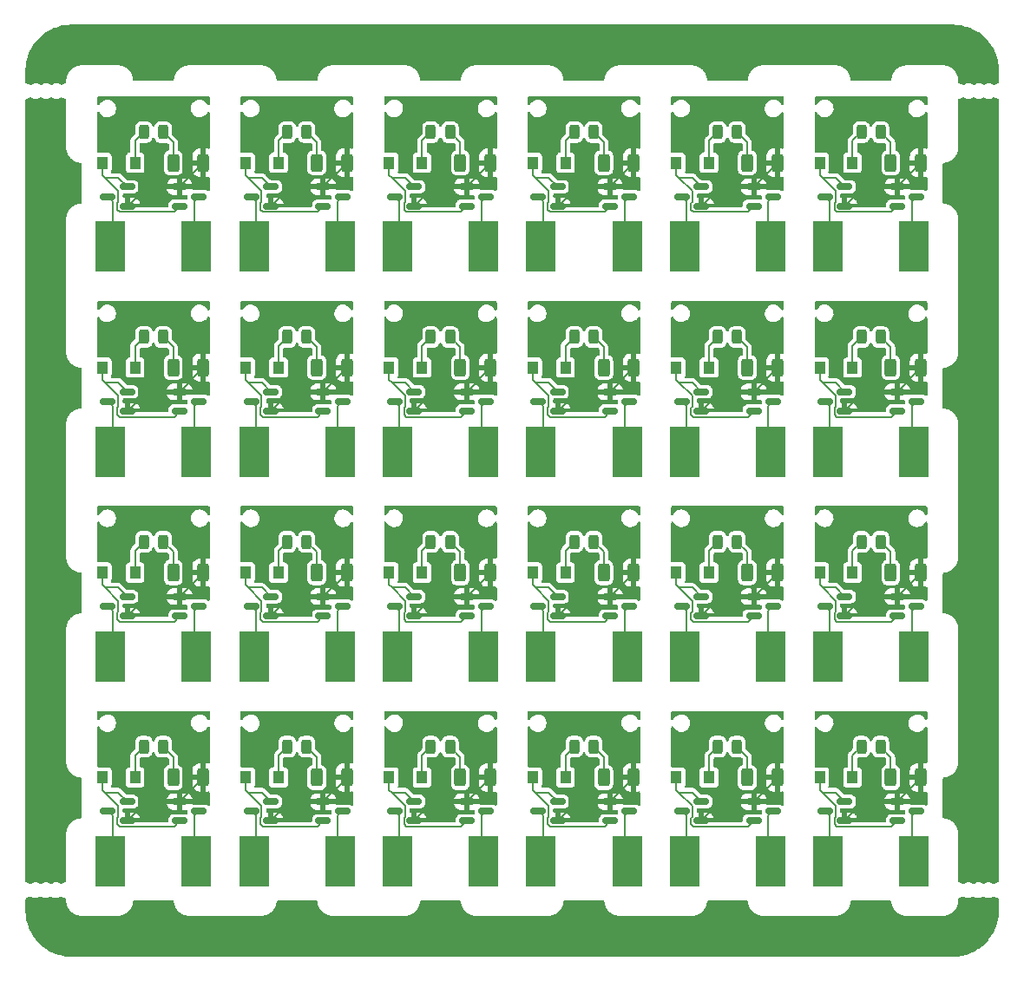
<source format=gtl>
G04 #@! TF.GenerationSoftware,KiCad,Pcbnew,(6.0.9)*
G04 #@! TF.CreationDate,2022-12-08T09:34:54+09:00*
G04 #@! TF.ProjectId,EndPCRailBoard-PNLZ,456e6450-4352-4616-996c-426f6172642d,rev?*
G04 #@! TF.SameCoordinates,PX3938700PY1c9c380*
G04 #@! TF.FileFunction,Copper,L1,Top*
G04 #@! TF.FilePolarity,Positive*
%FSLAX46Y46*%
G04 Gerber Fmt 4.6, Leading zero omitted, Abs format (unit mm)*
G04 Created by KiCad (PCBNEW (6.0.9)) date 2022-12-08 09:34:54*
%MOMM*%
%LPD*%
G01*
G04 APERTURE LIST*
G04 Aperture macros list*
%AMRoundRect*
0 Rectangle with rounded corners*
0 $1 Rounding radius*
0 $2 $3 $4 $5 $6 $7 $8 $9 X,Y pos of 4 corners*
0 Add a 4 corners polygon primitive as box body*
4,1,4,$2,$3,$4,$5,$6,$7,$8,$9,$2,$3,0*
0 Add four circle primitives for the rounded corners*
1,1,$1+$1,$2,$3*
1,1,$1+$1,$4,$5*
1,1,$1+$1,$6,$7*
1,1,$1+$1,$8,$9*
0 Add four rect primitives between the rounded corners*
20,1,$1+$1,$2,$3,$4,$5,0*
20,1,$1+$1,$4,$5,$6,$7,0*
20,1,$1+$1,$6,$7,$8,$9,0*
20,1,$1+$1,$8,$9,$2,$3,0*%
G04 Aperture macros list end*
G04 #@! TA.AperFunction,SMDPad,CuDef*
%ADD10R,1.120000X1.270000*%
G04 #@! TD*
G04 #@! TA.AperFunction,SMDPad,CuDef*
%ADD11R,3.000000X5.000000*%
G04 #@! TD*
G04 #@! TA.AperFunction,SMDPad,CuDef*
%ADD12RoundRect,0.250000X-0.312500X-0.625000X0.312500X-0.625000X0.312500X0.625000X-0.312500X0.625000X0*%
G04 #@! TD*
G04 #@! TA.AperFunction,SMDPad,CuDef*
%ADD13RoundRect,0.243750X0.243750X0.456250X-0.243750X0.456250X-0.243750X-0.456250X0.243750X-0.456250X0*%
G04 #@! TD*
G04 #@! TA.AperFunction,SMDPad,CuDef*
%ADD14RoundRect,0.150000X-0.587500X-0.150000X0.587500X-0.150000X0.587500X0.150000X-0.587500X0.150000X0*%
G04 #@! TD*
G04 #@! TA.AperFunction,SMDPad,CuDef*
%ADD15RoundRect,0.150000X0.587500X0.150000X-0.587500X0.150000X-0.587500X-0.150000X0.587500X-0.150000X0*%
G04 #@! TD*
G04 #@! TA.AperFunction,Conductor*
%ADD16C,0.200000*%
G04 #@! TD*
G04 #@! TA.AperFunction,Conductor*
%ADD17C,0.152400*%
G04 #@! TD*
G04 APERTURE END LIST*
D10*
X39200000Y-74000000D03*
X36000000Y-74000000D03*
D11*
X78800000Y-42200000D03*
D12*
X56937500Y-34000000D03*
X59862500Y-34000000D03*
D10*
X53200000Y-74000000D03*
X50000000Y-74000000D03*
D13*
X55937500Y-31000000D03*
X54062500Y-31000000D03*
D12*
X28937500Y-14000000D03*
X31862500Y-14000000D03*
D11*
X50800000Y-62200000D03*
D12*
X70937500Y-74000000D03*
X73862500Y-74000000D03*
D11*
X45200000Y-82200000D03*
X87200000Y-22200000D03*
X64800000Y-62200000D03*
D14*
X57562500Y-36350000D03*
X57562500Y-38250000D03*
X59437500Y-37300000D03*
D10*
X39200000Y-54000000D03*
X36000000Y-54000000D03*
X67200000Y-54000000D03*
X64000000Y-54000000D03*
D12*
X42937500Y-34000000D03*
X45862500Y-34000000D03*
X70937500Y-34000000D03*
X73862500Y-34000000D03*
D13*
X41937500Y-11000000D03*
X40062500Y-11000000D03*
D15*
X38437500Y-78250000D03*
X38437500Y-76350000D03*
X36562500Y-77300000D03*
D12*
X14937500Y-74000000D03*
X17862500Y-74000000D03*
D13*
X27937500Y-31000000D03*
X26062500Y-31000000D03*
D14*
X71562500Y-56350000D03*
X71562500Y-58250000D03*
X73437500Y-57300000D03*
D11*
X59200000Y-22200000D03*
D10*
X25200000Y-34000000D03*
X22000000Y-34000000D03*
D11*
X59200000Y-62200000D03*
D13*
X13937500Y-11000000D03*
X12062500Y-11000000D03*
D12*
X70937500Y-14000000D03*
X73862500Y-14000000D03*
D11*
X36800000Y-42200000D03*
D14*
X43562500Y-36350000D03*
X43562500Y-38250000D03*
X45437500Y-37300000D03*
D11*
X22800000Y-82200000D03*
D12*
X42937500Y-14000000D03*
X45862500Y-14000000D03*
D14*
X15562500Y-36350000D03*
X15562500Y-38250000D03*
X17437500Y-37300000D03*
D10*
X81200000Y-74000000D03*
X78000000Y-74000000D03*
D13*
X41937500Y-31000000D03*
X40062500Y-31000000D03*
D15*
X80437500Y-58250000D03*
X80437500Y-56350000D03*
X78562500Y-57300000D03*
D12*
X28937500Y-34000000D03*
X31862500Y-34000000D03*
X56937500Y-74000000D03*
X59862500Y-74000000D03*
D15*
X66437500Y-58250000D03*
X66437500Y-56350000D03*
X64562500Y-57300000D03*
D12*
X14937500Y-54000000D03*
X17862500Y-54000000D03*
D15*
X38437500Y-38250000D03*
X38437500Y-36350000D03*
X36562500Y-37300000D03*
D10*
X25200000Y-74000000D03*
X22000000Y-74000000D03*
D14*
X57562500Y-16350000D03*
X57562500Y-18250000D03*
X59437500Y-17300000D03*
D11*
X22800000Y-22200000D03*
D12*
X28937500Y-54000000D03*
X31862500Y-54000000D03*
D11*
X87200000Y-62200000D03*
D10*
X81200000Y-14000000D03*
X78000000Y-14000000D03*
D11*
X45200000Y-62200000D03*
D13*
X83937500Y-51000000D03*
X82062500Y-51000000D03*
D11*
X36800000Y-22200000D03*
D14*
X43562500Y-76350000D03*
X43562500Y-78250000D03*
X45437500Y-77300000D03*
D13*
X69937500Y-71000000D03*
X68062500Y-71000000D03*
D14*
X57562500Y-76350000D03*
X57562500Y-78250000D03*
X59437500Y-77300000D03*
D15*
X10437500Y-38250000D03*
X10437500Y-36350000D03*
X8562500Y-37300000D03*
D13*
X83937500Y-31000000D03*
X82062500Y-31000000D03*
D11*
X78800000Y-62200000D03*
D12*
X70937500Y-54000000D03*
X73862500Y-54000000D03*
D15*
X80437500Y-18250000D03*
X80437500Y-16350000D03*
X78562500Y-17300000D03*
D10*
X67200000Y-74000000D03*
X64000000Y-74000000D03*
D11*
X17200000Y-82200000D03*
D13*
X13937500Y-71000000D03*
X12062500Y-71000000D03*
D10*
X81200000Y-54000000D03*
X78000000Y-54000000D03*
D12*
X84937500Y-54000000D03*
X87862500Y-54000000D03*
D14*
X43562500Y-16350000D03*
X43562500Y-18250000D03*
X45437500Y-17300000D03*
D11*
X8800000Y-42200000D03*
D15*
X10437500Y-78250000D03*
X10437500Y-76350000D03*
X8562500Y-77300000D03*
D14*
X29562500Y-56350000D03*
X29562500Y-58250000D03*
X31437500Y-57300000D03*
D13*
X83937500Y-11000000D03*
X82062500Y-11000000D03*
D11*
X64800000Y-22200000D03*
D15*
X80437500Y-38250000D03*
X80437500Y-36350000D03*
X78562500Y-37300000D03*
D11*
X64800000Y-42200000D03*
D15*
X80437500Y-78250000D03*
X80437500Y-76350000D03*
X78562500Y-77300000D03*
D11*
X73200000Y-42200000D03*
D13*
X41937500Y-71000000D03*
X40062500Y-71000000D03*
D15*
X52437500Y-38250000D03*
X52437500Y-36350000D03*
X50562500Y-37300000D03*
D14*
X15562500Y-16350000D03*
X15562500Y-18250000D03*
X17437500Y-17300000D03*
D13*
X55937500Y-71000000D03*
X54062500Y-71000000D03*
D15*
X52437500Y-78250000D03*
X52437500Y-76350000D03*
X50562500Y-77300000D03*
X24437500Y-78250000D03*
X24437500Y-76350000D03*
X22562500Y-77300000D03*
D13*
X55937500Y-11000000D03*
X54062500Y-11000000D03*
D12*
X42937500Y-74000000D03*
X45862500Y-74000000D03*
X84937500Y-74000000D03*
X87862500Y-74000000D03*
D13*
X69937500Y-11000000D03*
X68062500Y-11000000D03*
D12*
X42937500Y-54000000D03*
X45862500Y-54000000D03*
D11*
X17200000Y-42200000D03*
D10*
X11200000Y-34000000D03*
X8000000Y-34000000D03*
X53200000Y-34000000D03*
X50000000Y-34000000D03*
D14*
X15562500Y-76350000D03*
X15562500Y-78250000D03*
X17437500Y-77300000D03*
D11*
X78800000Y-22200000D03*
D15*
X52437500Y-58250000D03*
X52437500Y-56350000D03*
X50562500Y-57300000D03*
D14*
X85562500Y-76350000D03*
X85562500Y-78250000D03*
X87437500Y-77300000D03*
X85562500Y-36350000D03*
X85562500Y-38250000D03*
X87437500Y-37300000D03*
D11*
X87200000Y-82200000D03*
D14*
X15562500Y-56350000D03*
X15562500Y-58250000D03*
X17437500Y-57300000D03*
D15*
X24437500Y-38250000D03*
X24437500Y-36350000D03*
X22562500Y-37300000D03*
D13*
X69937500Y-31000000D03*
X68062500Y-31000000D03*
D11*
X50800000Y-42200000D03*
D15*
X66437500Y-38250000D03*
X66437500Y-36350000D03*
X64562500Y-37300000D03*
D14*
X71562500Y-16350000D03*
X71562500Y-18250000D03*
X73437500Y-17300000D03*
D12*
X56937500Y-14000000D03*
X59862500Y-14000000D03*
D13*
X55937500Y-51000000D03*
X54062500Y-51000000D03*
D12*
X84937500Y-14000000D03*
X87862500Y-14000000D03*
D10*
X67200000Y-14000000D03*
X64000000Y-14000000D03*
D12*
X56937500Y-54000000D03*
X59862500Y-54000000D03*
D10*
X67200000Y-34000000D03*
X64000000Y-34000000D03*
D15*
X66437500Y-78250000D03*
X66437500Y-76350000D03*
X64562500Y-77300000D03*
D13*
X27937500Y-71000000D03*
X26062500Y-71000000D03*
D14*
X57562500Y-56350000D03*
X57562500Y-58250000D03*
X59437500Y-57300000D03*
D11*
X64800000Y-82200000D03*
X50800000Y-82200000D03*
X36800000Y-62200000D03*
D13*
X13937500Y-51000000D03*
X12062500Y-51000000D03*
D11*
X87200000Y-42200000D03*
X22800000Y-42200000D03*
D10*
X39200000Y-14000000D03*
X36000000Y-14000000D03*
D11*
X8800000Y-22200000D03*
D13*
X69937500Y-51000000D03*
X68062500Y-51000000D03*
D14*
X85562500Y-56350000D03*
X85562500Y-58250000D03*
X87437500Y-57300000D03*
D10*
X11200000Y-54000000D03*
X8000000Y-54000000D03*
D11*
X31200000Y-22200000D03*
D15*
X38437500Y-18250000D03*
X38437500Y-16350000D03*
X36562500Y-17300000D03*
D11*
X17200000Y-22200000D03*
X73200000Y-22200000D03*
D10*
X25200000Y-14000000D03*
X22000000Y-14000000D03*
D13*
X41937500Y-51000000D03*
X40062500Y-51000000D03*
D12*
X28937500Y-74000000D03*
X31862500Y-74000000D03*
D15*
X66437500Y-18250000D03*
X66437500Y-16350000D03*
X64562500Y-17300000D03*
D10*
X53200000Y-14000000D03*
X50000000Y-14000000D03*
D11*
X36800000Y-82200000D03*
D14*
X71562500Y-36350000D03*
X71562500Y-38250000D03*
X73437500Y-37300000D03*
D11*
X8800000Y-82200000D03*
D15*
X10437500Y-58250000D03*
X10437500Y-56350000D03*
X8562500Y-57300000D03*
D11*
X45200000Y-42200000D03*
X22800000Y-62200000D03*
D13*
X13937500Y-31000000D03*
X12062500Y-31000000D03*
D11*
X59200000Y-42200000D03*
D10*
X25200000Y-54000000D03*
X22000000Y-54000000D03*
X39200000Y-34000000D03*
X36000000Y-34000000D03*
D14*
X71562500Y-76350000D03*
X71562500Y-78250000D03*
X73437500Y-77300000D03*
D10*
X53200000Y-54000000D03*
X50000000Y-54000000D03*
D15*
X38437500Y-58250000D03*
X38437500Y-56350000D03*
X36562500Y-57300000D03*
D10*
X81200000Y-34000000D03*
X78000000Y-34000000D03*
D12*
X14937500Y-14000000D03*
X17862500Y-14000000D03*
D13*
X83937500Y-71000000D03*
X82062500Y-71000000D03*
D10*
X11200000Y-14000000D03*
X8000000Y-14000000D03*
D14*
X29562500Y-36350000D03*
X29562500Y-38250000D03*
X31437500Y-37300000D03*
D11*
X17200000Y-62200000D03*
D15*
X52437500Y-18250000D03*
X52437500Y-16350000D03*
X50562500Y-17300000D03*
D12*
X84937500Y-34000000D03*
X87862500Y-34000000D03*
D14*
X29562500Y-76350000D03*
X29562500Y-78250000D03*
X31437500Y-77300000D03*
X85562500Y-16350000D03*
X85562500Y-18250000D03*
X87437500Y-17300000D03*
X29562500Y-16350000D03*
X29562500Y-18250000D03*
X31437500Y-17300000D03*
D11*
X73200000Y-82200000D03*
D14*
X43562500Y-56350000D03*
X43562500Y-58250000D03*
X45437500Y-57300000D03*
D12*
X14937500Y-34000000D03*
X17862500Y-34000000D03*
D13*
X27937500Y-51000000D03*
X26062500Y-51000000D03*
D15*
X24437500Y-18250000D03*
X24437500Y-16350000D03*
X22562500Y-17300000D03*
D13*
X27937500Y-11000000D03*
X26062500Y-11000000D03*
D11*
X45200000Y-22200000D03*
D10*
X11200000Y-74000000D03*
X8000000Y-74000000D03*
D11*
X50800000Y-22200000D03*
D15*
X10437500Y-18250000D03*
X10437500Y-16350000D03*
X8562500Y-17300000D03*
D11*
X59200000Y-82200000D03*
X31200000Y-42200000D03*
X8800000Y-62200000D03*
X31200000Y-62200000D03*
X31200000Y-82200000D03*
D15*
X24437500Y-58250000D03*
X24437500Y-56350000D03*
X22562500Y-57300000D03*
D11*
X78800000Y-82200000D03*
X73200000Y-62200000D03*
D16*
X81200000Y-71862500D02*
X82062500Y-71000000D01*
X81200000Y-74000000D02*
X81200000Y-71862500D01*
D17*
X84937500Y-72000000D02*
X84937500Y-74000000D01*
X83937500Y-71000000D02*
X84937500Y-72000000D01*
D16*
X79000000Y-77737500D02*
X78562500Y-77300000D01*
X79000000Y-82500000D02*
X79000000Y-77737500D01*
X87000000Y-77737500D02*
X87437500Y-77300000D01*
X87000000Y-82500000D02*
X87000000Y-77737500D01*
X79552400Y-76757400D02*
X78270000Y-75475000D01*
X79683320Y-78802400D02*
X79447600Y-78566680D01*
X79447600Y-77933320D02*
X79552400Y-77828520D01*
X78270000Y-75475000D02*
X78000000Y-75205000D01*
X80437500Y-76350000D02*
X79562500Y-75475000D01*
X79447600Y-78566680D02*
X79447600Y-77933320D01*
X85010100Y-78802400D02*
X79683320Y-78802400D01*
X79552400Y-77828520D02*
X79552400Y-76757400D01*
X78000000Y-75205000D02*
X78000000Y-74000000D01*
X79562500Y-75475000D02*
X78270000Y-75475000D01*
X85562500Y-78250000D02*
X85010100Y-78802400D01*
X82337500Y-76350000D02*
X80437500Y-78250000D01*
D17*
X87862500Y-74050000D02*
X85562500Y-76350000D01*
X87862500Y-74000000D02*
X87862500Y-74050000D01*
D16*
X85562500Y-76350000D02*
X82337500Y-76350000D01*
X67200000Y-71862500D02*
X68062500Y-71000000D01*
X67200000Y-74000000D02*
X67200000Y-71862500D01*
D17*
X70937500Y-72000000D02*
X70937500Y-74000000D01*
X69937500Y-71000000D02*
X70937500Y-72000000D01*
D16*
X65000000Y-77737500D02*
X64562500Y-77300000D01*
X65000000Y-82500000D02*
X65000000Y-77737500D01*
X73000000Y-77737500D02*
X73437500Y-77300000D01*
X73000000Y-82500000D02*
X73000000Y-77737500D01*
X65552400Y-76757400D02*
X64270000Y-75475000D01*
X65683320Y-78802400D02*
X65447600Y-78566680D01*
X65447600Y-77933320D02*
X65552400Y-77828520D01*
X64270000Y-75475000D02*
X64000000Y-75205000D01*
X66437500Y-76350000D02*
X65562500Y-75475000D01*
X65447600Y-78566680D02*
X65447600Y-77933320D01*
X71010100Y-78802400D02*
X65683320Y-78802400D01*
X65552400Y-77828520D02*
X65552400Y-76757400D01*
X64000000Y-75205000D02*
X64000000Y-74000000D01*
X65562500Y-75475000D02*
X64270000Y-75475000D01*
X71562500Y-78250000D02*
X71010100Y-78802400D01*
X68337500Y-76350000D02*
X66437500Y-78250000D01*
D17*
X73862500Y-74050000D02*
X71562500Y-76350000D01*
X73862500Y-74000000D02*
X73862500Y-74050000D01*
D16*
X71562500Y-76350000D02*
X68337500Y-76350000D01*
X53200000Y-71862500D02*
X54062500Y-71000000D01*
X53200000Y-74000000D02*
X53200000Y-71862500D01*
D17*
X56937500Y-72000000D02*
X56937500Y-74000000D01*
X55937500Y-71000000D02*
X56937500Y-72000000D01*
D16*
X51000000Y-77737500D02*
X50562500Y-77300000D01*
X51000000Y-82500000D02*
X51000000Y-77737500D01*
X59000000Y-77737500D02*
X59437500Y-77300000D01*
X59000000Y-82500000D02*
X59000000Y-77737500D01*
X51552400Y-76757400D02*
X50270000Y-75475000D01*
X51683320Y-78802400D02*
X51447600Y-78566680D01*
X51447600Y-77933320D02*
X51552400Y-77828520D01*
X50270000Y-75475000D02*
X50000000Y-75205000D01*
X52437500Y-76350000D02*
X51562500Y-75475000D01*
X51447600Y-78566680D02*
X51447600Y-77933320D01*
X57010100Y-78802400D02*
X51683320Y-78802400D01*
X51552400Y-77828520D02*
X51552400Y-76757400D01*
X50000000Y-75205000D02*
X50000000Y-74000000D01*
X51562500Y-75475000D02*
X50270000Y-75475000D01*
X57562500Y-78250000D02*
X57010100Y-78802400D01*
X54337500Y-76350000D02*
X52437500Y-78250000D01*
D17*
X59862500Y-74050000D02*
X57562500Y-76350000D01*
X59862500Y-74000000D02*
X59862500Y-74050000D01*
D16*
X57562500Y-76350000D02*
X54337500Y-76350000D01*
X39200000Y-71862500D02*
X40062500Y-71000000D01*
X39200000Y-74000000D02*
X39200000Y-71862500D01*
D17*
X42937500Y-72000000D02*
X42937500Y-74000000D01*
X41937500Y-71000000D02*
X42937500Y-72000000D01*
D16*
X37000000Y-77737500D02*
X36562500Y-77300000D01*
X37000000Y-82500000D02*
X37000000Y-77737500D01*
X45000000Y-77737500D02*
X45437500Y-77300000D01*
X45000000Y-82500000D02*
X45000000Y-77737500D01*
X37552400Y-76757400D02*
X36270000Y-75475000D01*
X37683320Y-78802400D02*
X37447600Y-78566680D01*
X37447600Y-77933320D02*
X37552400Y-77828520D01*
X36270000Y-75475000D02*
X36000000Y-75205000D01*
X38437500Y-76350000D02*
X37562500Y-75475000D01*
X37447600Y-78566680D02*
X37447600Y-77933320D01*
X43010100Y-78802400D02*
X37683320Y-78802400D01*
X37552400Y-77828520D02*
X37552400Y-76757400D01*
X36000000Y-75205000D02*
X36000000Y-74000000D01*
X37562500Y-75475000D02*
X36270000Y-75475000D01*
X43562500Y-78250000D02*
X43010100Y-78802400D01*
X40337500Y-76350000D02*
X38437500Y-78250000D01*
D17*
X45862500Y-74050000D02*
X43562500Y-76350000D01*
X45862500Y-74000000D02*
X45862500Y-74050000D01*
D16*
X43562500Y-76350000D02*
X40337500Y-76350000D01*
X25200000Y-71862500D02*
X26062500Y-71000000D01*
X25200000Y-74000000D02*
X25200000Y-71862500D01*
D17*
X28937500Y-72000000D02*
X28937500Y-74000000D01*
X27937500Y-71000000D02*
X28937500Y-72000000D01*
D16*
X23000000Y-77737500D02*
X22562500Y-77300000D01*
X23000000Y-82500000D02*
X23000000Y-77737500D01*
X31000000Y-77737500D02*
X31437500Y-77300000D01*
X31000000Y-82500000D02*
X31000000Y-77737500D01*
X23552400Y-76757400D02*
X22270000Y-75475000D01*
X23683320Y-78802400D02*
X23447600Y-78566680D01*
X23447600Y-77933320D02*
X23552400Y-77828520D01*
X22270000Y-75475000D02*
X22000000Y-75205000D01*
X24437500Y-76350000D02*
X23562500Y-75475000D01*
X23447600Y-78566680D02*
X23447600Y-77933320D01*
X29010100Y-78802400D02*
X23683320Y-78802400D01*
X23552400Y-77828520D02*
X23552400Y-76757400D01*
X22000000Y-75205000D02*
X22000000Y-74000000D01*
X23562500Y-75475000D02*
X22270000Y-75475000D01*
X29562500Y-78250000D02*
X29010100Y-78802400D01*
X26337500Y-76350000D02*
X24437500Y-78250000D01*
D17*
X31862500Y-74050000D02*
X29562500Y-76350000D01*
X31862500Y-74000000D02*
X31862500Y-74050000D01*
D16*
X29562500Y-76350000D02*
X26337500Y-76350000D01*
X11200000Y-71862500D02*
X12062500Y-71000000D01*
X11200000Y-74000000D02*
X11200000Y-71862500D01*
D17*
X14937500Y-72000000D02*
X14937500Y-74000000D01*
X13937500Y-71000000D02*
X14937500Y-72000000D01*
D16*
X9000000Y-77737500D02*
X8562500Y-77300000D01*
X9000000Y-82500000D02*
X9000000Y-77737500D01*
X17000000Y-77737500D02*
X17437500Y-77300000D01*
X17000000Y-82500000D02*
X17000000Y-77737500D01*
X9552400Y-76757400D02*
X8270000Y-75475000D01*
X9683320Y-78802400D02*
X9447600Y-78566680D01*
X9447600Y-77933320D02*
X9552400Y-77828520D01*
X8270000Y-75475000D02*
X8000000Y-75205000D01*
X10437500Y-76350000D02*
X9562500Y-75475000D01*
X9447600Y-78566680D02*
X9447600Y-77933320D01*
X15010100Y-78802400D02*
X9683320Y-78802400D01*
X9552400Y-77828520D02*
X9552400Y-76757400D01*
X8000000Y-75205000D02*
X8000000Y-74000000D01*
X9562500Y-75475000D02*
X8270000Y-75475000D01*
X15562500Y-78250000D02*
X15010100Y-78802400D01*
X12337500Y-76350000D02*
X10437500Y-78250000D01*
D17*
X17862500Y-74050000D02*
X15562500Y-76350000D01*
X17862500Y-74000000D02*
X17862500Y-74050000D01*
D16*
X15562500Y-76350000D02*
X12337500Y-76350000D01*
X81200000Y-51862500D02*
X82062500Y-51000000D01*
X81200000Y-54000000D02*
X81200000Y-51862500D01*
D17*
X84937500Y-52000000D02*
X84937500Y-54000000D01*
X83937500Y-51000000D02*
X84937500Y-52000000D01*
D16*
X79000000Y-57737500D02*
X78562500Y-57300000D01*
X79000000Y-62500000D02*
X79000000Y-57737500D01*
X87000000Y-57737500D02*
X87437500Y-57300000D01*
X87000000Y-62500000D02*
X87000000Y-57737500D01*
X79552400Y-56757400D02*
X78270000Y-55475000D01*
X79683320Y-58802400D02*
X79447600Y-58566680D01*
X79447600Y-57933320D02*
X79552400Y-57828520D01*
X78270000Y-55475000D02*
X78000000Y-55205000D01*
X80437500Y-56350000D02*
X79562500Y-55475000D01*
X79447600Y-58566680D02*
X79447600Y-57933320D01*
X85010100Y-58802400D02*
X79683320Y-58802400D01*
X79552400Y-57828520D02*
X79552400Y-56757400D01*
X78000000Y-55205000D02*
X78000000Y-54000000D01*
X79562500Y-55475000D02*
X78270000Y-55475000D01*
X85562500Y-58250000D02*
X85010100Y-58802400D01*
X82337500Y-56350000D02*
X80437500Y-58250000D01*
D17*
X87862500Y-54050000D02*
X85562500Y-56350000D01*
X87862500Y-54000000D02*
X87862500Y-54050000D01*
D16*
X85562500Y-56350000D02*
X82337500Y-56350000D01*
X67200000Y-51862500D02*
X68062500Y-51000000D01*
X67200000Y-54000000D02*
X67200000Y-51862500D01*
D17*
X70937500Y-52000000D02*
X70937500Y-54000000D01*
X69937500Y-51000000D02*
X70937500Y-52000000D01*
D16*
X65000000Y-57737500D02*
X64562500Y-57300000D01*
X65000000Y-62500000D02*
X65000000Y-57737500D01*
X73000000Y-57737500D02*
X73437500Y-57300000D01*
X73000000Y-62500000D02*
X73000000Y-57737500D01*
X65552400Y-56757400D02*
X64270000Y-55475000D01*
X65683320Y-58802400D02*
X65447600Y-58566680D01*
X65447600Y-57933320D02*
X65552400Y-57828520D01*
X64270000Y-55475000D02*
X64000000Y-55205000D01*
X66437500Y-56350000D02*
X65562500Y-55475000D01*
X65447600Y-58566680D02*
X65447600Y-57933320D01*
X71010100Y-58802400D02*
X65683320Y-58802400D01*
X65552400Y-57828520D02*
X65552400Y-56757400D01*
X64000000Y-55205000D02*
X64000000Y-54000000D01*
X65562500Y-55475000D02*
X64270000Y-55475000D01*
X71562500Y-58250000D02*
X71010100Y-58802400D01*
X68337500Y-56350000D02*
X66437500Y-58250000D01*
D17*
X73862500Y-54050000D02*
X71562500Y-56350000D01*
X73862500Y-54000000D02*
X73862500Y-54050000D01*
D16*
X71562500Y-56350000D02*
X68337500Y-56350000D01*
X53200000Y-51862500D02*
X54062500Y-51000000D01*
X53200000Y-54000000D02*
X53200000Y-51862500D01*
D17*
X56937500Y-52000000D02*
X56937500Y-54000000D01*
X55937500Y-51000000D02*
X56937500Y-52000000D01*
D16*
X51000000Y-57737500D02*
X50562500Y-57300000D01*
X51000000Y-62500000D02*
X51000000Y-57737500D01*
X59000000Y-57737500D02*
X59437500Y-57300000D01*
X59000000Y-62500000D02*
X59000000Y-57737500D01*
X51552400Y-56757400D02*
X50270000Y-55475000D01*
X51683320Y-58802400D02*
X51447600Y-58566680D01*
X51447600Y-57933320D02*
X51552400Y-57828520D01*
X50270000Y-55475000D02*
X50000000Y-55205000D01*
X52437500Y-56350000D02*
X51562500Y-55475000D01*
X51447600Y-58566680D02*
X51447600Y-57933320D01*
X57010100Y-58802400D02*
X51683320Y-58802400D01*
X51552400Y-57828520D02*
X51552400Y-56757400D01*
X50000000Y-55205000D02*
X50000000Y-54000000D01*
X51562500Y-55475000D02*
X50270000Y-55475000D01*
X57562500Y-58250000D02*
X57010100Y-58802400D01*
X54337500Y-56350000D02*
X52437500Y-58250000D01*
D17*
X59862500Y-54050000D02*
X57562500Y-56350000D01*
X59862500Y-54000000D02*
X59862500Y-54050000D01*
D16*
X57562500Y-56350000D02*
X54337500Y-56350000D01*
X39200000Y-51862500D02*
X40062500Y-51000000D01*
X39200000Y-54000000D02*
X39200000Y-51862500D01*
D17*
X42937500Y-52000000D02*
X42937500Y-54000000D01*
X41937500Y-51000000D02*
X42937500Y-52000000D01*
D16*
X37000000Y-57737500D02*
X36562500Y-57300000D01*
X37000000Y-62500000D02*
X37000000Y-57737500D01*
X45000000Y-57737500D02*
X45437500Y-57300000D01*
X45000000Y-62500000D02*
X45000000Y-57737500D01*
X37552400Y-56757400D02*
X36270000Y-55475000D01*
X37683320Y-58802400D02*
X37447600Y-58566680D01*
X37447600Y-57933320D02*
X37552400Y-57828520D01*
X36270000Y-55475000D02*
X36000000Y-55205000D01*
X38437500Y-56350000D02*
X37562500Y-55475000D01*
X37447600Y-58566680D02*
X37447600Y-57933320D01*
X43010100Y-58802400D02*
X37683320Y-58802400D01*
X37552400Y-57828520D02*
X37552400Y-56757400D01*
X36000000Y-55205000D02*
X36000000Y-54000000D01*
X37562500Y-55475000D02*
X36270000Y-55475000D01*
X43562500Y-58250000D02*
X43010100Y-58802400D01*
X40337500Y-56350000D02*
X38437500Y-58250000D01*
D17*
X45862500Y-54050000D02*
X43562500Y-56350000D01*
X45862500Y-54000000D02*
X45862500Y-54050000D01*
D16*
X43562500Y-56350000D02*
X40337500Y-56350000D01*
X25200000Y-51862500D02*
X26062500Y-51000000D01*
X25200000Y-54000000D02*
X25200000Y-51862500D01*
D17*
X28937500Y-52000000D02*
X28937500Y-54000000D01*
X27937500Y-51000000D02*
X28937500Y-52000000D01*
D16*
X23000000Y-57737500D02*
X22562500Y-57300000D01*
X23000000Y-62500000D02*
X23000000Y-57737500D01*
X31000000Y-57737500D02*
X31437500Y-57300000D01*
X31000000Y-62500000D02*
X31000000Y-57737500D01*
X23552400Y-56757400D02*
X22270000Y-55475000D01*
X23683320Y-58802400D02*
X23447600Y-58566680D01*
X23447600Y-57933320D02*
X23552400Y-57828520D01*
X22270000Y-55475000D02*
X22000000Y-55205000D01*
X24437500Y-56350000D02*
X23562500Y-55475000D01*
X23447600Y-58566680D02*
X23447600Y-57933320D01*
X29010100Y-58802400D02*
X23683320Y-58802400D01*
X23552400Y-57828520D02*
X23552400Y-56757400D01*
X22000000Y-55205000D02*
X22000000Y-54000000D01*
X23562500Y-55475000D02*
X22270000Y-55475000D01*
X29562500Y-58250000D02*
X29010100Y-58802400D01*
X26337500Y-56350000D02*
X24437500Y-58250000D01*
D17*
X31862500Y-54050000D02*
X29562500Y-56350000D01*
X31862500Y-54000000D02*
X31862500Y-54050000D01*
D16*
X29562500Y-56350000D02*
X26337500Y-56350000D01*
X11200000Y-51862500D02*
X12062500Y-51000000D01*
X11200000Y-54000000D02*
X11200000Y-51862500D01*
D17*
X14937500Y-52000000D02*
X14937500Y-54000000D01*
X13937500Y-51000000D02*
X14937500Y-52000000D01*
D16*
X9000000Y-57737500D02*
X8562500Y-57300000D01*
X9000000Y-62500000D02*
X9000000Y-57737500D01*
X17000000Y-57737500D02*
X17437500Y-57300000D01*
X17000000Y-62500000D02*
X17000000Y-57737500D01*
X9552400Y-56757400D02*
X8270000Y-55475000D01*
X9683320Y-58802400D02*
X9447600Y-58566680D01*
X9447600Y-57933320D02*
X9552400Y-57828520D01*
X8270000Y-55475000D02*
X8000000Y-55205000D01*
X10437500Y-56350000D02*
X9562500Y-55475000D01*
X9447600Y-58566680D02*
X9447600Y-57933320D01*
X15010100Y-58802400D02*
X9683320Y-58802400D01*
X9552400Y-57828520D02*
X9552400Y-56757400D01*
X8000000Y-55205000D02*
X8000000Y-54000000D01*
X9562500Y-55475000D02*
X8270000Y-55475000D01*
X15562500Y-58250000D02*
X15010100Y-58802400D01*
X12337500Y-56350000D02*
X10437500Y-58250000D01*
D17*
X17862500Y-54050000D02*
X15562500Y-56350000D01*
X17862500Y-54000000D02*
X17862500Y-54050000D01*
D16*
X15562500Y-56350000D02*
X12337500Y-56350000D01*
X81200000Y-31862500D02*
X82062500Y-31000000D01*
X81200000Y-34000000D02*
X81200000Y-31862500D01*
D17*
X84937500Y-32000000D02*
X84937500Y-34000000D01*
X83937500Y-31000000D02*
X84937500Y-32000000D01*
D16*
X79000000Y-37737500D02*
X78562500Y-37300000D01*
X79000000Y-42500000D02*
X79000000Y-37737500D01*
X87000000Y-37737500D02*
X87437500Y-37300000D01*
X87000000Y-42500000D02*
X87000000Y-37737500D01*
X79552400Y-36757400D02*
X78270000Y-35475000D01*
X79683320Y-38802400D02*
X79447600Y-38566680D01*
X79447600Y-37933320D02*
X79552400Y-37828520D01*
X78270000Y-35475000D02*
X78000000Y-35205000D01*
X80437500Y-36350000D02*
X79562500Y-35475000D01*
X79447600Y-38566680D02*
X79447600Y-37933320D01*
X85010100Y-38802400D02*
X79683320Y-38802400D01*
X79552400Y-37828520D02*
X79552400Y-36757400D01*
X78000000Y-35205000D02*
X78000000Y-34000000D01*
X79562500Y-35475000D02*
X78270000Y-35475000D01*
X85562500Y-38250000D02*
X85010100Y-38802400D01*
X82337500Y-36350000D02*
X80437500Y-38250000D01*
D17*
X87862500Y-34050000D02*
X85562500Y-36350000D01*
X87862500Y-34000000D02*
X87862500Y-34050000D01*
D16*
X85562500Y-36350000D02*
X82337500Y-36350000D01*
X67200000Y-31862500D02*
X68062500Y-31000000D01*
X67200000Y-34000000D02*
X67200000Y-31862500D01*
D17*
X70937500Y-32000000D02*
X70937500Y-34000000D01*
X69937500Y-31000000D02*
X70937500Y-32000000D01*
D16*
X65000000Y-37737500D02*
X64562500Y-37300000D01*
X65000000Y-42500000D02*
X65000000Y-37737500D01*
X73000000Y-37737500D02*
X73437500Y-37300000D01*
X73000000Y-42500000D02*
X73000000Y-37737500D01*
X65552400Y-36757400D02*
X64270000Y-35475000D01*
X65683320Y-38802400D02*
X65447600Y-38566680D01*
X65447600Y-37933320D02*
X65552400Y-37828520D01*
X64270000Y-35475000D02*
X64000000Y-35205000D01*
X66437500Y-36350000D02*
X65562500Y-35475000D01*
X65447600Y-38566680D02*
X65447600Y-37933320D01*
X71010100Y-38802400D02*
X65683320Y-38802400D01*
X65552400Y-37828520D02*
X65552400Y-36757400D01*
X64000000Y-35205000D02*
X64000000Y-34000000D01*
X65562500Y-35475000D02*
X64270000Y-35475000D01*
X71562500Y-38250000D02*
X71010100Y-38802400D01*
X68337500Y-36350000D02*
X66437500Y-38250000D01*
D17*
X73862500Y-34050000D02*
X71562500Y-36350000D01*
X73862500Y-34000000D02*
X73862500Y-34050000D01*
D16*
X71562500Y-36350000D02*
X68337500Y-36350000D01*
X53200000Y-31862500D02*
X54062500Y-31000000D01*
X53200000Y-34000000D02*
X53200000Y-31862500D01*
D17*
X56937500Y-32000000D02*
X56937500Y-34000000D01*
X55937500Y-31000000D02*
X56937500Y-32000000D01*
D16*
X51000000Y-37737500D02*
X50562500Y-37300000D01*
X51000000Y-42500000D02*
X51000000Y-37737500D01*
X59000000Y-37737500D02*
X59437500Y-37300000D01*
X59000000Y-42500000D02*
X59000000Y-37737500D01*
X51552400Y-36757400D02*
X50270000Y-35475000D01*
X51683320Y-38802400D02*
X51447600Y-38566680D01*
X51447600Y-37933320D02*
X51552400Y-37828520D01*
X50270000Y-35475000D02*
X50000000Y-35205000D01*
X52437500Y-36350000D02*
X51562500Y-35475000D01*
X51447600Y-38566680D02*
X51447600Y-37933320D01*
X57010100Y-38802400D02*
X51683320Y-38802400D01*
X51552400Y-37828520D02*
X51552400Y-36757400D01*
X50000000Y-35205000D02*
X50000000Y-34000000D01*
X51562500Y-35475000D02*
X50270000Y-35475000D01*
X57562500Y-38250000D02*
X57010100Y-38802400D01*
X54337500Y-36350000D02*
X52437500Y-38250000D01*
D17*
X59862500Y-34050000D02*
X57562500Y-36350000D01*
X59862500Y-34000000D02*
X59862500Y-34050000D01*
D16*
X57562500Y-36350000D02*
X54337500Y-36350000D01*
X39200000Y-31862500D02*
X40062500Y-31000000D01*
X39200000Y-34000000D02*
X39200000Y-31862500D01*
D17*
X42937500Y-32000000D02*
X42937500Y-34000000D01*
X41937500Y-31000000D02*
X42937500Y-32000000D01*
D16*
X37000000Y-37737500D02*
X36562500Y-37300000D01*
X37000000Y-42500000D02*
X37000000Y-37737500D01*
X45000000Y-37737500D02*
X45437500Y-37300000D01*
X45000000Y-42500000D02*
X45000000Y-37737500D01*
X37552400Y-36757400D02*
X36270000Y-35475000D01*
X37683320Y-38802400D02*
X37447600Y-38566680D01*
X37447600Y-37933320D02*
X37552400Y-37828520D01*
X36270000Y-35475000D02*
X36000000Y-35205000D01*
X38437500Y-36350000D02*
X37562500Y-35475000D01*
X37447600Y-38566680D02*
X37447600Y-37933320D01*
X43010100Y-38802400D02*
X37683320Y-38802400D01*
X37552400Y-37828520D02*
X37552400Y-36757400D01*
X36000000Y-35205000D02*
X36000000Y-34000000D01*
X37562500Y-35475000D02*
X36270000Y-35475000D01*
X43562500Y-38250000D02*
X43010100Y-38802400D01*
X40337500Y-36350000D02*
X38437500Y-38250000D01*
D17*
X45862500Y-34050000D02*
X43562500Y-36350000D01*
X45862500Y-34000000D02*
X45862500Y-34050000D01*
D16*
X43562500Y-36350000D02*
X40337500Y-36350000D01*
X25200000Y-31862500D02*
X26062500Y-31000000D01*
X25200000Y-34000000D02*
X25200000Y-31862500D01*
D17*
X28937500Y-32000000D02*
X28937500Y-34000000D01*
X27937500Y-31000000D02*
X28937500Y-32000000D01*
D16*
X23000000Y-37737500D02*
X22562500Y-37300000D01*
X23000000Y-42500000D02*
X23000000Y-37737500D01*
X31000000Y-37737500D02*
X31437500Y-37300000D01*
X31000000Y-42500000D02*
X31000000Y-37737500D01*
X23552400Y-36757400D02*
X22270000Y-35475000D01*
X23683320Y-38802400D02*
X23447600Y-38566680D01*
X23447600Y-37933320D02*
X23552400Y-37828520D01*
X22270000Y-35475000D02*
X22000000Y-35205000D01*
X24437500Y-36350000D02*
X23562500Y-35475000D01*
X23447600Y-38566680D02*
X23447600Y-37933320D01*
X29010100Y-38802400D02*
X23683320Y-38802400D01*
X23552400Y-37828520D02*
X23552400Y-36757400D01*
X22000000Y-35205000D02*
X22000000Y-34000000D01*
X23562500Y-35475000D02*
X22270000Y-35475000D01*
X29562500Y-38250000D02*
X29010100Y-38802400D01*
X26337500Y-36350000D02*
X24437500Y-38250000D01*
D17*
X31862500Y-34050000D02*
X29562500Y-36350000D01*
X31862500Y-34000000D02*
X31862500Y-34050000D01*
D16*
X29562500Y-36350000D02*
X26337500Y-36350000D01*
X11200000Y-31862500D02*
X12062500Y-31000000D01*
X11200000Y-34000000D02*
X11200000Y-31862500D01*
D17*
X14937500Y-32000000D02*
X14937500Y-34000000D01*
X13937500Y-31000000D02*
X14937500Y-32000000D01*
D16*
X9000000Y-37737500D02*
X8562500Y-37300000D01*
X9000000Y-42500000D02*
X9000000Y-37737500D01*
X17000000Y-37737500D02*
X17437500Y-37300000D01*
X17000000Y-42500000D02*
X17000000Y-37737500D01*
X9552400Y-36757400D02*
X8270000Y-35475000D01*
X9683320Y-38802400D02*
X9447600Y-38566680D01*
X9447600Y-37933320D02*
X9552400Y-37828520D01*
X8270000Y-35475000D02*
X8000000Y-35205000D01*
X10437500Y-36350000D02*
X9562500Y-35475000D01*
X9447600Y-38566680D02*
X9447600Y-37933320D01*
X15010100Y-38802400D02*
X9683320Y-38802400D01*
X9552400Y-37828520D02*
X9552400Y-36757400D01*
X8000000Y-35205000D02*
X8000000Y-34000000D01*
X9562500Y-35475000D02*
X8270000Y-35475000D01*
X15562500Y-38250000D02*
X15010100Y-38802400D01*
X12337500Y-36350000D02*
X10437500Y-38250000D01*
D17*
X17862500Y-34050000D02*
X15562500Y-36350000D01*
X17862500Y-34000000D02*
X17862500Y-34050000D01*
D16*
X15562500Y-36350000D02*
X12337500Y-36350000D01*
X81200000Y-11862500D02*
X82062500Y-11000000D01*
X81200000Y-14000000D02*
X81200000Y-11862500D01*
D17*
X84937500Y-12000000D02*
X84937500Y-14000000D01*
X83937500Y-11000000D02*
X84937500Y-12000000D01*
D16*
X79000000Y-17737500D02*
X78562500Y-17300000D01*
X79000000Y-22500000D02*
X79000000Y-17737500D01*
X87000000Y-17737500D02*
X87437500Y-17300000D01*
X87000000Y-22500000D02*
X87000000Y-17737500D01*
X79552400Y-16757400D02*
X78270000Y-15475000D01*
X79683320Y-18802400D02*
X79447600Y-18566680D01*
X79447600Y-17933320D02*
X79552400Y-17828520D01*
X78270000Y-15475000D02*
X78000000Y-15205000D01*
X80437500Y-16350000D02*
X79562500Y-15475000D01*
X79447600Y-18566680D02*
X79447600Y-17933320D01*
X85010100Y-18802400D02*
X79683320Y-18802400D01*
X79552400Y-17828520D02*
X79552400Y-16757400D01*
X78000000Y-15205000D02*
X78000000Y-14000000D01*
X79562500Y-15475000D02*
X78270000Y-15475000D01*
X85562500Y-18250000D02*
X85010100Y-18802400D01*
X82337500Y-16350000D02*
X80437500Y-18250000D01*
D17*
X87862500Y-14050000D02*
X85562500Y-16350000D01*
X87862500Y-14000000D02*
X87862500Y-14050000D01*
D16*
X85562500Y-16350000D02*
X82337500Y-16350000D01*
X67200000Y-11862500D02*
X68062500Y-11000000D01*
X67200000Y-14000000D02*
X67200000Y-11862500D01*
D17*
X70937500Y-12000000D02*
X70937500Y-14000000D01*
X69937500Y-11000000D02*
X70937500Y-12000000D01*
D16*
X65000000Y-17737500D02*
X64562500Y-17300000D01*
X65000000Y-22500000D02*
X65000000Y-17737500D01*
X73000000Y-17737500D02*
X73437500Y-17300000D01*
X73000000Y-22500000D02*
X73000000Y-17737500D01*
X65552400Y-16757400D02*
X64270000Y-15475000D01*
X65683320Y-18802400D02*
X65447600Y-18566680D01*
X65447600Y-17933320D02*
X65552400Y-17828520D01*
X64270000Y-15475000D02*
X64000000Y-15205000D01*
X66437500Y-16350000D02*
X65562500Y-15475000D01*
X65447600Y-18566680D02*
X65447600Y-17933320D01*
X71010100Y-18802400D02*
X65683320Y-18802400D01*
X65552400Y-17828520D02*
X65552400Y-16757400D01*
X64000000Y-15205000D02*
X64000000Y-14000000D01*
X65562500Y-15475000D02*
X64270000Y-15475000D01*
X71562500Y-18250000D02*
X71010100Y-18802400D01*
X68337500Y-16350000D02*
X66437500Y-18250000D01*
D17*
X73862500Y-14050000D02*
X71562500Y-16350000D01*
X73862500Y-14000000D02*
X73862500Y-14050000D01*
D16*
X71562500Y-16350000D02*
X68337500Y-16350000D01*
X53200000Y-11862500D02*
X54062500Y-11000000D01*
X53200000Y-14000000D02*
X53200000Y-11862500D01*
D17*
X56937500Y-12000000D02*
X56937500Y-14000000D01*
X55937500Y-11000000D02*
X56937500Y-12000000D01*
D16*
X51000000Y-17737500D02*
X50562500Y-17300000D01*
X51000000Y-22500000D02*
X51000000Y-17737500D01*
X59000000Y-17737500D02*
X59437500Y-17300000D01*
X59000000Y-22500000D02*
X59000000Y-17737500D01*
X51552400Y-16757400D02*
X50270000Y-15475000D01*
X51683320Y-18802400D02*
X51447600Y-18566680D01*
X51447600Y-17933320D02*
X51552400Y-17828520D01*
X50270000Y-15475000D02*
X50000000Y-15205000D01*
X52437500Y-16350000D02*
X51562500Y-15475000D01*
X51447600Y-18566680D02*
X51447600Y-17933320D01*
X57010100Y-18802400D02*
X51683320Y-18802400D01*
X51552400Y-17828520D02*
X51552400Y-16757400D01*
X50000000Y-15205000D02*
X50000000Y-14000000D01*
X51562500Y-15475000D02*
X50270000Y-15475000D01*
X57562500Y-18250000D02*
X57010100Y-18802400D01*
X54337500Y-16350000D02*
X52437500Y-18250000D01*
D17*
X59862500Y-14050000D02*
X57562500Y-16350000D01*
X59862500Y-14000000D02*
X59862500Y-14050000D01*
D16*
X57562500Y-16350000D02*
X54337500Y-16350000D01*
X39200000Y-11862500D02*
X40062500Y-11000000D01*
X39200000Y-14000000D02*
X39200000Y-11862500D01*
D17*
X42937500Y-12000000D02*
X42937500Y-14000000D01*
X41937500Y-11000000D02*
X42937500Y-12000000D01*
D16*
X37000000Y-17737500D02*
X36562500Y-17300000D01*
X37000000Y-22500000D02*
X37000000Y-17737500D01*
X45000000Y-17737500D02*
X45437500Y-17300000D01*
X45000000Y-22500000D02*
X45000000Y-17737500D01*
X37552400Y-16757400D02*
X36270000Y-15475000D01*
X37683320Y-18802400D02*
X37447600Y-18566680D01*
X37447600Y-17933320D02*
X37552400Y-17828520D01*
X36270000Y-15475000D02*
X36000000Y-15205000D01*
X38437500Y-16350000D02*
X37562500Y-15475000D01*
X37447600Y-18566680D02*
X37447600Y-17933320D01*
X43010100Y-18802400D02*
X37683320Y-18802400D01*
X37552400Y-17828520D02*
X37552400Y-16757400D01*
X36000000Y-15205000D02*
X36000000Y-14000000D01*
X37562500Y-15475000D02*
X36270000Y-15475000D01*
X43562500Y-18250000D02*
X43010100Y-18802400D01*
X40337500Y-16350000D02*
X38437500Y-18250000D01*
D17*
X45862500Y-14050000D02*
X43562500Y-16350000D01*
X45862500Y-14000000D02*
X45862500Y-14050000D01*
D16*
X43562500Y-16350000D02*
X40337500Y-16350000D01*
X25200000Y-11862500D02*
X26062500Y-11000000D01*
X25200000Y-14000000D02*
X25200000Y-11862500D01*
D17*
X28937500Y-12000000D02*
X28937500Y-14000000D01*
X27937500Y-11000000D02*
X28937500Y-12000000D01*
D16*
X23000000Y-17737500D02*
X22562500Y-17300000D01*
X23000000Y-22500000D02*
X23000000Y-17737500D01*
X31000000Y-17737500D02*
X31437500Y-17300000D01*
X31000000Y-22500000D02*
X31000000Y-17737500D01*
X23552400Y-16757400D02*
X22270000Y-15475000D01*
X23683320Y-18802400D02*
X23447600Y-18566680D01*
X23447600Y-17933320D02*
X23552400Y-17828520D01*
X22270000Y-15475000D02*
X22000000Y-15205000D01*
X24437500Y-16350000D02*
X23562500Y-15475000D01*
X23447600Y-18566680D02*
X23447600Y-17933320D01*
X29010100Y-18802400D02*
X23683320Y-18802400D01*
X23552400Y-17828520D02*
X23552400Y-16757400D01*
X22000000Y-15205000D02*
X22000000Y-14000000D01*
X23562500Y-15475000D02*
X22270000Y-15475000D01*
X29562500Y-18250000D02*
X29010100Y-18802400D01*
X26337500Y-16350000D02*
X24437500Y-18250000D01*
D17*
X31862500Y-14050000D02*
X29562500Y-16350000D01*
X31862500Y-14000000D02*
X31862500Y-14050000D01*
D16*
X29562500Y-16350000D02*
X26337500Y-16350000D01*
X11200000Y-11862500D02*
X12062500Y-11000000D01*
X11200000Y-14000000D02*
X11200000Y-11862500D01*
D17*
X14937500Y-12000000D02*
X14937500Y-14000000D01*
X13937500Y-11000000D02*
X14937500Y-12000000D01*
D16*
X9000000Y-17737500D02*
X8562500Y-17300000D01*
X9000000Y-22500000D02*
X9000000Y-17737500D01*
X17000000Y-17737500D02*
X17437500Y-17300000D01*
X17000000Y-22500000D02*
X17000000Y-17737500D01*
X9552400Y-16757400D02*
X8270000Y-15475000D01*
X9683320Y-18802400D02*
X9447600Y-18566680D01*
X9447600Y-17933320D02*
X9552400Y-17828520D01*
X8270000Y-15475000D02*
X8000000Y-15205000D01*
X10437500Y-16350000D02*
X9562500Y-15475000D01*
X9447600Y-18566680D02*
X9447600Y-17933320D01*
X15010100Y-18802400D02*
X9683320Y-18802400D01*
X9552400Y-17828520D02*
X9552400Y-16757400D01*
X8000000Y-15205000D02*
X8000000Y-14000000D01*
X9562500Y-15475000D02*
X8270000Y-15475000D01*
X15562500Y-18250000D02*
X15010100Y-18802400D01*
X12337500Y-16350000D02*
X10437500Y-18250000D01*
D17*
X17862500Y-14050000D02*
X15562500Y-16350000D01*
X17862500Y-14000000D02*
X17862500Y-14050000D01*
D16*
X15562500Y-16350000D02*
X12337500Y-16350000D01*
G04 #@! TA.AperFunction,Conductor*
G36*
X74442121Y-47520002D02*
G01*
X74488614Y-47573658D01*
X74500000Y-47626000D01*
X74500000Y-48263908D01*
X74479998Y-48332029D01*
X74426342Y-48378522D01*
X74356068Y-48388626D01*
X74291488Y-48359132D01*
X74262543Y-48322673D01*
X74231559Y-48263908D01*
X74209254Y-48221602D01*
X74089980Y-48080460D01*
X74084555Y-48076312D01*
X73948601Y-47972367D01*
X73948597Y-47972364D01*
X73943180Y-47968223D01*
X73937000Y-47965341D01*
X73936998Y-47965340D01*
X73781880Y-47893007D01*
X73781877Y-47893006D01*
X73775703Y-47890127D01*
X73769058Y-47888642D01*
X73769053Y-47888640D01*
X73629129Y-47857365D01*
X73595363Y-47849817D01*
X73589693Y-47849500D01*
X73453836Y-47849500D01*
X73316291Y-47864442D01*
X73141152Y-47923383D01*
X72982756Y-48018557D01*
X72977796Y-48023248D01*
X72977794Y-48023249D01*
X72917296Y-48080460D01*
X72848493Y-48145524D01*
X72744625Y-48298360D01*
X72742092Y-48304694D01*
X72742090Y-48304697D01*
X72678534Y-48463598D01*
X72678533Y-48463603D01*
X72676000Y-48469935D01*
X72645819Y-48652244D01*
X72646176Y-48659061D01*
X72646176Y-48659065D01*
X72654302Y-48814111D01*
X72655490Y-48836781D01*
X72657301Y-48843354D01*
X72657301Y-48843357D01*
X72682930Y-48936402D01*
X72704562Y-49014936D01*
X72790746Y-49178398D01*
X72910020Y-49319540D01*
X72915444Y-49323687D01*
X72915445Y-49323688D01*
X73051399Y-49427633D01*
X73051403Y-49427636D01*
X73056820Y-49431777D01*
X73063000Y-49434659D01*
X73063002Y-49434660D01*
X73218120Y-49506993D01*
X73218123Y-49506994D01*
X73224297Y-49509873D01*
X73230942Y-49511358D01*
X73230947Y-49511360D01*
X73339207Y-49535558D01*
X73404637Y-49550183D01*
X73410307Y-49550500D01*
X73546164Y-49550500D01*
X73683709Y-49535558D01*
X73858848Y-49476617D01*
X74017244Y-49381443D01*
X74078318Y-49323688D01*
X74146549Y-49259165D01*
X74146551Y-49259163D01*
X74151507Y-49254476D01*
X74255375Y-49101640D01*
X74257910Y-49095303D01*
X74261112Y-49089280D01*
X74262803Y-49090179D01*
X74300883Y-49041727D01*
X74367968Y-49018486D01*
X74436968Y-49035204D01*
X74485976Y-49086573D01*
X74500000Y-49144342D01*
X74500000Y-52509620D01*
X74479998Y-52577741D01*
X74426342Y-52624234D01*
X74356068Y-52634338D01*
X74343024Y-52631262D01*
X74343015Y-52631304D01*
X74322914Y-52626995D01*
X74228562Y-52617328D01*
X74222145Y-52617000D01*
X74134615Y-52617000D01*
X74119376Y-52621475D01*
X74118171Y-52622865D01*
X74116500Y-52630548D01*
X74116500Y-55364884D01*
X74120975Y-55380123D01*
X74122365Y-55381328D01*
X74130048Y-55382999D01*
X74222095Y-55382999D01*
X74228614Y-55382662D01*
X74324206Y-55372743D01*
X74344343Y-55368395D01*
X74344824Y-55370620D01*
X74405082Y-55368429D01*
X74466163Y-55404617D01*
X74497984Y-55468083D01*
X74500000Y-55490535D01*
X74500000Y-56628590D01*
X74479998Y-56696711D01*
X74426342Y-56743204D01*
X74356068Y-56753308D01*
X74298437Y-56729417D01*
X74267824Y-56706474D01*
X74178439Y-56672966D01*
X74140975Y-56658921D01*
X74140973Y-56658921D01*
X74133580Y-56656149D01*
X74125730Y-56655296D01*
X74125729Y-56655296D01*
X74075774Y-56649869D01*
X74075773Y-56649869D01*
X74072377Y-56649500D01*
X74027969Y-56649500D01*
X72896908Y-56649501D01*
X72828787Y-56629499D01*
X72812036Y-56612796D01*
X72792629Y-56604000D01*
X71834615Y-56604000D01*
X71819376Y-56608475D01*
X71818171Y-56609865D01*
X71816500Y-56617548D01*
X71816500Y-57139884D01*
X71820975Y-57155123D01*
X71822365Y-57156328D01*
X71830048Y-57157999D01*
X72213972Y-57157999D01*
X72218549Y-57157819D01*
X72287403Y-57175129D01*
X72335968Y-57226917D01*
X72349500Y-57283721D01*
X72349501Y-57475596D01*
X72329499Y-57543717D01*
X72275844Y-57590210D01*
X72209892Y-57600860D01*
X72197377Y-57599500D01*
X71562593Y-57599500D01*
X70927624Y-57599501D01*
X70924230Y-57599870D01*
X70924224Y-57599870D01*
X70874278Y-57605295D01*
X70874274Y-57605296D01*
X70866420Y-57606149D01*
X70732176Y-57656474D01*
X70724997Y-57661854D01*
X70724994Y-57661856D01*
X70673670Y-57700322D01*
X70617454Y-57742454D01*
X70612072Y-57749635D01*
X70536856Y-57849994D01*
X70536854Y-57849997D01*
X70531474Y-57857176D01*
X70481149Y-57991420D01*
X70474500Y-58052623D01*
X70474500Y-58056039D01*
X70474501Y-58225899D01*
X70454499Y-58294020D01*
X70400844Y-58340513D01*
X70348501Y-58351900D01*
X66309500Y-58351900D01*
X66241379Y-58331898D01*
X66194886Y-58278242D01*
X66183500Y-58225900D01*
X66183500Y-57977885D01*
X66691500Y-57977885D01*
X66695975Y-57993124D01*
X66697365Y-57994329D01*
X66705048Y-57996000D01*
X67661878Y-57996000D01*
X67675409Y-57992027D01*
X67676544Y-57984129D01*
X67635893Y-57844210D01*
X67629648Y-57829779D01*
X67553089Y-57700322D01*
X67543449Y-57687896D01*
X67437104Y-57581551D01*
X67424678Y-57571911D01*
X67295221Y-57495352D01*
X67280790Y-57489107D01*
X67134935Y-57446731D01*
X67122333Y-57444430D01*
X67093916Y-57442193D01*
X67088986Y-57442000D01*
X66709615Y-57442000D01*
X66694376Y-57446475D01*
X66693171Y-57447865D01*
X66691500Y-57455548D01*
X66691500Y-57977885D01*
X66183500Y-57977885D01*
X66183500Y-57460116D01*
X66179025Y-57444877D01*
X66177635Y-57443672D01*
X66169952Y-57442001D01*
X66128900Y-57442001D01*
X66060779Y-57421999D01*
X66014286Y-57368343D01*
X66002900Y-57316001D01*
X66002900Y-57126500D01*
X66022902Y-57058379D01*
X66076558Y-57011886D01*
X66128900Y-57000500D01*
X67044131Y-57000499D01*
X67072376Y-57000499D01*
X67075770Y-57000130D01*
X67075776Y-57000130D01*
X67125722Y-56994705D01*
X67125726Y-56994704D01*
X67133580Y-56993851D01*
X67267824Y-56943526D01*
X67275003Y-56938146D01*
X67275006Y-56938144D01*
X67375365Y-56862928D01*
X67382546Y-56857546D01*
X67387928Y-56850365D01*
X67463144Y-56750006D01*
X67463146Y-56750003D01*
X67468526Y-56742824D01*
X67511350Y-56628590D01*
X67516079Y-56615975D01*
X67516079Y-56615973D01*
X67516117Y-56615871D01*
X70323456Y-56615871D01*
X70364107Y-56755790D01*
X70370352Y-56770221D01*
X70446911Y-56899678D01*
X70456551Y-56912104D01*
X70562896Y-57018449D01*
X70575322Y-57028089D01*
X70704779Y-57104648D01*
X70719210Y-57110893D01*
X70865065Y-57153269D01*
X70877667Y-57155570D01*
X70906084Y-57157807D01*
X70911014Y-57158000D01*
X71290385Y-57158000D01*
X71305624Y-57153525D01*
X71306829Y-57152135D01*
X71308500Y-57144452D01*
X71308500Y-56622115D01*
X71304025Y-56606876D01*
X71302635Y-56605671D01*
X71294952Y-56604000D01*
X70338122Y-56604000D01*
X70324591Y-56607973D01*
X70323456Y-56615871D01*
X67516117Y-56615871D01*
X67518851Y-56608580D01*
X67525500Y-56547377D01*
X67525499Y-56152624D01*
X67518851Y-56091420D01*
X67514047Y-56078605D01*
X70325061Y-56078605D01*
X70325101Y-56092706D01*
X70332370Y-56096000D01*
X71290385Y-56096000D01*
X71305624Y-56091525D01*
X71306829Y-56090135D01*
X71308500Y-56082452D01*
X71308500Y-56077885D01*
X71816500Y-56077885D01*
X71820975Y-56093124D01*
X71822365Y-56094329D01*
X71830048Y-56096000D01*
X72786878Y-56096000D01*
X72800409Y-56092027D01*
X72801544Y-56084129D01*
X72760893Y-55944210D01*
X72754648Y-55929779D01*
X72678089Y-55800322D01*
X72668449Y-55787896D01*
X72562104Y-55681551D01*
X72549678Y-55671911D01*
X72420221Y-55595352D01*
X72405790Y-55589107D01*
X72259935Y-55546731D01*
X72247333Y-55544430D01*
X72218916Y-55542193D01*
X72213986Y-55542000D01*
X71834615Y-55542000D01*
X71819376Y-55546475D01*
X71818171Y-55547865D01*
X71816500Y-55555548D01*
X71816500Y-56077885D01*
X71308500Y-56077885D01*
X71308500Y-55560116D01*
X71304025Y-55544877D01*
X71302635Y-55543672D01*
X71294952Y-55542001D01*
X70911017Y-55542001D01*
X70906080Y-55542195D01*
X70877664Y-55544430D01*
X70865069Y-55546730D01*
X70719210Y-55589107D01*
X70704779Y-55595352D01*
X70575322Y-55671911D01*
X70562896Y-55681551D01*
X70456551Y-55787896D01*
X70446911Y-55800322D01*
X70370352Y-55929779D01*
X70364107Y-55944210D01*
X70325061Y-56078605D01*
X67514047Y-56078605D01*
X67468526Y-55957176D01*
X67463146Y-55949997D01*
X67463144Y-55949994D01*
X67387928Y-55849635D01*
X67382546Y-55842454D01*
X67347270Y-55816016D01*
X67275006Y-55761856D01*
X67275003Y-55761854D01*
X67267824Y-55756474D01*
X67178439Y-55722966D01*
X67140975Y-55708921D01*
X67140973Y-55708921D01*
X67133580Y-55706149D01*
X67125730Y-55705296D01*
X67125729Y-55705296D01*
X67075774Y-55699869D01*
X67075773Y-55699869D01*
X67072377Y-55699500D01*
X67032541Y-55699500D01*
X66476294Y-55699501D01*
X66408173Y-55679499D01*
X66387199Y-55662596D01*
X65905253Y-55180650D01*
X65895399Y-55169561D01*
X65880207Y-55150291D01*
X65880205Y-55150289D01*
X65874372Y-55142890D01*
X65866625Y-55137535D01*
X65866623Y-55137534D01*
X65826125Y-55109545D01*
X65822903Y-55107243D01*
X65783258Y-55077960D01*
X65783257Y-55077959D01*
X65775684Y-55072366D01*
X65768868Y-55069973D01*
X65762931Y-55065869D01*
X65753951Y-55063029D01*
X65753949Y-55063028D01*
X65723132Y-55053282D01*
X65706981Y-55048174D01*
X65703250Y-55046929D01*
X65656763Y-55030604D01*
X65656761Y-55030604D01*
X65647869Y-55027481D01*
X65640681Y-55027199D01*
X65640622Y-55027188D01*
X65633770Y-55025020D01*
X65627163Y-55024500D01*
X65574484Y-55024500D01*
X65569537Y-55024403D01*
X65512506Y-55022162D01*
X65505400Y-55024046D01*
X65497153Y-55024500D01*
X64961197Y-55024500D01*
X64893076Y-55004498D01*
X64846583Y-54950842D01*
X64836479Y-54880568D01*
X64851722Y-54842537D01*
X64849293Y-54841350D01*
X64874691Y-54789391D01*
X64900536Y-54736518D01*
X64904984Y-54706027D01*
X64909840Y-54672744D01*
X64909840Y-54672740D01*
X64910500Y-54668218D01*
X66289500Y-54668218D01*
X66290170Y-54672768D01*
X66290170Y-54672771D01*
X66298216Y-54727426D01*
X66299642Y-54737112D01*
X66351068Y-54841855D01*
X66433650Y-54924293D01*
X66538482Y-54975536D01*
X66568973Y-54979984D01*
X66602256Y-54984840D01*
X66602260Y-54984840D01*
X66606782Y-54985500D01*
X67793218Y-54985500D01*
X67797768Y-54984830D01*
X67797771Y-54984830D01*
X67852426Y-54976784D01*
X67852427Y-54976784D01*
X67862112Y-54975358D01*
X67930495Y-54941784D01*
X67957507Y-54928522D01*
X67957509Y-54928521D01*
X67966855Y-54923932D01*
X68049293Y-54841350D01*
X68100536Y-54736518D01*
X68104984Y-54706027D01*
X68109840Y-54672744D01*
X68109840Y-54672740D01*
X68110500Y-54668218D01*
X68110500Y-53331782D01*
X68101871Y-53273162D01*
X68101784Y-53272574D01*
X68101784Y-53272573D01*
X68100358Y-53262888D01*
X68048932Y-53158145D01*
X67966350Y-53075707D01*
X67861518Y-53024464D01*
X67831027Y-53020016D01*
X67797744Y-53015160D01*
X67797740Y-53015160D01*
X67793218Y-53014500D01*
X67776500Y-53014500D01*
X67708379Y-52994498D01*
X67661886Y-52940842D01*
X67650500Y-52888500D01*
X67650500Y-52176284D01*
X67670502Y-52108163D01*
X67724158Y-52061670D01*
X67779798Y-52051459D01*
X67779798Y-52050500D01*
X68345202Y-52050500D01*
X68355814Y-52049103D01*
X68453192Y-52036283D01*
X68461380Y-52035205D01*
X68469007Y-52032046D01*
X68469010Y-52032045D01*
X68533660Y-52005266D01*
X68605939Y-51975327D01*
X68730074Y-51880074D01*
X68809066Y-51777131D01*
X68820299Y-51762492D01*
X68820300Y-51762490D01*
X68825327Y-51755939D01*
X68883591Y-51615277D01*
X68928139Y-51559996D01*
X68995503Y-51537575D01*
X69064294Y-51555133D01*
X69112672Y-51607095D01*
X69116409Y-51615277D01*
X69174673Y-51755939D01*
X69179700Y-51762490D01*
X69179701Y-51762492D01*
X69190934Y-51777131D01*
X69269926Y-51880074D01*
X69394061Y-51975327D01*
X69466340Y-52005266D01*
X69530990Y-52032045D01*
X69530993Y-52032046D01*
X69538620Y-52035205D01*
X69546808Y-52036283D01*
X69644187Y-52049103D01*
X69654798Y-52050500D01*
X70220202Y-52050500D01*
X70230814Y-52049103D01*
X70250272Y-52046541D01*
X70303831Y-52039490D01*
X70373979Y-52050429D01*
X70409372Y-52075317D01*
X70473895Y-52139840D01*
X70507921Y-52202152D01*
X70510800Y-52228935D01*
X70510800Y-52688136D01*
X70490798Y-52756257D01*
X70433019Y-52804544D01*
X70322159Y-52850464D01*
X70196718Y-52946718D01*
X70100464Y-53072159D01*
X70039956Y-53218238D01*
X70038878Y-53226425D01*
X70038878Y-53226426D01*
X70035157Y-53254694D01*
X70024500Y-53335639D01*
X70024501Y-54664360D01*
X70025039Y-54668444D01*
X70025039Y-54668450D01*
X70032803Y-54727426D01*
X70039956Y-54781762D01*
X70100464Y-54927841D01*
X70105491Y-54934392D01*
X70178417Y-55029431D01*
X70196718Y-55053282D01*
X70322159Y-55149536D01*
X70468238Y-55210044D01*
X70476426Y-55211122D01*
X70581545Y-55224961D01*
X70585639Y-55225500D01*
X70937457Y-55225500D01*
X71289360Y-55225499D01*
X71293444Y-55224961D01*
X71293450Y-55224961D01*
X71398575Y-55211122D01*
X71398577Y-55211122D01*
X71406762Y-55210044D01*
X71552841Y-55149536D01*
X71678282Y-55053282D01*
X71696584Y-55029431D01*
X71769509Y-54934392D01*
X71774536Y-54927841D01*
X71835044Y-54781762D01*
X71839765Y-54745902D01*
X71849482Y-54672095D01*
X72792001Y-54672095D01*
X72792338Y-54678614D01*
X72802257Y-54774206D01*
X72805149Y-54787600D01*
X72856588Y-54941784D01*
X72862761Y-54954962D01*
X72948063Y-55092807D01*
X72957099Y-55104208D01*
X73071829Y-55218739D01*
X73083240Y-55227751D01*
X73221243Y-55312816D01*
X73234424Y-55318963D01*
X73388710Y-55370138D01*
X73402086Y-55373005D01*
X73496438Y-55382672D01*
X73502854Y-55383000D01*
X73590385Y-55383000D01*
X73605624Y-55378525D01*
X73606829Y-55377135D01*
X73608500Y-55369452D01*
X73608500Y-54272115D01*
X73604025Y-54256876D01*
X73602635Y-54255671D01*
X73594952Y-54254000D01*
X72810116Y-54254000D01*
X72794877Y-54258475D01*
X72793672Y-54259865D01*
X72792001Y-54267548D01*
X72792001Y-54672095D01*
X71849482Y-54672095D01*
X71849962Y-54668448D01*
X71849962Y-54668447D01*
X71850500Y-54664361D01*
X71850499Y-53727885D01*
X72792000Y-53727885D01*
X72796475Y-53743124D01*
X72797865Y-53744329D01*
X72805548Y-53746000D01*
X73590385Y-53746000D01*
X73605624Y-53741525D01*
X73606829Y-53740135D01*
X73608500Y-53732452D01*
X73608500Y-52635116D01*
X73604025Y-52619877D01*
X73602635Y-52618672D01*
X73594952Y-52617001D01*
X73502905Y-52617001D01*
X73496386Y-52617338D01*
X73400794Y-52627257D01*
X73387400Y-52630149D01*
X73233216Y-52681588D01*
X73220038Y-52687761D01*
X73082193Y-52773063D01*
X73070792Y-52782099D01*
X72956261Y-52896829D01*
X72947249Y-52908240D01*
X72862184Y-53046243D01*
X72856037Y-53059424D01*
X72804862Y-53213710D01*
X72801995Y-53227086D01*
X72792328Y-53321438D01*
X72792000Y-53327855D01*
X72792000Y-53727885D01*
X71850499Y-53727885D01*
X71850499Y-53335640D01*
X71849475Y-53327855D01*
X71836122Y-53226425D01*
X71836122Y-53226423D01*
X71835044Y-53218238D01*
X71774536Y-53072159D01*
X71678282Y-52946718D01*
X71552841Y-52850464D01*
X71441981Y-52804544D01*
X71386701Y-52759997D01*
X71364200Y-52688136D01*
X71364200Y-52032811D01*
X71365073Y-52018000D01*
X71367701Y-51995797D01*
X71368808Y-51986446D01*
X71358836Y-51931845D01*
X71358187Y-51927947D01*
X71356094Y-51914021D01*
X71349944Y-51873116D01*
X71346984Y-51866951D01*
X71345755Y-51860224D01*
X71320197Y-51811022D01*
X71318430Y-51807485D01*
X71298481Y-51765942D01*
X71298477Y-51765936D01*
X71294402Y-51757450D01*
X71289758Y-51752426D01*
X71286607Y-51746360D01*
X71282527Y-51741582D01*
X71247351Y-51706406D01*
X71243921Y-51702840D01*
X71207305Y-51663229D01*
X71201213Y-51659690D01*
X71195676Y-51654731D01*
X70812405Y-51271460D01*
X70778379Y-51209148D01*
X70775500Y-51182365D01*
X70775500Y-50504798D01*
X70760205Y-50388620D01*
X70700327Y-50244061D01*
X70605074Y-50119926D01*
X70480939Y-50024673D01*
X70408659Y-49994734D01*
X70344010Y-49967955D01*
X70344007Y-49967954D01*
X70336380Y-49964795D01*
X70220202Y-49949500D01*
X69654798Y-49949500D01*
X69538620Y-49964795D01*
X69530993Y-49967954D01*
X69530990Y-49967955D01*
X69466341Y-49994734D01*
X69394061Y-50024673D01*
X69269926Y-50119926D01*
X69174673Y-50244061D01*
X69171513Y-50251691D01*
X69116409Y-50384723D01*
X69071861Y-50440004D01*
X69004497Y-50462425D01*
X68935706Y-50444867D01*
X68887328Y-50392905D01*
X68883591Y-50384723D01*
X68828487Y-50251691D01*
X68825327Y-50244061D01*
X68730074Y-50119926D01*
X68605939Y-50024673D01*
X68533659Y-49994734D01*
X68469010Y-49967955D01*
X68469007Y-49967954D01*
X68461380Y-49964795D01*
X68345202Y-49949500D01*
X67779798Y-49949500D01*
X67663620Y-49964795D01*
X67655993Y-49967954D01*
X67655990Y-49967955D01*
X67591341Y-49994734D01*
X67519061Y-50024673D01*
X67394926Y-50119926D01*
X67299673Y-50244061D01*
X67239795Y-50388620D01*
X67224500Y-50504798D01*
X67224500Y-51148707D01*
X67204498Y-51216828D01*
X67187595Y-51237802D01*
X66905650Y-51519747D01*
X66894561Y-51529601D01*
X66875291Y-51544793D01*
X66875289Y-51544795D01*
X66867890Y-51550628D01*
X66862535Y-51558375D01*
X66862534Y-51558377D01*
X66834545Y-51598875D01*
X66832250Y-51602087D01*
X66797366Y-51649316D01*
X66794973Y-51656132D01*
X66790869Y-51662069D01*
X66788029Y-51671049D01*
X66788028Y-51671051D01*
X66773182Y-51717995D01*
X66771929Y-51721750D01*
X66757622Y-51762492D01*
X66752481Y-51777131D01*
X66752199Y-51784319D01*
X66752188Y-51784378D01*
X66750020Y-51791230D01*
X66749500Y-51797837D01*
X66749500Y-51850516D01*
X66749403Y-51855462D01*
X66747162Y-51912494D01*
X66749046Y-51919600D01*
X66749500Y-51927847D01*
X66749500Y-52888500D01*
X66729498Y-52956621D01*
X66675842Y-53003114D01*
X66623500Y-53014500D01*
X66606782Y-53014500D01*
X66602232Y-53015170D01*
X66602229Y-53015170D01*
X66547574Y-53023216D01*
X66547573Y-53023216D01*
X66537888Y-53024642D01*
X66493892Y-53046243D01*
X66442493Y-53071478D01*
X66442491Y-53071479D01*
X66433145Y-53076068D01*
X66350707Y-53158650D01*
X66299464Y-53263482D01*
X66289500Y-53331782D01*
X66289500Y-54668218D01*
X64910500Y-54668218D01*
X64910500Y-53331782D01*
X64901871Y-53273162D01*
X64901784Y-53272574D01*
X64901784Y-53272573D01*
X64900358Y-53262888D01*
X64848932Y-53158145D01*
X64766350Y-53075707D01*
X64661518Y-53024464D01*
X64631027Y-53020016D01*
X64597744Y-53015160D01*
X64597740Y-53015160D01*
X64593218Y-53014500D01*
X63626000Y-53014500D01*
X63557879Y-52994498D01*
X63511386Y-52940842D01*
X63500000Y-52888500D01*
X63500000Y-49136092D01*
X63520002Y-49067971D01*
X63573658Y-49021478D01*
X63643932Y-49011374D01*
X63708512Y-49040868D01*
X63737457Y-49077327D01*
X63790746Y-49178398D01*
X63910020Y-49319540D01*
X63915444Y-49323687D01*
X63915445Y-49323688D01*
X64051399Y-49427633D01*
X64051403Y-49427636D01*
X64056820Y-49431777D01*
X64063000Y-49434659D01*
X64063002Y-49434660D01*
X64218120Y-49506993D01*
X64218123Y-49506994D01*
X64224297Y-49509873D01*
X64230942Y-49511358D01*
X64230947Y-49511360D01*
X64339207Y-49535558D01*
X64404637Y-49550183D01*
X64410307Y-49550500D01*
X64546164Y-49550500D01*
X64683709Y-49535558D01*
X64858848Y-49476617D01*
X65017244Y-49381443D01*
X65078318Y-49323688D01*
X65146549Y-49259165D01*
X65146551Y-49259163D01*
X65151507Y-49254476D01*
X65255375Y-49101640D01*
X65260319Y-49089280D01*
X65321466Y-48936402D01*
X65321467Y-48936397D01*
X65324000Y-48930065D01*
X65354181Y-48747756D01*
X65348823Y-48645506D01*
X65344867Y-48570032D01*
X65344510Y-48563219D01*
X65318816Y-48469935D01*
X65297251Y-48391646D01*
X65295438Y-48385064D01*
X65209254Y-48221602D01*
X65089980Y-48080460D01*
X65084555Y-48076312D01*
X64948601Y-47972367D01*
X64948597Y-47972364D01*
X64943180Y-47968223D01*
X64937000Y-47965341D01*
X64936998Y-47965340D01*
X64781880Y-47893007D01*
X64781877Y-47893006D01*
X64775703Y-47890127D01*
X64769058Y-47888642D01*
X64769053Y-47888640D01*
X64629129Y-47857365D01*
X64595363Y-47849817D01*
X64589693Y-47849500D01*
X64453836Y-47849500D01*
X64316291Y-47864442D01*
X64141152Y-47923383D01*
X63982756Y-48018557D01*
X63977796Y-48023248D01*
X63977794Y-48023249D01*
X63917296Y-48080460D01*
X63848493Y-48145524D01*
X63744625Y-48298360D01*
X63742090Y-48304697D01*
X63738888Y-48310720D01*
X63737197Y-48309821D01*
X63699117Y-48358273D01*
X63632032Y-48381514D01*
X63563032Y-48364796D01*
X63514024Y-48313427D01*
X63500000Y-48255658D01*
X63500000Y-47626000D01*
X63520002Y-47557879D01*
X63573658Y-47511386D01*
X63626000Y-47500000D01*
X74374000Y-47500000D01*
X74442121Y-47520002D01*
G37*
G04 #@! TD.AperFunction*
G04 #@! TA.AperFunction,Conductor*
G36*
X60442121Y-67520002D02*
G01*
X60488614Y-67573658D01*
X60500000Y-67626000D01*
X60500000Y-68263908D01*
X60479998Y-68332029D01*
X60426342Y-68378522D01*
X60356068Y-68388626D01*
X60291488Y-68359132D01*
X60262543Y-68322673D01*
X60231559Y-68263908D01*
X60209254Y-68221602D01*
X60089980Y-68080460D01*
X60084555Y-68076312D01*
X59948601Y-67972367D01*
X59948597Y-67972364D01*
X59943180Y-67968223D01*
X59937000Y-67965341D01*
X59936998Y-67965340D01*
X59781880Y-67893007D01*
X59781877Y-67893006D01*
X59775703Y-67890127D01*
X59769058Y-67888642D01*
X59769053Y-67888640D01*
X59629129Y-67857365D01*
X59595363Y-67849817D01*
X59589693Y-67849500D01*
X59453836Y-67849500D01*
X59316291Y-67864442D01*
X59141152Y-67923383D01*
X58982756Y-68018557D01*
X58977796Y-68023248D01*
X58977794Y-68023249D01*
X58917296Y-68080460D01*
X58848493Y-68145524D01*
X58744625Y-68298360D01*
X58742092Y-68304694D01*
X58742090Y-68304697D01*
X58678534Y-68463598D01*
X58678533Y-68463603D01*
X58676000Y-68469935D01*
X58645819Y-68652244D01*
X58646176Y-68659061D01*
X58646176Y-68659065D01*
X58654302Y-68814111D01*
X58655490Y-68836781D01*
X58657301Y-68843354D01*
X58657301Y-68843357D01*
X58682930Y-68936402D01*
X58704562Y-69014936D01*
X58790746Y-69178398D01*
X58910020Y-69319540D01*
X58915444Y-69323687D01*
X58915445Y-69323688D01*
X59051399Y-69427633D01*
X59051403Y-69427636D01*
X59056820Y-69431777D01*
X59063000Y-69434659D01*
X59063002Y-69434660D01*
X59218120Y-69506993D01*
X59218123Y-69506994D01*
X59224297Y-69509873D01*
X59230942Y-69511358D01*
X59230947Y-69511360D01*
X59339207Y-69535558D01*
X59404637Y-69550183D01*
X59410307Y-69550500D01*
X59546164Y-69550500D01*
X59683709Y-69535558D01*
X59858848Y-69476617D01*
X60017244Y-69381443D01*
X60078318Y-69323688D01*
X60146549Y-69259165D01*
X60146551Y-69259163D01*
X60151507Y-69254476D01*
X60255375Y-69101640D01*
X60257910Y-69095303D01*
X60261112Y-69089280D01*
X60262803Y-69090179D01*
X60300883Y-69041727D01*
X60367968Y-69018486D01*
X60436968Y-69035204D01*
X60485976Y-69086573D01*
X60500000Y-69144342D01*
X60500000Y-72509620D01*
X60479998Y-72577741D01*
X60426342Y-72624234D01*
X60356068Y-72634338D01*
X60343024Y-72631262D01*
X60343015Y-72631304D01*
X60322914Y-72626995D01*
X60228562Y-72617328D01*
X60222145Y-72617000D01*
X60134615Y-72617000D01*
X60119376Y-72621475D01*
X60118171Y-72622865D01*
X60116500Y-72630548D01*
X60116500Y-75364884D01*
X60120975Y-75380123D01*
X60122365Y-75381328D01*
X60130048Y-75382999D01*
X60222095Y-75382999D01*
X60228614Y-75382662D01*
X60324206Y-75372743D01*
X60344343Y-75368395D01*
X60344824Y-75370620D01*
X60405082Y-75368429D01*
X60466163Y-75404617D01*
X60497984Y-75468083D01*
X60500000Y-75490535D01*
X60500000Y-76628590D01*
X60479998Y-76696711D01*
X60426342Y-76743204D01*
X60356068Y-76753308D01*
X60298437Y-76729417D01*
X60267824Y-76706474D01*
X60178439Y-76672966D01*
X60140975Y-76658921D01*
X60140973Y-76658921D01*
X60133580Y-76656149D01*
X60125730Y-76655296D01*
X60125729Y-76655296D01*
X60075774Y-76649869D01*
X60075773Y-76649869D01*
X60072377Y-76649500D01*
X60027969Y-76649500D01*
X58896908Y-76649501D01*
X58828787Y-76629499D01*
X58812036Y-76612796D01*
X58792629Y-76604000D01*
X57834615Y-76604000D01*
X57819376Y-76608475D01*
X57818171Y-76609865D01*
X57816500Y-76617548D01*
X57816500Y-77139884D01*
X57820975Y-77155123D01*
X57822365Y-77156328D01*
X57830048Y-77157999D01*
X58213972Y-77157999D01*
X58218549Y-77157819D01*
X58287403Y-77175129D01*
X58335968Y-77226917D01*
X58349500Y-77283721D01*
X58349501Y-77475596D01*
X58329499Y-77543717D01*
X58275844Y-77590210D01*
X58209892Y-77600860D01*
X58197377Y-77599500D01*
X57562593Y-77599500D01*
X56927624Y-77599501D01*
X56924230Y-77599870D01*
X56924224Y-77599870D01*
X56874278Y-77605295D01*
X56874274Y-77605296D01*
X56866420Y-77606149D01*
X56732176Y-77656474D01*
X56724997Y-77661854D01*
X56724994Y-77661856D01*
X56673670Y-77700322D01*
X56617454Y-77742454D01*
X56612072Y-77749635D01*
X56536856Y-77849994D01*
X56536854Y-77849997D01*
X56531474Y-77857176D01*
X56481149Y-77991420D01*
X56474500Y-78052623D01*
X56474500Y-78056039D01*
X56474501Y-78225899D01*
X56454499Y-78294020D01*
X56400844Y-78340513D01*
X56348501Y-78351900D01*
X52309500Y-78351900D01*
X52241379Y-78331898D01*
X52194886Y-78278242D01*
X52183500Y-78225900D01*
X52183500Y-77977885D01*
X52691500Y-77977885D01*
X52695975Y-77993124D01*
X52697365Y-77994329D01*
X52705048Y-77996000D01*
X53661878Y-77996000D01*
X53675409Y-77992027D01*
X53676544Y-77984129D01*
X53635893Y-77844210D01*
X53629648Y-77829779D01*
X53553089Y-77700322D01*
X53543449Y-77687896D01*
X53437104Y-77581551D01*
X53424678Y-77571911D01*
X53295221Y-77495352D01*
X53280790Y-77489107D01*
X53134935Y-77446731D01*
X53122333Y-77444430D01*
X53093916Y-77442193D01*
X53088986Y-77442000D01*
X52709615Y-77442000D01*
X52694376Y-77446475D01*
X52693171Y-77447865D01*
X52691500Y-77455548D01*
X52691500Y-77977885D01*
X52183500Y-77977885D01*
X52183500Y-77460116D01*
X52179025Y-77444877D01*
X52177635Y-77443672D01*
X52169952Y-77442001D01*
X52128900Y-77442001D01*
X52060779Y-77421999D01*
X52014286Y-77368343D01*
X52002900Y-77316001D01*
X52002900Y-77126500D01*
X52022902Y-77058379D01*
X52076558Y-77011886D01*
X52128900Y-77000500D01*
X53044131Y-77000499D01*
X53072376Y-77000499D01*
X53075770Y-77000130D01*
X53075776Y-77000130D01*
X53125722Y-76994705D01*
X53125726Y-76994704D01*
X53133580Y-76993851D01*
X53267824Y-76943526D01*
X53275003Y-76938146D01*
X53275006Y-76938144D01*
X53375365Y-76862928D01*
X53382546Y-76857546D01*
X53387928Y-76850365D01*
X53463144Y-76750006D01*
X53463146Y-76750003D01*
X53468526Y-76742824D01*
X53511350Y-76628590D01*
X53516079Y-76615975D01*
X53516079Y-76615973D01*
X53516117Y-76615871D01*
X56323456Y-76615871D01*
X56364107Y-76755790D01*
X56370352Y-76770221D01*
X56446911Y-76899678D01*
X56456551Y-76912104D01*
X56562896Y-77018449D01*
X56575322Y-77028089D01*
X56704779Y-77104648D01*
X56719210Y-77110893D01*
X56865065Y-77153269D01*
X56877667Y-77155570D01*
X56906084Y-77157807D01*
X56911014Y-77158000D01*
X57290385Y-77158000D01*
X57305624Y-77153525D01*
X57306829Y-77152135D01*
X57308500Y-77144452D01*
X57308500Y-76622115D01*
X57304025Y-76606876D01*
X57302635Y-76605671D01*
X57294952Y-76604000D01*
X56338122Y-76604000D01*
X56324591Y-76607973D01*
X56323456Y-76615871D01*
X53516117Y-76615871D01*
X53518851Y-76608580D01*
X53525500Y-76547377D01*
X53525499Y-76152624D01*
X53518851Y-76091420D01*
X53514047Y-76078605D01*
X56325061Y-76078605D01*
X56325101Y-76092706D01*
X56332370Y-76096000D01*
X57290385Y-76096000D01*
X57305624Y-76091525D01*
X57306829Y-76090135D01*
X57308500Y-76082452D01*
X57308500Y-76077885D01*
X57816500Y-76077885D01*
X57820975Y-76093124D01*
X57822365Y-76094329D01*
X57830048Y-76096000D01*
X58786878Y-76096000D01*
X58800409Y-76092027D01*
X58801544Y-76084129D01*
X58760893Y-75944210D01*
X58754648Y-75929779D01*
X58678089Y-75800322D01*
X58668449Y-75787896D01*
X58562104Y-75681551D01*
X58549678Y-75671911D01*
X58420221Y-75595352D01*
X58405790Y-75589107D01*
X58259935Y-75546731D01*
X58247333Y-75544430D01*
X58218916Y-75542193D01*
X58213986Y-75542000D01*
X57834615Y-75542000D01*
X57819376Y-75546475D01*
X57818171Y-75547865D01*
X57816500Y-75555548D01*
X57816500Y-76077885D01*
X57308500Y-76077885D01*
X57308500Y-75560116D01*
X57304025Y-75544877D01*
X57302635Y-75543672D01*
X57294952Y-75542001D01*
X56911017Y-75542001D01*
X56906080Y-75542195D01*
X56877664Y-75544430D01*
X56865069Y-75546730D01*
X56719210Y-75589107D01*
X56704779Y-75595352D01*
X56575322Y-75671911D01*
X56562896Y-75681551D01*
X56456551Y-75787896D01*
X56446911Y-75800322D01*
X56370352Y-75929779D01*
X56364107Y-75944210D01*
X56325061Y-76078605D01*
X53514047Y-76078605D01*
X53468526Y-75957176D01*
X53463146Y-75949997D01*
X53463144Y-75949994D01*
X53387928Y-75849635D01*
X53382546Y-75842454D01*
X53347270Y-75816016D01*
X53275006Y-75761856D01*
X53275003Y-75761854D01*
X53267824Y-75756474D01*
X53178439Y-75722966D01*
X53140975Y-75708921D01*
X53140973Y-75708921D01*
X53133580Y-75706149D01*
X53125730Y-75705296D01*
X53125729Y-75705296D01*
X53075774Y-75699869D01*
X53075773Y-75699869D01*
X53072377Y-75699500D01*
X53032541Y-75699500D01*
X52476294Y-75699501D01*
X52408173Y-75679499D01*
X52387199Y-75662596D01*
X51905253Y-75180650D01*
X51895399Y-75169561D01*
X51880207Y-75150291D01*
X51880205Y-75150289D01*
X51874372Y-75142890D01*
X51866625Y-75137535D01*
X51866623Y-75137534D01*
X51826125Y-75109545D01*
X51822903Y-75107243D01*
X51783258Y-75077960D01*
X51783257Y-75077959D01*
X51775684Y-75072366D01*
X51768868Y-75069973D01*
X51762931Y-75065869D01*
X51753951Y-75063029D01*
X51753949Y-75063028D01*
X51723132Y-75053282D01*
X51706981Y-75048174D01*
X51703250Y-75046929D01*
X51656763Y-75030604D01*
X51656761Y-75030604D01*
X51647869Y-75027481D01*
X51640681Y-75027199D01*
X51640622Y-75027188D01*
X51633770Y-75025020D01*
X51627163Y-75024500D01*
X51574484Y-75024500D01*
X51569537Y-75024403D01*
X51512506Y-75022162D01*
X51505400Y-75024046D01*
X51497153Y-75024500D01*
X50961197Y-75024500D01*
X50893076Y-75004498D01*
X50846583Y-74950842D01*
X50836479Y-74880568D01*
X50851722Y-74842537D01*
X50849293Y-74841350D01*
X50874691Y-74789391D01*
X50900536Y-74736518D01*
X50904984Y-74706027D01*
X50909840Y-74672744D01*
X50909840Y-74672740D01*
X50910500Y-74668218D01*
X52289500Y-74668218D01*
X52290170Y-74672768D01*
X52290170Y-74672771D01*
X52298216Y-74727426D01*
X52299642Y-74737112D01*
X52351068Y-74841855D01*
X52433650Y-74924293D01*
X52538482Y-74975536D01*
X52568973Y-74979984D01*
X52602256Y-74984840D01*
X52602260Y-74984840D01*
X52606782Y-74985500D01*
X53793218Y-74985500D01*
X53797768Y-74984830D01*
X53797771Y-74984830D01*
X53852426Y-74976784D01*
X53852427Y-74976784D01*
X53862112Y-74975358D01*
X53930495Y-74941784D01*
X53957507Y-74928522D01*
X53957509Y-74928521D01*
X53966855Y-74923932D01*
X54049293Y-74841350D01*
X54100536Y-74736518D01*
X54104984Y-74706027D01*
X54109840Y-74672744D01*
X54109840Y-74672740D01*
X54110500Y-74668218D01*
X54110500Y-73331782D01*
X54101871Y-73273162D01*
X54101784Y-73272574D01*
X54101784Y-73272573D01*
X54100358Y-73262888D01*
X54048932Y-73158145D01*
X53966350Y-73075707D01*
X53861518Y-73024464D01*
X53831027Y-73020016D01*
X53797744Y-73015160D01*
X53797740Y-73015160D01*
X53793218Y-73014500D01*
X53776500Y-73014500D01*
X53708379Y-72994498D01*
X53661886Y-72940842D01*
X53650500Y-72888500D01*
X53650500Y-72176284D01*
X53670502Y-72108163D01*
X53724158Y-72061670D01*
X53779798Y-72051459D01*
X53779798Y-72050500D01*
X54345202Y-72050500D01*
X54355814Y-72049103D01*
X54453192Y-72036283D01*
X54461380Y-72035205D01*
X54469007Y-72032046D01*
X54469010Y-72032045D01*
X54533660Y-72005266D01*
X54605939Y-71975327D01*
X54730074Y-71880074D01*
X54809066Y-71777131D01*
X54820299Y-71762492D01*
X54820300Y-71762490D01*
X54825327Y-71755939D01*
X54883591Y-71615277D01*
X54928139Y-71559996D01*
X54995503Y-71537575D01*
X55064294Y-71555133D01*
X55112672Y-71607095D01*
X55116409Y-71615277D01*
X55174673Y-71755939D01*
X55179700Y-71762490D01*
X55179701Y-71762492D01*
X55190934Y-71777131D01*
X55269926Y-71880074D01*
X55394061Y-71975327D01*
X55466340Y-72005266D01*
X55530990Y-72032045D01*
X55530993Y-72032046D01*
X55538620Y-72035205D01*
X55546808Y-72036283D01*
X55644187Y-72049103D01*
X55654798Y-72050500D01*
X56220202Y-72050500D01*
X56230814Y-72049103D01*
X56250272Y-72046541D01*
X56303831Y-72039490D01*
X56373979Y-72050429D01*
X56409372Y-72075317D01*
X56473895Y-72139840D01*
X56507921Y-72202152D01*
X56510800Y-72228935D01*
X56510800Y-72688136D01*
X56490798Y-72756257D01*
X56433019Y-72804544D01*
X56322159Y-72850464D01*
X56196718Y-72946718D01*
X56100464Y-73072159D01*
X56039956Y-73218238D01*
X56038878Y-73226425D01*
X56038878Y-73226426D01*
X56035157Y-73254694D01*
X56024500Y-73335639D01*
X56024501Y-74664360D01*
X56025039Y-74668444D01*
X56025039Y-74668450D01*
X56032803Y-74727426D01*
X56039956Y-74781762D01*
X56100464Y-74927841D01*
X56105491Y-74934392D01*
X56178417Y-75029431D01*
X56196718Y-75053282D01*
X56322159Y-75149536D01*
X56468238Y-75210044D01*
X56476426Y-75211122D01*
X56581545Y-75224961D01*
X56585639Y-75225500D01*
X56937457Y-75225500D01*
X57289360Y-75225499D01*
X57293444Y-75224961D01*
X57293450Y-75224961D01*
X57398575Y-75211122D01*
X57398577Y-75211122D01*
X57406762Y-75210044D01*
X57552841Y-75149536D01*
X57678282Y-75053282D01*
X57696584Y-75029431D01*
X57769509Y-74934392D01*
X57774536Y-74927841D01*
X57835044Y-74781762D01*
X57839765Y-74745902D01*
X57849482Y-74672095D01*
X58792001Y-74672095D01*
X58792338Y-74678614D01*
X58802257Y-74774206D01*
X58805149Y-74787600D01*
X58856588Y-74941784D01*
X58862761Y-74954962D01*
X58948063Y-75092807D01*
X58957099Y-75104208D01*
X59071829Y-75218739D01*
X59083240Y-75227751D01*
X59221243Y-75312816D01*
X59234424Y-75318963D01*
X59388710Y-75370138D01*
X59402086Y-75373005D01*
X59496438Y-75382672D01*
X59502854Y-75383000D01*
X59590385Y-75383000D01*
X59605624Y-75378525D01*
X59606829Y-75377135D01*
X59608500Y-75369452D01*
X59608500Y-74272115D01*
X59604025Y-74256876D01*
X59602635Y-74255671D01*
X59594952Y-74254000D01*
X58810116Y-74254000D01*
X58794877Y-74258475D01*
X58793672Y-74259865D01*
X58792001Y-74267548D01*
X58792001Y-74672095D01*
X57849482Y-74672095D01*
X57849962Y-74668448D01*
X57849962Y-74668447D01*
X57850500Y-74664361D01*
X57850499Y-73727885D01*
X58792000Y-73727885D01*
X58796475Y-73743124D01*
X58797865Y-73744329D01*
X58805548Y-73746000D01*
X59590385Y-73746000D01*
X59605624Y-73741525D01*
X59606829Y-73740135D01*
X59608500Y-73732452D01*
X59608500Y-72635116D01*
X59604025Y-72619877D01*
X59602635Y-72618672D01*
X59594952Y-72617001D01*
X59502905Y-72617001D01*
X59496386Y-72617338D01*
X59400794Y-72627257D01*
X59387400Y-72630149D01*
X59233216Y-72681588D01*
X59220038Y-72687761D01*
X59082193Y-72773063D01*
X59070792Y-72782099D01*
X58956261Y-72896829D01*
X58947249Y-72908240D01*
X58862184Y-73046243D01*
X58856037Y-73059424D01*
X58804862Y-73213710D01*
X58801995Y-73227086D01*
X58792328Y-73321438D01*
X58792000Y-73327855D01*
X58792000Y-73727885D01*
X57850499Y-73727885D01*
X57850499Y-73335640D01*
X57849475Y-73327855D01*
X57836122Y-73226425D01*
X57836122Y-73226423D01*
X57835044Y-73218238D01*
X57774536Y-73072159D01*
X57678282Y-72946718D01*
X57552841Y-72850464D01*
X57441981Y-72804544D01*
X57386701Y-72759997D01*
X57364200Y-72688136D01*
X57364200Y-72032811D01*
X57365073Y-72018000D01*
X57367701Y-71995797D01*
X57368808Y-71986446D01*
X57358836Y-71931845D01*
X57358187Y-71927947D01*
X57356094Y-71914021D01*
X57349944Y-71873116D01*
X57346984Y-71866951D01*
X57345755Y-71860224D01*
X57320197Y-71811022D01*
X57318430Y-71807485D01*
X57298481Y-71765942D01*
X57298477Y-71765936D01*
X57294402Y-71757450D01*
X57289758Y-71752426D01*
X57286607Y-71746360D01*
X57282527Y-71741582D01*
X57247351Y-71706406D01*
X57243921Y-71702840D01*
X57207305Y-71663229D01*
X57201213Y-71659690D01*
X57195676Y-71654731D01*
X56812405Y-71271460D01*
X56778379Y-71209148D01*
X56775500Y-71182365D01*
X56775500Y-70504798D01*
X56760205Y-70388620D01*
X56700327Y-70244061D01*
X56605074Y-70119926D01*
X56480939Y-70024673D01*
X56408659Y-69994734D01*
X56344010Y-69967955D01*
X56344007Y-69967954D01*
X56336380Y-69964795D01*
X56220202Y-69949500D01*
X55654798Y-69949500D01*
X55538620Y-69964795D01*
X55530993Y-69967954D01*
X55530990Y-69967955D01*
X55466341Y-69994734D01*
X55394061Y-70024673D01*
X55269926Y-70119926D01*
X55174673Y-70244061D01*
X55171513Y-70251691D01*
X55116409Y-70384723D01*
X55071861Y-70440004D01*
X55004497Y-70462425D01*
X54935706Y-70444867D01*
X54887328Y-70392905D01*
X54883591Y-70384723D01*
X54828487Y-70251691D01*
X54825327Y-70244061D01*
X54730074Y-70119926D01*
X54605939Y-70024673D01*
X54533659Y-69994734D01*
X54469010Y-69967955D01*
X54469007Y-69967954D01*
X54461380Y-69964795D01*
X54345202Y-69949500D01*
X53779798Y-69949500D01*
X53663620Y-69964795D01*
X53655993Y-69967954D01*
X53655990Y-69967955D01*
X53591341Y-69994734D01*
X53519061Y-70024673D01*
X53394926Y-70119926D01*
X53299673Y-70244061D01*
X53239795Y-70388620D01*
X53224500Y-70504798D01*
X53224500Y-71148707D01*
X53204498Y-71216828D01*
X53187595Y-71237802D01*
X52905650Y-71519747D01*
X52894561Y-71529601D01*
X52875291Y-71544793D01*
X52875289Y-71544795D01*
X52867890Y-71550628D01*
X52862535Y-71558375D01*
X52862534Y-71558377D01*
X52834545Y-71598875D01*
X52832250Y-71602087D01*
X52797366Y-71649316D01*
X52794973Y-71656132D01*
X52790869Y-71662069D01*
X52788029Y-71671049D01*
X52788028Y-71671051D01*
X52773182Y-71717995D01*
X52771929Y-71721750D01*
X52757622Y-71762492D01*
X52752481Y-71777131D01*
X52752199Y-71784319D01*
X52752188Y-71784378D01*
X52750020Y-71791230D01*
X52749500Y-71797837D01*
X52749500Y-71850516D01*
X52749403Y-71855462D01*
X52747162Y-71912494D01*
X52749046Y-71919600D01*
X52749500Y-71927847D01*
X52749500Y-72888500D01*
X52729498Y-72956621D01*
X52675842Y-73003114D01*
X52623500Y-73014500D01*
X52606782Y-73014500D01*
X52602232Y-73015170D01*
X52602229Y-73015170D01*
X52547574Y-73023216D01*
X52547573Y-73023216D01*
X52537888Y-73024642D01*
X52493892Y-73046243D01*
X52442493Y-73071478D01*
X52442491Y-73071479D01*
X52433145Y-73076068D01*
X52350707Y-73158650D01*
X52299464Y-73263482D01*
X52289500Y-73331782D01*
X52289500Y-74668218D01*
X50910500Y-74668218D01*
X50910500Y-73331782D01*
X50901871Y-73273162D01*
X50901784Y-73272574D01*
X50901784Y-73272573D01*
X50900358Y-73262888D01*
X50848932Y-73158145D01*
X50766350Y-73075707D01*
X50661518Y-73024464D01*
X50631027Y-73020016D01*
X50597744Y-73015160D01*
X50597740Y-73015160D01*
X50593218Y-73014500D01*
X49626000Y-73014500D01*
X49557879Y-72994498D01*
X49511386Y-72940842D01*
X49500000Y-72888500D01*
X49500000Y-69136092D01*
X49520002Y-69067971D01*
X49573658Y-69021478D01*
X49643932Y-69011374D01*
X49708512Y-69040868D01*
X49737457Y-69077327D01*
X49790746Y-69178398D01*
X49910020Y-69319540D01*
X49915444Y-69323687D01*
X49915445Y-69323688D01*
X50051399Y-69427633D01*
X50051403Y-69427636D01*
X50056820Y-69431777D01*
X50063000Y-69434659D01*
X50063002Y-69434660D01*
X50218120Y-69506993D01*
X50218123Y-69506994D01*
X50224297Y-69509873D01*
X50230942Y-69511358D01*
X50230947Y-69511360D01*
X50339207Y-69535558D01*
X50404637Y-69550183D01*
X50410307Y-69550500D01*
X50546164Y-69550500D01*
X50683709Y-69535558D01*
X50858848Y-69476617D01*
X51017244Y-69381443D01*
X51078318Y-69323688D01*
X51146549Y-69259165D01*
X51146551Y-69259163D01*
X51151507Y-69254476D01*
X51255375Y-69101640D01*
X51260319Y-69089280D01*
X51321466Y-68936402D01*
X51321467Y-68936397D01*
X51324000Y-68930065D01*
X51354181Y-68747756D01*
X51348823Y-68645506D01*
X51344867Y-68570032D01*
X51344510Y-68563219D01*
X51318816Y-68469935D01*
X51297251Y-68391646D01*
X51295438Y-68385064D01*
X51209254Y-68221602D01*
X51089980Y-68080460D01*
X51084555Y-68076312D01*
X50948601Y-67972367D01*
X50948597Y-67972364D01*
X50943180Y-67968223D01*
X50937000Y-67965341D01*
X50936998Y-67965340D01*
X50781880Y-67893007D01*
X50781877Y-67893006D01*
X50775703Y-67890127D01*
X50769058Y-67888642D01*
X50769053Y-67888640D01*
X50629129Y-67857365D01*
X50595363Y-67849817D01*
X50589693Y-67849500D01*
X50453836Y-67849500D01*
X50316291Y-67864442D01*
X50141152Y-67923383D01*
X49982756Y-68018557D01*
X49977796Y-68023248D01*
X49977794Y-68023249D01*
X49917296Y-68080460D01*
X49848493Y-68145524D01*
X49744625Y-68298360D01*
X49742090Y-68304697D01*
X49738888Y-68310720D01*
X49737197Y-68309821D01*
X49699117Y-68358273D01*
X49632032Y-68381514D01*
X49563032Y-68364796D01*
X49514024Y-68313427D01*
X49500000Y-68255658D01*
X49500000Y-67626000D01*
X49520002Y-67557879D01*
X49573658Y-67511386D01*
X49626000Y-67500000D01*
X60374000Y-67500000D01*
X60442121Y-67520002D01*
G37*
G04 #@! TD.AperFunction*
G04 #@! TA.AperFunction,Conductor*
G36*
X32442121Y-27520002D02*
G01*
X32488614Y-27573658D01*
X32500000Y-27626000D01*
X32500000Y-28263908D01*
X32479998Y-28332029D01*
X32426342Y-28378522D01*
X32356068Y-28388626D01*
X32291488Y-28359132D01*
X32262543Y-28322673D01*
X32231559Y-28263908D01*
X32209254Y-28221602D01*
X32089980Y-28080460D01*
X32084555Y-28076312D01*
X31948601Y-27972367D01*
X31948597Y-27972364D01*
X31943180Y-27968223D01*
X31937000Y-27965341D01*
X31936998Y-27965340D01*
X31781880Y-27893007D01*
X31781877Y-27893006D01*
X31775703Y-27890127D01*
X31769058Y-27888642D01*
X31769053Y-27888640D01*
X31629129Y-27857365D01*
X31595363Y-27849817D01*
X31589693Y-27849500D01*
X31453836Y-27849500D01*
X31316291Y-27864442D01*
X31141152Y-27923383D01*
X30982756Y-28018557D01*
X30977796Y-28023248D01*
X30977794Y-28023249D01*
X30917296Y-28080460D01*
X30848493Y-28145524D01*
X30744625Y-28298360D01*
X30742092Y-28304694D01*
X30742090Y-28304697D01*
X30678534Y-28463598D01*
X30678533Y-28463603D01*
X30676000Y-28469935D01*
X30645819Y-28652244D01*
X30646176Y-28659061D01*
X30646176Y-28659065D01*
X30654302Y-28814111D01*
X30655490Y-28836781D01*
X30657301Y-28843354D01*
X30657301Y-28843357D01*
X30682930Y-28936402D01*
X30704562Y-29014936D01*
X30790746Y-29178398D01*
X30910020Y-29319540D01*
X30915444Y-29323687D01*
X30915445Y-29323688D01*
X31051399Y-29427633D01*
X31051403Y-29427636D01*
X31056820Y-29431777D01*
X31063000Y-29434659D01*
X31063002Y-29434660D01*
X31218120Y-29506993D01*
X31218123Y-29506994D01*
X31224297Y-29509873D01*
X31230942Y-29511358D01*
X31230947Y-29511360D01*
X31339207Y-29535558D01*
X31404637Y-29550183D01*
X31410307Y-29550500D01*
X31546164Y-29550500D01*
X31683709Y-29535558D01*
X31858848Y-29476617D01*
X32017244Y-29381443D01*
X32078318Y-29323688D01*
X32146549Y-29259165D01*
X32146551Y-29259163D01*
X32151507Y-29254476D01*
X32255375Y-29101640D01*
X32257910Y-29095303D01*
X32261112Y-29089280D01*
X32262803Y-29090179D01*
X32300883Y-29041727D01*
X32367968Y-29018486D01*
X32436968Y-29035204D01*
X32485976Y-29086573D01*
X32500000Y-29144342D01*
X32500000Y-32509620D01*
X32479998Y-32577741D01*
X32426342Y-32624234D01*
X32356068Y-32634338D01*
X32343024Y-32631262D01*
X32343015Y-32631304D01*
X32322914Y-32626995D01*
X32228562Y-32617328D01*
X32222145Y-32617000D01*
X32134615Y-32617000D01*
X32119376Y-32621475D01*
X32118171Y-32622865D01*
X32116500Y-32630548D01*
X32116500Y-35364884D01*
X32120975Y-35380123D01*
X32122365Y-35381328D01*
X32130048Y-35382999D01*
X32222095Y-35382999D01*
X32228614Y-35382662D01*
X32324206Y-35372743D01*
X32344343Y-35368395D01*
X32344824Y-35370620D01*
X32405082Y-35368429D01*
X32466163Y-35404617D01*
X32497984Y-35468083D01*
X32500000Y-35490535D01*
X32500000Y-36628590D01*
X32479998Y-36696711D01*
X32426342Y-36743204D01*
X32356068Y-36753308D01*
X32298437Y-36729417D01*
X32267824Y-36706474D01*
X32178439Y-36672966D01*
X32140975Y-36658921D01*
X32140973Y-36658921D01*
X32133580Y-36656149D01*
X32125730Y-36655296D01*
X32125729Y-36655296D01*
X32075774Y-36649869D01*
X32075773Y-36649869D01*
X32072377Y-36649500D01*
X32027969Y-36649500D01*
X30896908Y-36649501D01*
X30828787Y-36629499D01*
X30812036Y-36612796D01*
X30792629Y-36604000D01*
X29834615Y-36604000D01*
X29819376Y-36608475D01*
X29818171Y-36609865D01*
X29816500Y-36617548D01*
X29816500Y-37139884D01*
X29820975Y-37155123D01*
X29822365Y-37156328D01*
X29830048Y-37157999D01*
X30213972Y-37157999D01*
X30218549Y-37157819D01*
X30287403Y-37175129D01*
X30335968Y-37226917D01*
X30349500Y-37283721D01*
X30349501Y-37475596D01*
X30329499Y-37543717D01*
X30275844Y-37590210D01*
X30209892Y-37600860D01*
X30197377Y-37599500D01*
X29562593Y-37599500D01*
X28927624Y-37599501D01*
X28924230Y-37599870D01*
X28924224Y-37599870D01*
X28874278Y-37605295D01*
X28874274Y-37605296D01*
X28866420Y-37606149D01*
X28732176Y-37656474D01*
X28724997Y-37661854D01*
X28724994Y-37661856D01*
X28673670Y-37700322D01*
X28617454Y-37742454D01*
X28612072Y-37749635D01*
X28536856Y-37849994D01*
X28536854Y-37849997D01*
X28531474Y-37857176D01*
X28481149Y-37991420D01*
X28474500Y-38052623D01*
X28474500Y-38056039D01*
X28474501Y-38225899D01*
X28454499Y-38294020D01*
X28400844Y-38340513D01*
X28348501Y-38351900D01*
X24309500Y-38351900D01*
X24241379Y-38331898D01*
X24194886Y-38278242D01*
X24183500Y-38225900D01*
X24183500Y-37977885D01*
X24691500Y-37977885D01*
X24695975Y-37993124D01*
X24697365Y-37994329D01*
X24705048Y-37996000D01*
X25661878Y-37996000D01*
X25675409Y-37992027D01*
X25676544Y-37984129D01*
X25635893Y-37844210D01*
X25629648Y-37829779D01*
X25553089Y-37700322D01*
X25543449Y-37687896D01*
X25437104Y-37581551D01*
X25424678Y-37571911D01*
X25295221Y-37495352D01*
X25280790Y-37489107D01*
X25134935Y-37446731D01*
X25122333Y-37444430D01*
X25093916Y-37442193D01*
X25088986Y-37442000D01*
X24709615Y-37442000D01*
X24694376Y-37446475D01*
X24693171Y-37447865D01*
X24691500Y-37455548D01*
X24691500Y-37977885D01*
X24183500Y-37977885D01*
X24183500Y-37460116D01*
X24179025Y-37444877D01*
X24177635Y-37443672D01*
X24169952Y-37442001D01*
X24128900Y-37442001D01*
X24060779Y-37421999D01*
X24014286Y-37368343D01*
X24002900Y-37316001D01*
X24002900Y-37126500D01*
X24022902Y-37058379D01*
X24076558Y-37011886D01*
X24128900Y-37000500D01*
X25044131Y-37000499D01*
X25072376Y-37000499D01*
X25075770Y-37000130D01*
X25075776Y-37000130D01*
X25125722Y-36994705D01*
X25125726Y-36994704D01*
X25133580Y-36993851D01*
X25267824Y-36943526D01*
X25275003Y-36938146D01*
X25275006Y-36938144D01*
X25375365Y-36862928D01*
X25382546Y-36857546D01*
X25387928Y-36850365D01*
X25463144Y-36750006D01*
X25463146Y-36750003D01*
X25468526Y-36742824D01*
X25511350Y-36628590D01*
X25516079Y-36615975D01*
X25516079Y-36615973D01*
X25516117Y-36615871D01*
X28323456Y-36615871D01*
X28364107Y-36755790D01*
X28370352Y-36770221D01*
X28446911Y-36899678D01*
X28456551Y-36912104D01*
X28562896Y-37018449D01*
X28575322Y-37028089D01*
X28704779Y-37104648D01*
X28719210Y-37110893D01*
X28865065Y-37153269D01*
X28877667Y-37155570D01*
X28906084Y-37157807D01*
X28911014Y-37158000D01*
X29290385Y-37158000D01*
X29305624Y-37153525D01*
X29306829Y-37152135D01*
X29308500Y-37144452D01*
X29308500Y-36622115D01*
X29304025Y-36606876D01*
X29302635Y-36605671D01*
X29294952Y-36604000D01*
X28338122Y-36604000D01*
X28324591Y-36607973D01*
X28323456Y-36615871D01*
X25516117Y-36615871D01*
X25518851Y-36608580D01*
X25525500Y-36547377D01*
X25525499Y-36152624D01*
X25518851Y-36091420D01*
X25514047Y-36078605D01*
X28325061Y-36078605D01*
X28325101Y-36092706D01*
X28332370Y-36096000D01*
X29290385Y-36096000D01*
X29305624Y-36091525D01*
X29306829Y-36090135D01*
X29308500Y-36082452D01*
X29308500Y-36077885D01*
X29816500Y-36077885D01*
X29820975Y-36093124D01*
X29822365Y-36094329D01*
X29830048Y-36096000D01*
X30786878Y-36096000D01*
X30800409Y-36092027D01*
X30801544Y-36084129D01*
X30760893Y-35944210D01*
X30754648Y-35929779D01*
X30678089Y-35800322D01*
X30668449Y-35787896D01*
X30562104Y-35681551D01*
X30549678Y-35671911D01*
X30420221Y-35595352D01*
X30405790Y-35589107D01*
X30259935Y-35546731D01*
X30247333Y-35544430D01*
X30218916Y-35542193D01*
X30213986Y-35542000D01*
X29834615Y-35542000D01*
X29819376Y-35546475D01*
X29818171Y-35547865D01*
X29816500Y-35555548D01*
X29816500Y-36077885D01*
X29308500Y-36077885D01*
X29308500Y-35560116D01*
X29304025Y-35544877D01*
X29302635Y-35543672D01*
X29294952Y-35542001D01*
X28911017Y-35542001D01*
X28906080Y-35542195D01*
X28877664Y-35544430D01*
X28865069Y-35546730D01*
X28719210Y-35589107D01*
X28704779Y-35595352D01*
X28575322Y-35671911D01*
X28562896Y-35681551D01*
X28456551Y-35787896D01*
X28446911Y-35800322D01*
X28370352Y-35929779D01*
X28364107Y-35944210D01*
X28325061Y-36078605D01*
X25514047Y-36078605D01*
X25468526Y-35957176D01*
X25463146Y-35949997D01*
X25463144Y-35949994D01*
X25387928Y-35849635D01*
X25382546Y-35842454D01*
X25347270Y-35816016D01*
X25275006Y-35761856D01*
X25275003Y-35761854D01*
X25267824Y-35756474D01*
X25178439Y-35722966D01*
X25140975Y-35708921D01*
X25140973Y-35708921D01*
X25133580Y-35706149D01*
X25125730Y-35705296D01*
X25125729Y-35705296D01*
X25075774Y-35699869D01*
X25075773Y-35699869D01*
X25072377Y-35699500D01*
X25032541Y-35699500D01*
X24476294Y-35699501D01*
X24408173Y-35679499D01*
X24387199Y-35662596D01*
X23905253Y-35180650D01*
X23895399Y-35169561D01*
X23880207Y-35150291D01*
X23880205Y-35150289D01*
X23874372Y-35142890D01*
X23866625Y-35137535D01*
X23866623Y-35137534D01*
X23826125Y-35109545D01*
X23822903Y-35107243D01*
X23783258Y-35077960D01*
X23783257Y-35077959D01*
X23775684Y-35072366D01*
X23768868Y-35069973D01*
X23762931Y-35065869D01*
X23753951Y-35063029D01*
X23753949Y-35063028D01*
X23723132Y-35053282D01*
X23706981Y-35048174D01*
X23703250Y-35046929D01*
X23656763Y-35030604D01*
X23656761Y-35030604D01*
X23647869Y-35027481D01*
X23640681Y-35027199D01*
X23640622Y-35027188D01*
X23633770Y-35025020D01*
X23627163Y-35024500D01*
X23574484Y-35024500D01*
X23569537Y-35024403D01*
X23512506Y-35022162D01*
X23505400Y-35024046D01*
X23497153Y-35024500D01*
X22961197Y-35024500D01*
X22893076Y-35004498D01*
X22846583Y-34950842D01*
X22836479Y-34880568D01*
X22851722Y-34842537D01*
X22849293Y-34841350D01*
X22874691Y-34789391D01*
X22900536Y-34736518D01*
X22904984Y-34706027D01*
X22909840Y-34672744D01*
X22909840Y-34672740D01*
X22910500Y-34668218D01*
X24289500Y-34668218D01*
X24290170Y-34672768D01*
X24290170Y-34672771D01*
X24298216Y-34727426D01*
X24299642Y-34737112D01*
X24351068Y-34841855D01*
X24433650Y-34924293D01*
X24538482Y-34975536D01*
X24568973Y-34979984D01*
X24602256Y-34984840D01*
X24602260Y-34984840D01*
X24606782Y-34985500D01*
X25793218Y-34985500D01*
X25797768Y-34984830D01*
X25797771Y-34984830D01*
X25852426Y-34976784D01*
X25852427Y-34976784D01*
X25862112Y-34975358D01*
X25930495Y-34941784D01*
X25957507Y-34928522D01*
X25957509Y-34928521D01*
X25966855Y-34923932D01*
X26049293Y-34841350D01*
X26100536Y-34736518D01*
X26104984Y-34706027D01*
X26109840Y-34672744D01*
X26109840Y-34672740D01*
X26110500Y-34668218D01*
X26110500Y-33331782D01*
X26101871Y-33273162D01*
X26101784Y-33272574D01*
X26101784Y-33272573D01*
X26100358Y-33262888D01*
X26048932Y-33158145D01*
X25966350Y-33075707D01*
X25861518Y-33024464D01*
X25831027Y-33020016D01*
X25797744Y-33015160D01*
X25797740Y-33015160D01*
X25793218Y-33014500D01*
X25776500Y-33014500D01*
X25708379Y-32994498D01*
X25661886Y-32940842D01*
X25650500Y-32888500D01*
X25650500Y-32176284D01*
X25670502Y-32108163D01*
X25724158Y-32061670D01*
X25779798Y-32051459D01*
X25779798Y-32050500D01*
X26345202Y-32050500D01*
X26355814Y-32049103D01*
X26453192Y-32036283D01*
X26461380Y-32035205D01*
X26469007Y-32032046D01*
X26469010Y-32032045D01*
X26533660Y-32005266D01*
X26605939Y-31975327D01*
X26730074Y-31880074D01*
X26809066Y-31777131D01*
X26820299Y-31762492D01*
X26820300Y-31762490D01*
X26825327Y-31755939D01*
X26883591Y-31615277D01*
X26928139Y-31559996D01*
X26995503Y-31537575D01*
X27064294Y-31555133D01*
X27112672Y-31607095D01*
X27116409Y-31615277D01*
X27174673Y-31755939D01*
X27179700Y-31762490D01*
X27179701Y-31762492D01*
X27190934Y-31777131D01*
X27269926Y-31880074D01*
X27394061Y-31975327D01*
X27466340Y-32005266D01*
X27530990Y-32032045D01*
X27530993Y-32032046D01*
X27538620Y-32035205D01*
X27546808Y-32036283D01*
X27644187Y-32049103D01*
X27654798Y-32050500D01*
X28220202Y-32050500D01*
X28230814Y-32049103D01*
X28250272Y-32046541D01*
X28303831Y-32039490D01*
X28373979Y-32050429D01*
X28409372Y-32075317D01*
X28473895Y-32139840D01*
X28507921Y-32202152D01*
X28510800Y-32228935D01*
X28510800Y-32688136D01*
X28490798Y-32756257D01*
X28433019Y-32804544D01*
X28322159Y-32850464D01*
X28196718Y-32946718D01*
X28100464Y-33072159D01*
X28039956Y-33218238D01*
X28038878Y-33226425D01*
X28038878Y-33226426D01*
X28035157Y-33254694D01*
X28024500Y-33335639D01*
X28024501Y-34664360D01*
X28025039Y-34668444D01*
X28025039Y-34668450D01*
X28032803Y-34727426D01*
X28039956Y-34781762D01*
X28100464Y-34927841D01*
X28105491Y-34934392D01*
X28178417Y-35029431D01*
X28196718Y-35053282D01*
X28322159Y-35149536D01*
X28468238Y-35210044D01*
X28476426Y-35211122D01*
X28581545Y-35224961D01*
X28585639Y-35225500D01*
X28937457Y-35225500D01*
X29289360Y-35225499D01*
X29293444Y-35224961D01*
X29293450Y-35224961D01*
X29398575Y-35211122D01*
X29398577Y-35211122D01*
X29406762Y-35210044D01*
X29552841Y-35149536D01*
X29678282Y-35053282D01*
X29696584Y-35029431D01*
X29769509Y-34934392D01*
X29774536Y-34927841D01*
X29835044Y-34781762D01*
X29839765Y-34745902D01*
X29849482Y-34672095D01*
X30792001Y-34672095D01*
X30792338Y-34678614D01*
X30802257Y-34774206D01*
X30805149Y-34787600D01*
X30856588Y-34941784D01*
X30862761Y-34954962D01*
X30948063Y-35092807D01*
X30957099Y-35104208D01*
X31071829Y-35218739D01*
X31083240Y-35227751D01*
X31221243Y-35312816D01*
X31234424Y-35318963D01*
X31388710Y-35370138D01*
X31402086Y-35373005D01*
X31496438Y-35382672D01*
X31502854Y-35383000D01*
X31590385Y-35383000D01*
X31605624Y-35378525D01*
X31606829Y-35377135D01*
X31608500Y-35369452D01*
X31608500Y-34272115D01*
X31604025Y-34256876D01*
X31602635Y-34255671D01*
X31594952Y-34254000D01*
X30810116Y-34254000D01*
X30794877Y-34258475D01*
X30793672Y-34259865D01*
X30792001Y-34267548D01*
X30792001Y-34672095D01*
X29849482Y-34672095D01*
X29849962Y-34668448D01*
X29849962Y-34668447D01*
X29850500Y-34664361D01*
X29850499Y-33727885D01*
X30792000Y-33727885D01*
X30796475Y-33743124D01*
X30797865Y-33744329D01*
X30805548Y-33746000D01*
X31590385Y-33746000D01*
X31605624Y-33741525D01*
X31606829Y-33740135D01*
X31608500Y-33732452D01*
X31608500Y-32635116D01*
X31604025Y-32619877D01*
X31602635Y-32618672D01*
X31594952Y-32617001D01*
X31502905Y-32617001D01*
X31496386Y-32617338D01*
X31400794Y-32627257D01*
X31387400Y-32630149D01*
X31233216Y-32681588D01*
X31220038Y-32687761D01*
X31082193Y-32773063D01*
X31070792Y-32782099D01*
X30956261Y-32896829D01*
X30947249Y-32908240D01*
X30862184Y-33046243D01*
X30856037Y-33059424D01*
X30804862Y-33213710D01*
X30801995Y-33227086D01*
X30792328Y-33321438D01*
X30792000Y-33327855D01*
X30792000Y-33727885D01*
X29850499Y-33727885D01*
X29850499Y-33335640D01*
X29849475Y-33327855D01*
X29836122Y-33226425D01*
X29836122Y-33226423D01*
X29835044Y-33218238D01*
X29774536Y-33072159D01*
X29678282Y-32946718D01*
X29552841Y-32850464D01*
X29441981Y-32804544D01*
X29386701Y-32759997D01*
X29364200Y-32688136D01*
X29364200Y-32032811D01*
X29365073Y-32018000D01*
X29367701Y-31995797D01*
X29368808Y-31986446D01*
X29358836Y-31931845D01*
X29358187Y-31927947D01*
X29356094Y-31914021D01*
X29349944Y-31873116D01*
X29346984Y-31866951D01*
X29345755Y-31860224D01*
X29320197Y-31811022D01*
X29318430Y-31807485D01*
X29298481Y-31765942D01*
X29298477Y-31765936D01*
X29294402Y-31757450D01*
X29289758Y-31752426D01*
X29286607Y-31746360D01*
X29282527Y-31741582D01*
X29247351Y-31706406D01*
X29243921Y-31702840D01*
X29207305Y-31663229D01*
X29201213Y-31659690D01*
X29195676Y-31654731D01*
X28812405Y-31271460D01*
X28778379Y-31209148D01*
X28775500Y-31182365D01*
X28775500Y-30504798D01*
X28760205Y-30388620D01*
X28700327Y-30244061D01*
X28605074Y-30119926D01*
X28480939Y-30024673D01*
X28408659Y-29994734D01*
X28344010Y-29967955D01*
X28344007Y-29967954D01*
X28336380Y-29964795D01*
X28220202Y-29949500D01*
X27654798Y-29949500D01*
X27538620Y-29964795D01*
X27530993Y-29967954D01*
X27530990Y-29967955D01*
X27466341Y-29994734D01*
X27394061Y-30024673D01*
X27269926Y-30119926D01*
X27174673Y-30244061D01*
X27171513Y-30251691D01*
X27116409Y-30384723D01*
X27071861Y-30440004D01*
X27004497Y-30462425D01*
X26935706Y-30444867D01*
X26887328Y-30392905D01*
X26883591Y-30384723D01*
X26828487Y-30251691D01*
X26825327Y-30244061D01*
X26730074Y-30119926D01*
X26605939Y-30024673D01*
X26533659Y-29994734D01*
X26469010Y-29967955D01*
X26469007Y-29967954D01*
X26461380Y-29964795D01*
X26345202Y-29949500D01*
X25779798Y-29949500D01*
X25663620Y-29964795D01*
X25655993Y-29967954D01*
X25655990Y-29967955D01*
X25591341Y-29994734D01*
X25519061Y-30024673D01*
X25394926Y-30119926D01*
X25299673Y-30244061D01*
X25239795Y-30388620D01*
X25224500Y-30504798D01*
X25224500Y-31148707D01*
X25204498Y-31216828D01*
X25187595Y-31237802D01*
X24905650Y-31519747D01*
X24894561Y-31529601D01*
X24875291Y-31544793D01*
X24875289Y-31544795D01*
X24867890Y-31550628D01*
X24862535Y-31558375D01*
X24862534Y-31558377D01*
X24834545Y-31598875D01*
X24832250Y-31602087D01*
X24797366Y-31649316D01*
X24794973Y-31656132D01*
X24790869Y-31662069D01*
X24788029Y-31671049D01*
X24788028Y-31671051D01*
X24773182Y-31717995D01*
X24771929Y-31721750D01*
X24757622Y-31762492D01*
X24752481Y-31777131D01*
X24752199Y-31784319D01*
X24752188Y-31784378D01*
X24750020Y-31791230D01*
X24749500Y-31797837D01*
X24749500Y-31850516D01*
X24749403Y-31855462D01*
X24747162Y-31912494D01*
X24749046Y-31919600D01*
X24749500Y-31927847D01*
X24749500Y-32888500D01*
X24729498Y-32956621D01*
X24675842Y-33003114D01*
X24623500Y-33014500D01*
X24606782Y-33014500D01*
X24602232Y-33015170D01*
X24602229Y-33015170D01*
X24547574Y-33023216D01*
X24547573Y-33023216D01*
X24537888Y-33024642D01*
X24493892Y-33046243D01*
X24442493Y-33071478D01*
X24442491Y-33071479D01*
X24433145Y-33076068D01*
X24350707Y-33158650D01*
X24299464Y-33263482D01*
X24289500Y-33331782D01*
X24289500Y-34668218D01*
X22910500Y-34668218D01*
X22910500Y-33331782D01*
X22901871Y-33273162D01*
X22901784Y-33272574D01*
X22901784Y-33272573D01*
X22900358Y-33262888D01*
X22848932Y-33158145D01*
X22766350Y-33075707D01*
X22661518Y-33024464D01*
X22631027Y-33020016D01*
X22597744Y-33015160D01*
X22597740Y-33015160D01*
X22593218Y-33014500D01*
X21626000Y-33014500D01*
X21557879Y-32994498D01*
X21511386Y-32940842D01*
X21500000Y-32888500D01*
X21500000Y-29136092D01*
X21520002Y-29067971D01*
X21573658Y-29021478D01*
X21643932Y-29011374D01*
X21708512Y-29040868D01*
X21737457Y-29077327D01*
X21790746Y-29178398D01*
X21910020Y-29319540D01*
X21915444Y-29323687D01*
X21915445Y-29323688D01*
X22051399Y-29427633D01*
X22051403Y-29427636D01*
X22056820Y-29431777D01*
X22063000Y-29434659D01*
X22063002Y-29434660D01*
X22218120Y-29506993D01*
X22218123Y-29506994D01*
X22224297Y-29509873D01*
X22230942Y-29511358D01*
X22230947Y-29511360D01*
X22339207Y-29535558D01*
X22404637Y-29550183D01*
X22410307Y-29550500D01*
X22546164Y-29550500D01*
X22683709Y-29535558D01*
X22858848Y-29476617D01*
X23017244Y-29381443D01*
X23078318Y-29323688D01*
X23146549Y-29259165D01*
X23146551Y-29259163D01*
X23151507Y-29254476D01*
X23255375Y-29101640D01*
X23260319Y-29089280D01*
X23321466Y-28936402D01*
X23321467Y-28936397D01*
X23324000Y-28930065D01*
X23354181Y-28747756D01*
X23348823Y-28645506D01*
X23344867Y-28570032D01*
X23344510Y-28563219D01*
X23318816Y-28469935D01*
X23297251Y-28391646D01*
X23295438Y-28385064D01*
X23209254Y-28221602D01*
X23089980Y-28080460D01*
X23084555Y-28076312D01*
X22948601Y-27972367D01*
X22948597Y-27972364D01*
X22943180Y-27968223D01*
X22937000Y-27965341D01*
X22936998Y-27965340D01*
X22781880Y-27893007D01*
X22781877Y-27893006D01*
X22775703Y-27890127D01*
X22769058Y-27888642D01*
X22769053Y-27888640D01*
X22629129Y-27857365D01*
X22595363Y-27849817D01*
X22589693Y-27849500D01*
X22453836Y-27849500D01*
X22316291Y-27864442D01*
X22141152Y-27923383D01*
X21982756Y-28018557D01*
X21977796Y-28023248D01*
X21977794Y-28023249D01*
X21917296Y-28080460D01*
X21848493Y-28145524D01*
X21744625Y-28298360D01*
X21742090Y-28304697D01*
X21738888Y-28310720D01*
X21737197Y-28309821D01*
X21699117Y-28358273D01*
X21632032Y-28381514D01*
X21563032Y-28364796D01*
X21514024Y-28313427D01*
X21500000Y-28255658D01*
X21500000Y-27626000D01*
X21520002Y-27557879D01*
X21573658Y-27511386D01*
X21626000Y-27500000D01*
X32374000Y-27500000D01*
X32442121Y-27520002D01*
G37*
G04 #@! TD.AperFunction*
G04 #@! TA.AperFunction,Conductor*
G36*
X18442121Y-47520002D02*
G01*
X18488614Y-47573658D01*
X18500000Y-47626000D01*
X18500000Y-48263908D01*
X18479998Y-48332029D01*
X18426342Y-48378522D01*
X18356068Y-48388626D01*
X18291488Y-48359132D01*
X18262543Y-48322673D01*
X18231559Y-48263908D01*
X18209254Y-48221602D01*
X18089980Y-48080460D01*
X18084555Y-48076312D01*
X17948601Y-47972367D01*
X17948597Y-47972364D01*
X17943180Y-47968223D01*
X17937000Y-47965341D01*
X17936998Y-47965340D01*
X17781880Y-47893007D01*
X17781877Y-47893006D01*
X17775703Y-47890127D01*
X17769058Y-47888642D01*
X17769053Y-47888640D01*
X17629129Y-47857365D01*
X17595363Y-47849817D01*
X17589693Y-47849500D01*
X17453836Y-47849500D01*
X17316291Y-47864442D01*
X17141152Y-47923383D01*
X16982756Y-48018557D01*
X16977796Y-48023248D01*
X16977794Y-48023249D01*
X16917296Y-48080460D01*
X16848493Y-48145524D01*
X16744625Y-48298360D01*
X16742092Y-48304694D01*
X16742090Y-48304697D01*
X16678534Y-48463598D01*
X16678533Y-48463603D01*
X16676000Y-48469935D01*
X16645819Y-48652244D01*
X16646176Y-48659061D01*
X16646176Y-48659065D01*
X16654302Y-48814111D01*
X16655490Y-48836781D01*
X16657301Y-48843354D01*
X16657301Y-48843357D01*
X16682930Y-48936402D01*
X16704562Y-49014936D01*
X16790746Y-49178398D01*
X16910020Y-49319540D01*
X16915444Y-49323687D01*
X16915445Y-49323688D01*
X17051399Y-49427633D01*
X17051403Y-49427636D01*
X17056820Y-49431777D01*
X17063000Y-49434659D01*
X17063002Y-49434660D01*
X17218120Y-49506993D01*
X17218123Y-49506994D01*
X17224297Y-49509873D01*
X17230942Y-49511358D01*
X17230947Y-49511360D01*
X17339207Y-49535558D01*
X17404637Y-49550183D01*
X17410307Y-49550500D01*
X17546164Y-49550500D01*
X17683709Y-49535558D01*
X17858848Y-49476617D01*
X18017244Y-49381443D01*
X18078318Y-49323688D01*
X18146549Y-49259165D01*
X18146551Y-49259163D01*
X18151507Y-49254476D01*
X18255375Y-49101640D01*
X18257910Y-49095303D01*
X18261112Y-49089280D01*
X18262803Y-49090179D01*
X18300883Y-49041727D01*
X18367968Y-49018486D01*
X18436968Y-49035204D01*
X18485976Y-49086573D01*
X18500000Y-49144342D01*
X18500000Y-52509620D01*
X18479998Y-52577741D01*
X18426342Y-52624234D01*
X18356068Y-52634338D01*
X18343024Y-52631262D01*
X18343015Y-52631304D01*
X18322914Y-52626995D01*
X18228562Y-52617328D01*
X18222145Y-52617000D01*
X18134615Y-52617000D01*
X18119376Y-52621475D01*
X18118171Y-52622865D01*
X18116500Y-52630548D01*
X18116500Y-55364884D01*
X18120975Y-55380123D01*
X18122365Y-55381328D01*
X18130048Y-55382999D01*
X18222095Y-55382999D01*
X18228614Y-55382662D01*
X18324206Y-55372743D01*
X18344343Y-55368395D01*
X18344824Y-55370620D01*
X18405082Y-55368429D01*
X18466163Y-55404617D01*
X18497984Y-55468083D01*
X18500000Y-55490535D01*
X18500000Y-56628590D01*
X18479998Y-56696711D01*
X18426342Y-56743204D01*
X18356068Y-56753308D01*
X18298437Y-56729417D01*
X18267824Y-56706474D01*
X18178439Y-56672966D01*
X18140975Y-56658921D01*
X18140973Y-56658921D01*
X18133580Y-56656149D01*
X18125730Y-56655296D01*
X18125729Y-56655296D01*
X18075774Y-56649869D01*
X18075773Y-56649869D01*
X18072377Y-56649500D01*
X18027969Y-56649500D01*
X16896908Y-56649501D01*
X16828787Y-56629499D01*
X16812036Y-56612796D01*
X16792629Y-56604000D01*
X15834615Y-56604000D01*
X15819376Y-56608475D01*
X15818171Y-56609865D01*
X15816500Y-56617548D01*
X15816500Y-57139884D01*
X15820975Y-57155123D01*
X15822365Y-57156328D01*
X15830048Y-57157999D01*
X16213972Y-57157999D01*
X16218549Y-57157819D01*
X16287403Y-57175129D01*
X16335968Y-57226917D01*
X16349500Y-57283721D01*
X16349501Y-57475596D01*
X16329499Y-57543717D01*
X16275844Y-57590210D01*
X16209892Y-57600860D01*
X16197377Y-57599500D01*
X15562593Y-57599500D01*
X14927624Y-57599501D01*
X14924230Y-57599870D01*
X14924224Y-57599870D01*
X14874278Y-57605295D01*
X14874274Y-57605296D01*
X14866420Y-57606149D01*
X14732176Y-57656474D01*
X14724997Y-57661854D01*
X14724994Y-57661856D01*
X14673670Y-57700322D01*
X14617454Y-57742454D01*
X14612072Y-57749635D01*
X14536856Y-57849994D01*
X14536854Y-57849997D01*
X14531474Y-57857176D01*
X14481149Y-57991420D01*
X14474500Y-58052623D01*
X14474500Y-58056039D01*
X14474501Y-58225899D01*
X14454499Y-58294020D01*
X14400844Y-58340513D01*
X14348501Y-58351900D01*
X10309500Y-58351900D01*
X10241379Y-58331898D01*
X10194886Y-58278242D01*
X10183500Y-58225900D01*
X10183500Y-57977885D01*
X10691500Y-57977885D01*
X10695975Y-57993124D01*
X10697365Y-57994329D01*
X10705048Y-57996000D01*
X11661878Y-57996000D01*
X11675409Y-57992027D01*
X11676544Y-57984129D01*
X11635893Y-57844210D01*
X11629648Y-57829779D01*
X11553089Y-57700322D01*
X11543449Y-57687896D01*
X11437104Y-57581551D01*
X11424678Y-57571911D01*
X11295221Y-57495352D01*
X11280790Y-57489107D01*
X11134935Y-57446731D01*
X11122333Y-57444430D01*
X11093916Y-57442193D01*
X11088986Y-57442000D01*
X10709615Y-57442000D01*
X10694376Y-57446475D01*
X10693171Y-57447865D01*
X10691500Y-57455548D01*
X10691500Y-57977885D01*
X10183500Y-57977885D01*
X10183500Y-57460116D01*
X10179025Y-57444877D01*
X10177635Y-57443672D01*
X10169952Y-57442001D01*
X10128900Y-57442001D01*
X10060779Y-57421999D01*
X10014286Y-57368343D01*
X10002900Y-57316001D01*
X10002900Y-57126500D01*
X10022902Y-57058379D01*
X10076558Y-57011886D01*
X10128900Y-57000500D01*
X11044131Y-57000499D01*
X11072376Y-57000499D01*
X11075770Y-57000130D01*
X11075776Y-57000130D01*
X11125722Y-56994705D01*
X11125726Y-56994704D01*
X11133580Y-56993851D01*
X11267824Y-56943526D01*
X11275003Y-56938146D01*
X11275006Y-56938144D01*
X11375365Y-56862928D01*
X11382546Y-56857546D01*
X11387928Y-56850365D01*
X11463144Y-56750006D01*
X11463146Y-56750003D01*
X11468526Y-56742824D01*
X11511350Y-56628590D01*
X11516079Y-56615975D01*
X11516079Y-56615973D01*
X11516117Y-56615871D01*
X14323456Y-56615871D01*
X14364107Y-56755790D01*
X14370352Y-56770221D01*
X14446911Y-56899678D01*
X14456551Y-56912104D01*
X14562896Y-57018449D01*
X14575322Y-57028089D01*
X14704779Y-57104648D01*
X14719210Y-57110893D01*
X14865065Y-57153269D01*
X14877667Y-57155570D01*
X14906084Y-57157807D01*
X14911014Y-57158000D01*
X15290385Y-57158000D01*
X15305624Y-57153525D01*
X15306829Y-57152135D01*
X15308500Y-57144452D01*
X15308500Y-56622115D01*
X15304025Y-56606876D01*
X15302635Y-56605671D01*
X15294952Y-56604000D01*
X14338122Y-56604000D01*
X14324591Y-56607973D01*
X14323456Y-56615871D01*
X11516117Y-56615871D01*
X11518851Y-56608580D01*
X11525500Y-56547377D01*
X11525499Y-56152624D01*
X11518851Y-56091420D01*
X11514047Y-56078605D01*
X14325061Y-56078605D01*
X14325101Y-56092706D01*
X14332370Y-56096000D01*
X15290385Y-56096000D01*
X15305624Y-56091525D01*
X15306829Y-56090135D01*
X15308500Y-56082452D01*
X15308500Y-56077885D01*
X15816500Y-56077885D01*
X15820975Y-56093124D01*
X15822365Y-56094329D01*
X15830048Y-56096000D01*
X16786878Y-56096000D01*
X16800409Y-56092027D01*
X16801544Y-56084129D01*
X16760893Y-55944210D01*
X16754648Y-55929779D01*
X16678089Y-55800322D01*
X16668449Y-55787896D01*
X16562104Y-55681551D01*
X16549678Y-55671911D01*
X16420221Y-55595352D01*
X16405790Y-55589107D01*
X16259935Y-55546731D01*
X16247333Y-55544430D01*
X16218916Y-55542193D01*
X16213986Y-55542000D01*
X15834615Y-55542000D01*
X15819376Y-55546475D01*
X15818171Y-55547865D01*
X15816500Y-55555548D01*
X15816500Y-56077885D01*
X15308500Y-56077885D01*
X15308500Y-55560116D01*
X15304025Y-55544877D01*
X15302635Y-55543672D01*
X15294952Y-55542001D01*
X14911017Y-55542001D01*
X14906080Y-55542195D01*
X14877664Y-55544430D01*
X14865069Y-55546730D01*
X14719210Y-55589107D01*
X14704779Y-55595352D01*
X14575322Y-55671911D01*
X14562896Y-55681551D01*
X14456551Y-55787896D01*
X14446911Y-55800322D01*
X14370352Y-55929779D01*
X14364107Y-55944210D01*
X14325061Y-56078605D01*
X11514047Y-56078605D01*
X11468526Y-55957176D01*
X11463146Y-55949997D01*
X11463144Y-55949994D01*
X11387928Y-55849635D01*
X11382546Y-55842454D01*
X11347270Y-55816016D01*
X11275006Y-55761856D01*
X11275003Y-55761854D01*
X11267824Y-55756474D01*
X11178439Y-55722966D01*
X11140975Y-55708921D01*
X11140973Y-55708921D01*
X11133580Y-55706149D01*
X11125730Y-55705296D01*
X11125729Y-55705296D01*
X11075774Y-55699869D01*
X11075773Y-55699869D01*
X11072377Y-55699500D01*
X11032541Y-55699500D01*
X10476294Y-55699501D01*
X10408173Y-55679499D01*
X10387199Y-55662596D01*
X9905253Y-55180650D01*
X9895399Y-55169561D01*
X9880207Y-55150291D01*
X9880205Y-55150289D01*
X9874372Y-55142890D01*
X9866625Y-55137535D01*
X9866623Y-55137534D01*
X9826125Y-55109545D01*
X9822903Y-55107243D01*
X9783258Y-55077960D01*
X9783257Y-55077959D01*
X9775684Y-55072366D01*
X9768868Y-55069973D01*
X9762931Y-55065869D01*
X9753951Y-55063029D01*
X9753949Y-55063028D01*
X9723132Y-55053282D01*
X9706981Y-55048174D01*
X9703250Y-55046929D01*
X9656763Y-55030604D01*
X9656761Y-55030604D01*
X9647869Y-55027481D01*
X9640681Y-55027199D01*
X9640622Y-55027188D01*
X9633770Y-55025020D01*
X9627163Y-55024500D01*
X9574484Y-55024500D01*
X9569537Y-55024403D01*
X9512506Y-55022162D01*
X9505400Y-55024046D01*
X9497153Y-55024500D01*
X8961197Y-55024500D01*
X8893076Y-55004498D01*
X8846583Y-54950842D01*
X8836479Y-54880568D01*
X8851722Y-54842537D01*
X8849293Y-54841350D01*
X8874691Y-54789391D01*
X8900536Y-54736518D01*
X8904984Y-54706027D01*
X8909840Y-54672744D01*
X8909840Y-54672740D01*
X8910500Y-54668218D01*
X10289500Y-54668218D01*
X10290170Y-54672768D01*
X10290170Y-54672771D01*
X10298216Y-54727426D01*
X10299642Y-54737112D01*
X10351068Y-54841855D01*
X10433650Y-54924293D01*
X10538482Y-54975536D01*
X10568973Y-54979984D01*
X10602256Y-54984840D01*
X10602260Y-54984840D01*
X10606782Y-54985500D01*
X11793218Y-54985500D01*
X11797768Y-54984830D01*
X11797771Y-54984830D01*
X11852426Y-54976784D01*
X11852427Y-54976784D01*
X11862112Y-54975358D01*
X11930495Y-54941784D01*
X11957507Y-54928522D01*
X11957509Y-54928521D01*
X11966855Y-54923932D01*
X12049293Y-54841350D01*
X12100536Y-54736518D01*
X12104984Y-54706027D01*
X12109840Y-54672744D01*
X12109840Y-54672740D01*
X12110500Y-54668218D01*
X12110500Y-53331782D01*
X12101871Y-53273162D01*
X12101784Y-53272574D01*
X12101784Y-53272573D01*
X12100358Y-53262888D01*
X12048932Y-53158145D01*
X11966350Y-53075707D01*
X11861518Y-53024464D01*
X11831027Y-53020016D01*
X11797744Y-53015160D01*
X11797740Y-53015160D01*
X11793218Y-53014500D01*
X11776500Y-53014500D01*
X11708379Y-52994498D01*
X11661886Y-52940842D01*
X11650500Y-52888500D01*
X11650500Y-52176284D01*
X11670502Y-52108163D01*
X11724158Y-52061670D01*
X11779798Y-52051459D01*
X11779798Y-52050500D01*
X12345202Y-52050500D01*
X12355814Y-52049103D01*
X12453192Y-52036283D01*
X12461380Y-52035205D01*
X12469007Y-52032046D01*
X12469010Y-52032045D01*
X12533660Y-52005266D01*
X12605939Y-51975327D01*
X12730074Y-51880074D01*
X12809066Y-51777131D01*
X12820299Y-51762492D01*
X12820300Y-51762490D01*
X12825327Y-51755939D01*
X12883591Y-51615277D01*
X12928139Y-51559996D01*
X12995503Y-51537575D01*
X13064294Y-51555133D01*
X13112672Y-51607095D01*
X13116409Y-51615277D01*
X13174673Y-51755939D01*
X13179700Y-51762490D01*
X13179701Y-51762492D01*
X13190934Y-51777131D01*
X13269926Y-51880074D01*
X13394061Y-51975327D01*
X13466340Y-52005266D01*
X13530990Y-52032045D01*
X13530993Y-52032046D01*
X13538620Y-52035205D01*
X13546808Y-52036283D01*
X13644187Y-52049103D01*
X13654798Y-52050500D01*
X14220202Y-52050500D01*
X14230814Y-52049103D01*
X14250272Y-52046541D01*
X14303831Y-52039490D01*
X14373979Y-52050429D01*
X14409372Y-52075317D01*
X14473895Y-52139840D01*
X14507921Y-52202152D01*
X14510800Y-52228935D01*
X14510800Y-52688136D01*
X14490798Y-52756257D01*
X14433019Y-52804544D01*
X14322159Y-52850464D01*
X14196718Y-52946718D01*
X14100464Y-53072159D01*
X14039956Y-53218238D01*
X14038878Y-53226425D01*
X14038878Y-53226426D01*
X14035157Y-53254694D01*
X14024500Y-53335639D01*
X14024501Y-54664360D01*
X14025039Y-54668444D01*
X14025039Y-54668450D01*
X14032803Y-54727426D01*
X14039956Y-54781762D01*
X14100464Y-54927841D01*
X14105491Y-54934392D01*
X14178417Y-55029431D01*
X14196718Y-55053282D01*
X14322159Y-55149536D01*
X14468238Y-55210044D01*
X14476426Y-55211122D01*
X14581545Y-55224961D01*
X14585639Y-55225500D01*
X14937457Y-55225500D01*
X15289360Y-55225499D01*
X15293444Y-55224961D01*
X15293450Y-55224961D01*
X15398575Y-55211122D01*
X15398577Y-55211122D01*
X15406762Y-55210044D01*
X15552841Y-55149536D01*
X15678282Y-55053282D01*
X15696584Y-55029431D01*
X15769509Y-54934392D01*
X15774536Y-54927841D01*
X15835044Y-54781762D01*
X15839765Y-54745902D01*
X15849482Y-54672095D01*
X16792001Y-54672095D01*
X16792338Y-54678614D01*
X16802257Y-54774206D01*
X16805149Y-54787600D01*
X16856588Y-54941784D01*
X16862761Y-54954962D01*
X16948063Y-55092807D01*
X16957099Y-55104208D01*
X17071829Y-55218739D01*
X17083240Y-55227751D01*
X17221243Y-55312816D01*
X17234424Y-55318963D01*
X17388710Y-55370138D01*
X17402086Y-55373005D01*
X17496438Y-55382672D01*
X17502854Y-55383000D01*
X17590385Y-55383000D01*
X17605624Y-55378525D01*
X17606829Y-55377135D01*
X17608500Y-55369452D01*
X17608500Y-54272115D01*
X17604025Y-54256876D01*
X17602635Y-54255671D01*
X17594952Y-54254000D01*
X16810116Y-54254000D01*
X16794877Y-54258475D01*
X16793672Y-54259865D01*
X16792001Y-54267548D01*
X16792001Y-54672095D01*
X15849482Y-54672095D01*
X15849962Y-54668448D01*
X15849962Y-54668447D01*
X15850500Y-54664361D01*
X15850499Y-53727885D01*
X16792000Y-53727885D01*
X16796475Y-53743124D01*
X16797865Y-53744329D01*
X16805548Y-53746000D01*
X17590385Y-53746000D01*
X17605624Y-53741525D01*
X17606829Y-53740135D01*
X17608500Y-53732452D01*
X17608500Y-52635116D01*
X17604025Y-52619877D01*
X17602635Y-52618672D01*
X17594952Y-52617001D01*
X17502905Y-52617001D01*
X17496386Y-52617338D01*
X17400794Y-52627257D01*
X17387400Y-52630149D01*
X17233216Y-52681588D01*
X17220038Y-52687761D01*
X17082193Y-52773063D01*
X17070792Y-52782099D01*
X16956261Y-52896829D01*
X16947249Y-52908240D01*
X16862184Y-53046243D01*
X16856037Y-53059424D01*
X16804862Y-53213710D01*
X16801995Y-53227086D01*
X16792328Y-53321438D01*
X16792000Y-53327855D01*
X16792000Y-53727885D01*
X15850499Y-53727885D01*
X15850499Y-53335640D01*
X15849475Y-53327855D01*
X15836122Y-53226425D01*
X15836122Y-53226423D01*
X15835044Y-53218238D01*
X15774536Y-53072159D01*
X15678282Y-52946718D01*
X15552841Y-52850464D01*
X15441981Y-52804544D01*
X15386701Y-52759997D01*
X15364200Y-52688136D01*
X15364200Y-52032811D01*
X15365073Y-52018000D01*
X15367701Y-51995797D01*
X15368808Y-51986446D01*
X15358836Y-51931845D01*
X15358187Y-51927947D01*
X15356094Y-51914021D01*
X15349944Y-51873116D01*
X15346984Y-51866951D01*
X15345755Y-51860224D01*
X15320197Y-51811022D01*
X15318430Y-51807485D01*
X15298481Y-51765942D01*
X15298477Y-51765936D01*
X15294402Y-51757450D01*
X15289758Y-51752426D01*
X15286607Y-51746360D01*
X15282527Y-51741582D01*
X15247351Y-51706406D01*
X15243921Y-51702840D01*
X15207305Y-51663229D01*
X15201213Y-51659690D01*
X15195676Y-51654731D01*
X14812405Y-51271460D01*
X14778379Y-51209148D01*
X14775500Y-51182365D01*
X14775500Y-50504798D01*
X14760205Y-50388620D01*
X14700327Y-50244061D01*
X14605074Y-50119926D01*
X14480939Y-50024673D01*
X14408659Y-49994734D01*
X14344010Y-49967955D01*
X14344007Y-49967954D01*
X14336380Y-49964795D01*
X14220202Y-49949500D01*
X13654798Y-49949500D01*
X13538620Y-49964795D01*
X13530993Y-49967954D01*
X13530990Y-49967955D01*
X13466341Y-49994734D01*
X13394061Y-50024673D01*
X13269926Y-50119926D01*
X13174673Y-50244061D01*
X13171513Y-50251691D01*
X13116409Y-50384723D01*
X13071861Y-50440004D01*
X13004497Y-50462425D01*
X12935706Y-50444867D01*
X12887328Y-50392905D01*
X12883591Y-50384723D01*
X12828487Y-50251691D01*
X12825327Y-50244061D01*
X12730074Y-50119926D01*
X12605939Y-50024673D01*
X12533659Y-49994734D01*
X12469010Y-49967955D01*
X12469007Y-49967954D01*
X12461380Y-49964795D01*
X12345202Y-49949500D01*
X11779798Y-49949500D01*
X11663620Y-49964795D01*
X11655993Y-49967954D01*
X11655990Y-49967955D01*
X11591341Y-49994734D01*
X11519061Y-50024673D01*
X11394926Y-50119926D01*
X11299673Y-50244061D01*
X11239795Y-50388620D01*
X11224500Y-50504798D01*
X11224500Y-51148707D01*
X11204498Y-51216828D01*
X11187595Y-51237802D01*
X10905650Y-51519747D01*
X10894561Y-51529601D01*
X10875291Y-51544793D01*
X10875289Y-51544795D01*
X10867890Y-51550628D01*
X10862535Y-51558375D01*
X10862534Y-51558377D01*
X10834545Y-51598875D01*
X10832250Y-51602087D01*
X10797366Y-51649316D01*
X10794973Y-51656132D01*
X10790869Y-51662069D01*
X10788029Y-51671049D01*
X10788028Y-51671051D01*
X10773182Y-51717995D01*
X10771929Y-51721750D01*
X10757622Y-51762492D01*
X10752481Y-51777131D01*
X10752199Y-51784319D01*
X10752188Y-51784378D01*
X10750020Y-51791230D01*
X10749500Y-51797837D01*
X10749500Y-51850516D01*
X10749403Y-51855462D01*
X10747162Y-51912494D01*
X10749046Y-51919600D01*
X10749500Y-51927847D01*
X10749500Y-52888500D01*
X10729498Y-52956621D01*
X10675842Y-53003114D01*
X10623500Y-53014500D01*
X10606782Y-53014500D01*
X10602232Y-53015170D01*
X10602229Y-53015170D01*
X10547574Y-53023216D01*
X10547573Y-53023216D01*
X10537888Y-53024642D01*
X10493892Y-53046243D01*
X10442493Y-53071478D01*
X10442491Y-53071479D01*
X10433145Y-53076068D01*
X10350707Y-53158650D01*
X10299464Y-53263482D01*
X10289500Y-53331782D01*
X10289500Y-54668218D01*
X8910500Y-54668218D01*
X8910500Y-53331782D01*
X8901871Y-53273162D01*
X8901784Y-53272574D01*
X8901784Y-53272573D01*
X8900358Y-53262888D01*
X8848932Y-53158145D01*
X8766350Y-53075707D01*
X8661518Y-53024464D01*
X8631027Y-53020016D01*
X8597744Y-53015160D01*
X8597740Y-53015160D01*
X8593218Y-53014500D01*
X7626000Y-53014500D01*
X7557879Y-52994498D01*
X7511386Y-52940842D01*
X7500000Y-52888500D01*
X7500000Y-49136092D01*
X7520002Y-49067971D01*
X7573658Y-49021478D01*
X7643932Y-49011374D01*
X7708512Y-49040868D01*
X7737457Y-49077327D01*
X7790746Y-49178398D01*
X7910020Y-49319540D01*
X7915444Y-49323687D01*
X7915445Y-49323688D01*
X8051399Y-49427633D01*
X8051403Y-49427636D01*
X8056820Y-49431777D01*
X8063000Y-49434659D01*
X8063002Y-49434660D01*
X8218120Y-49506993D01*
X8218123Y-49506994D01*
X8224297Y-49509873D01*
X8230942Y-49511358D01*
X8230947Y-49511360D01*
X8339207Y-49535558D01*
X8404637Y-49550183D01*
X8410307Y-49550500D01*
X8546164Y-49550500D01*
X8683709Y-49535558D01*
X8858848Y-49476617D01*
X9017244Y-49381443D01*
X9078318Y-49323688D01*
X9146549Y-49259165D01*
X9146551Y-49259163D01*
X9151507Y-49254476D01*
X9255375Y-49101640D01*
X9260319Y-49089280D01*
X9321466Y-48936402D01*
X9321467Y-48936397D01*
X9324000Y-48930065D01*
X9354181Y-48747756D01*
X9348823Y-48645506D01*
X9344867Y-48570032D01*
X9344510Y-48563219D01*
X9318816Y-48469935D01*
X9297251Y-48391646D01*
X9295438Y-48385064D01*
X9209254Y-48221602D01*
X9089980Y-48080460D01*
X9084555Y-48076312D01*
X8948601Y-47972367D01*
X8948597Y-47972364D01*
X8943180Y-47968223D01*
X8937000Y-47965341D01*
X8936998Y-47965340D01*
X8781880Y-47893007D01*
X8781877Y-47893006D01*
X8775703Y-47890127D01*
X8769058Y-47888642D01*
X8769053Y-47888640D01*
X8629129Y-47857365D01*
X8595363Y-47849817D01*
X8589693Y-47849500D01*
X8453836Y-47849500D01*
X8316291Y-47864442D01*
X8141152Y-47923383D01*
X7982756Y-48018557D01*
X7977796Y-48023248D01*
X7977794Y-48023249D01*
X7917296Y-48080460D01*
X7848493Y-48145524D01*
X7744625Y-48298360D01*
X7742090Y-48304697D01*
X7738888Y-48310720D01*
X7737197Y-48309821D01*
X7699117Y-48358273D01*
X7632032Y-48381514D01*
X7563032Y-48364796D01*
X7514024Y-48313427D01*
X7500000Y-48255658D01*
X7500000Y-47626000D01*
X7520002Y-47557879D01*
X7573658Y-47511386D01*
X7626000Y-47500000D01*
X18374000Y-47500000D01*
X18442121Y-47520002D01*
G37*
G04 #@! TD.AperFunction*
G04 #@! TA.AperFunction,Conductor*
G36*
X60442121Y-27520002D02*
G01*
X60488614Y-27573658D01*
X60500000Y-27626000D01*
X60500000Y-28263908D01*
X60479998Y-28332029D01*
X60426342Y-28378522D01*
X60356068Y-28388626D01*
X60291488Y-28359132D01*
X60262543Y-28322673D01*
X60231559Y-28263908D01*
X60209254Y-28221602D01*
X60089980Y-28080460D01*
X60084555Y-28076312D01*
X59948601Y-27972367D01*
X59948597Y-27972364D01*
X59943180Y-27968223D01*
X59937000Y-27965341D01*
X59936998Y-27965340D01*
X59781880Y-27893007D01*
X59781877Y-27893006D01*
X59775703Y-27890127D01*
X59769058Y-27888642D01*
X59769053Y-27888640D01*
X59629129Y-27857365D01*
X59595363Y-27849817D01*
X59589693Y-27849500D01*
X59453836Y-27849500D01*
X59316291Y-27864442D01*
X59141152Y-27923383D01*
X58982756Y-28018557D01*
X58977796Y-28023248D01*
X58977794Y-28023249D01*
X58917296Y-28080460D01*
X58848493Y-28145524D01*
X58744625Y-28298360D01*
X58742092Y-28304694D01*
X58742090Y-28304697D01*
X58678534Y-28463598D01*
X58678533Y-28463603D01*
X58676000Y-28469935D01*
X58645819Y-28652244D01*
X58646176Y-28659061D01*
X58646176Y-28659065D01*
X58654302Y-28814111D01*
X58655490Y-28836781D01*
X58657301Y-28843354D01*
X58657301Y-28843357D01*
X58682930Y-28936402D01*
X58704562Y-29014936D01*
X58790746Y-29178398D01*
X58910020Y-29319540D01*
X58915444Y-29323687D01*
X58915445Y-29323688D01*
X59051399Y-29427633D01*
X59051403Y-29427636D01*
X59056820Y-29431777D01*
X59063000Y-29434659D01*
X59063002Y-29434660D01*
X59218120Y-29506993D01*
X59218123Y-29506994D01*
X59224297Y-29509873D01*
X59230942Y-29511358D01*
X59230947Y-29511360D01*
X59339207Y-29535558D01*
X59404637Y-29550183D01*
X59410307Y-29550500D01*
X59546164Y-29550500D01*
X59683709Y-29535558D01*
X59858848Y-29476617D01*
X60017244Y-29381443D01*
X60078318Y-29323688D01*
X60146549Y-29259165D01*
X60146551Y-29259163D01*
X60151507Y-29254476D01*
X60255375Y-29101640D01*
X60257910Y-29095303D01*
X60261112Y-29089280D01*
X60262803Y-29090179D01*
X60300883Y-29041727D01*
X60367968Y-29018486D01*
X60436968Y-29035204D01*
X60485976Y-29086573D01*
X60500000Y-29144342D01*
X60500000Y-32509620D01*
X60479998Y-32577741D01*
X60426342Y-32624234D01*
X60356068Y-32634338D01*
X60343024Y-32631262D01*
X60343015Y-32631304D01*
X60322914Y-32626995D01*
X60228562Y-32617328D01*
X60222145Y-32617000D01*
X60134615Y-32617000D01*
X60119376Y-32621475D01*
X60118171Y-32622865D01*
X60116500Y-32630548D01*
X60116500Y-35364884D01*
X60120975Y-35380123D01*
X60122365Y-35381328D01*
X60130048Y-35382999D01*
X60222095Y-35382999D01*
X60228614Y-35382662D01*
X60324206Y-35372743D01*
X60344343Y-35368395D01*
X60344824Y-35370620D01*
X60405082Y-35368429D01*
X60466163Y-35404617D01*
X60497984Y-35468083D01*
X60500000Y-35490535D01*
X60500000Y-36628590D01*
X60479998Y-36696711D01*
X60426342Y-36743204D01*
X60356068Y-36753308D01*
X60298437Y-36729417D01*
X60267824Y-36706474D01*
X60178439Y-36672966D01*
X60140975Y-36658921D01*
X60140973Y-36658921D01*
X60133580Y-36656149D01*
X60125730Y-36655296D01*
X60125729Y-36655296D01*
X60075774Y-36649869D01*
X60075773Y-36649869D01*
X60072377Y-36649500D01*
X60027969Y-36649500D01*
X58896908Y-36649501D01*
X58828787Y-36629499D01*
X58812036Y-36612796D01*
X58792629Y-36604000D01*
X57834615Y-36604000D01*
X57819376Y-36608475D01*
X57818171Y-36609865D01*
X57816500Y-36617548D01*
X57816500Y-37139884D01*
X57820975Y-37155123D01*
X57822365Y-37156328D01*
X57830048Y-37157999D01*
X58213972Y-37157999D01*
X58218549Y-37157819D01*
X58287403Y-37175129D01*
X58335968Y-37226917D01*
X58349500Y-37283721D01*
X58349501Y-37475596D01*
X58329499Y-37543717D01*
X58275844Y-37590210D01*
X58209892Y-37600860D01*
X58197377Y-37599500D01*
X57562593Y-37599500D01*
X56927624Y-37599501D01*
X56924230Y-37599870D01*
X56924224Y-37599870D01*
X56874278Y-37605295D01*
X56874274Y-37605296D01*
X56866420Y-37606149D01*
X56732176Y-37656474D01*
X56724997Y-37661854D01*
X56724994Y-37661856D01*
X56673670Y-37700322D01*
X56617454Y-37742454D01*
X56612072Y-37749635D01*
X56536856Y-37849994D01*
X56536854Y-37849997D01*
X56531474Y-37857176D01*
X56481149Y-37991420D01*
X56474500Y-38052623D01*
X56474500Y-38056039D01*
X56474501Y-38225899D01*
X56454499Y-38294020D01*
X56400844Y-38340513D01*
X56348501Y-38351900D01*
X52309500Y-38351900D01*
X52241379Y-38331898D01*
X52194886Y-38278242D01*
X52183500Y-38225900D01*
X52183500Y-37977885D01*
X52691500Y-37977885D01*
X52695975Y-37993124D01*
X52697365Y-37994329D01*
X52705048Y-37996000D01*
X53661878Y-37996000D01*
X53675409Y-37992027D01*
X53676544Y-37984129D01*
X53635893Y-37844210D01*
X53629648Y-37829779D01*
X53553089Y-37700322D01*
X53543449Y-37687896D01*
X53437104Y-37581551D01*
X53424678Y-37571911D01*
X53295221Y-37495352D01*
X53280790Y-37489107D01*
X53134935Y-37446731D01*
X53122333Y-37444430D01*
X53093916Y-37442193D01*
X53088986Y-37442000D01*
X52709615Y-37442000D01*
X52694376Y-37446475D01*
X52693171Y-37447865D01*
X52691500Y-37455548D01*
X52691500Y-37977885D01*
X52183500Y-37977885D01*
X52183500Y-37460116D01*
X52179025Y-37444877D01*
X52177635Y-37443672D01*
X52169952Y-37442001D01*
X52128900Y-37442001D01*
X52060779Y-37421999D01*
X52014286Y-37368343D01*
X52002900Y-37316001D01*
X52002900Y-37126500D01*
X52022902Y-37058379D01*
X52076558Y-37011886D01*
X52128900Y-37000500D01*
X53044131Y-37000499D01*
X53072376Y-37000499D01*
X53075770Y-37000130D01*
X53075776Y-37000130D01*
X53125722Y-36994705D01*
X53125726Y-36994704D01*
X53133580Y-36993851D01*
X53267824Y-36943526D01*
X53275003Y-36938146D01*
X53275006Y-36938144D01*
X53375365Y-36862928D01*
X53382546Y-36857546D01*
X53387928Y-36850365D01*
X53463144Y-36750006D01*
X53463146Y-36750003D01*
X53468526Y-36742824D01*
X53511350Y-36628590D01*
X53516079Y-36615975D01*
X53516079Y-36615973D01*
X53516117Y-36615871D01*
X56323456Y-36615871D01*
X56364107Y-36755790D01*
X56370352Y-36770221D01*
X56446911Y-36899678D01*
X56456551Y-36912104D01*
X56562896Y-37018449D01*
X56575322Y-37028089D01*
X56704779Y-37104648D01*
X56719210Y-37110893D01*
X56865065Y-37153269D01*
X56877667Y-37155570D01*
X56906084Y-37157807D01*
X56911014Y-37158000D01*
X57290385Y-37158000D01*
X57305624Y-37153525D01*
X57306829Y-37152135D01*
X57308500Y-37144452D01*
X57308500Y-36622115D01*
X57304025Y-36606876D01*
X57302635Y-36605671D01*
X57294952Y-36604000D01*
X56338122Y-36604000D01*
X56324591Y-36607973D01*
X56323456Y-36615871D01*
X53516117Y-36615871D01*
X53518851Y-36608580D01*
X53525500Y-36547377D01*
X53525499Y-36152624D01*
X53518851Y-36091420D01*
X53514047Y-36078605D01*
X56325061Y-36078605D01*
X56325101Y-36092706D01*
X56332370Y-36096000D01*
X57290385Y-36096000D01*
X57305624Y-36091525D01*
X57306829Y-36090135D01*
X57308500Y-36082452D01*
X57308500Y-36077885D01*
X57816500Y-36077885D01*
X57820975Y-36093124D01*
X57822365Y-36094329D01*
X57830048Y-36096000D01*
X58786878Y-36096000D01*
X58800409Y-36092027D01*
X58801544Y-36084129D01*
X58760893Y-35944210D01*
X58754648Y-35929779D01*
X58678089Y-35800322D01*
X58668449Y-35787896D01*
X58562104Y-35681551D01*
X58549678Y-35671911D01*
X58420221Y-35595352D01*
X58405790Y-35589107D01*
X58259935Y-35546731D01*
X58247333Y-35544430D01*
X58218916Y-35542193D01*
X58213986Y-35542000D01*
X57834615Y-35542000D01*
X57819376Y-35546475D01*
X57818171Y-35547865D01*
X57816500Y-35555548D01*
X57816500Y-36077885D01*
X57308500Y-36077885D01*
X57308500Y-35560116D01*
X57304025Y-35544877D01*
X57302635Y-35543672D01*
X57294952Y-35542001D01*
X56911017Y-35542001D01*
X56906080Y-35542195D01*
X56877664Y-35544430D01*
X56865069Y-35546730D01*
X56719210Y-35589107D01*
X56704779Y-35595352D01*
X56575322Y-35671911D01*
X56562896Y-35681551D01*
X56456551Y-35787896D01*
X56446911Y-35800322D01*
X56370352Y-35929779D01*
X56364107Y-35944210D01*
X56325061Y-36078605D01*
X53514047Y-36078605D01*
X53468526Y-35957176D01*
X53463146Y-35949997D01*
X53463144Y-35949994D01*
X53387928Y-35849635D01*
X53382546Y-35842454D01*
X53347270Y-35816016D01*
X53275006Y-35761856D01*
X53275003Y-35761854D01*
X53267824Y-35756474D01*
X53178439Y-35722966D01*
X53140975Y-35708921D01*
X53140973Y-35708921D01*
X53133580Y-35706149D01*
X53125730Y-35705296D01*
X53125729Y-35705296D01*
X53075774Y-35699869D01*
X53075773Y-35699869D01*
X53072377Y-35699500D01*
X53032541Y-35699500D01*
X52476294Y-35699501D01*
X52408173Y-35679499D01*
X52387199Y-35662596D01*
X51905253Y-35180650D01*
X51895399Y-35169561D01*
X51880207Y-35150291D01*
X51880205Y-35150289D01*
X51874372Y-35142890D01*
X51866625Y-35137535D01*
X51866623Y-35137534D01*
X51826125Y-35109545D01*
X51822903Y-35107243D01*
X51783258Y-35077960D01*
X51783257Y-35077959D01*
X51775684Y-35072366D01*
X51768868Y-35069973D01*
X51762931Y-35065869D01*
X51753951Y-35063029D01*
X51753949Y-35063028D01*
X51723132Y-35053282D01*
X51706981Y-35048174D01*
X51703250Y-35046929D01*
X51656763Y-35030604D01*
X51656761Y-35030604D01*
X51647869Y-35027481D01*
X51640681Y-35027199D01*
X51640622Y-35027188D01*
X51633770Y-35025020D01*
X51627163Y-35024500D01*
X51574484Y-35024500D01*
X51569537Y-35024403D01*
X51512506Y-35022162D01*
X51505400Y-35024046D01*
X51497153Y-35024500D01*
X50961197Y-35024500D01*
X50893076Y-35004498D01*
X50846583Y-34950842D01*
X50836479Y-34880568D01*
X50851722Y-34842537D01*
X50849293Y-34841350D01*
X50874691Y-34789391D01*
X50900536Y-34736518D01*
X50904984Y-34706027D01*
X50909840Y-34672744D01*
X50909840Y-34672740D01*
X50910500Y-34668218D01*
X52289500Y-34668218D01*
X52290170Y-34672768D01*
X52290170Y-34672771D01*
X52298216Y-34727426D01*
X52299642Y-34737112D01*
X52351068Y-34841855D01*
X52433650Y-34924293D01*
X52538482Y-34975536D01*
X52568973Y-34979984D01*
X52602256Y-34984840D01*
X52602260Y-34984840D01*
X52606782Y-34985500D01*
X53793218Y-34985500D01*
X53797768Y-34984830D01*
X53797771Y-34984830D01*
X53852426Y-34976784D01*
X53852427Y-34976784D01*
X53862112Y-34975358D01*
X53930495Y-34941784D01*
X53957507Y-34928522D01*
X53957509Y-34928521D01*
X53966855Y-34923932D01*
X54049293Y-34841350D01*
X54100536Y-34736518D01*
X54104984Y-34706027D01*
X54109840Y-34672744D01*
X54109840Y-34672740D01*
X54110500Y-34668218D01*
X54110500Y-33331782D01*
X54101871Y-33273162D01*
X54101784Y-33272574D01*
X54101784Y-33272573D01*
X54100358Y-33262888D01*
X54048932Y-33158145D01*
X53966350Y-33075707D01*
X53861518Y-33024464D01*
X53831027Y-33020016D01*
X53797744Y-33015160D01*
X53797740Y-33015160D01*
X53793218Y-33014500D01*
X53776500Y-33014500D01*
X53708379Y-32994498D01*
X53661886Y-32940842D01*
X53650500Y-32888500D01*
X53650500Y-32176284D01*
X53670502Y-32108163D01*
X53724158Y-32061670D01*
X53779798Y-32051459D01*
X53779798Y-32050500D01*
X54345202Y-32050500D01*
X54355814Y-32049103D01*
X54453192Y-32036283D01*
X54461380Y-32035205D01*
X54469007Y-32032046D01*
X54469010Y-32032045D01*
X54533660Y-32005266D01*
X54605939Y-31975327D01*
X54730074Y-31880074D01*
X54809066Y-31777131D01*
X54820299Y-31762492D01*
X54820300Y-31762490D01*
X54825327Y-31755939D01*
X54883591Y-31615277D01*
X54928139Y-31559996D01*
X54995503Y-31537575D01*
X55064294Y-31555133D01*
X55112672Y-31607095D01*
X55116409Y-31615277D01*
X55174673Y-31755939D01*
X55179700Y-31762490D01*
X55179701Y-31762492D01*
X55190934Y-31777131D01*
X55269926Y-31880074D01*
X55394061Y-31975327D01*
X55466340Y-32005266D01*
X55530990Y-32032045D01*
X55530993Y-32032046D01*
X55538620Y-32035205D01*
X55546808Y-32036283D01*
X55644187Y-32049103D01*
X55654798Y-32050500D01*
X56220202Y-32050500D01*
X56230814Y-32049103D01*
X56250272Y-32046541D01*
X56303831Y-32039490D01*
X56373979Y-32050429D01*
X56409372Y-32075317D01*
X56473895Y-32139840D01*
X56507921Y-32202152D01*
X56510800Y-32228935D01*
X56510800Y-32688136D01*
X56490798Y-32756257D01*
X56433019Y-32804544D01*
X56322159Y-32850464D01*
X56196718Y-32946718D01*
X56100464Y-33072159D01*
X56039956Y-33218238D01*
X56038878Y-33226425D01*
X56038878Y-33226426D01*
X56035157Y-33254694D01*
X56024500Y-33335639D01*
X56024501Y-34664360D01*
X56025039Y-34668444D01*
X56025039Y-34668450D01*
X56032803Y-34727426D01*
X56039956Y-34781762D01*
X56100464Y-34927841D01*
X56105491Y-34934392D01*
X56178417Y-35029431D01*
X56196718Y-35053282D01*
X56322159Y-35149536D01*
X56468238Y-35210044D01*
X56476426Y-35211122D01*
X56581545Y-35224961D01*
X56585639Y-35225500D01*
X56937457Y-35225500D01*
X57289360Y-35225499D01*
X57293444Y-35224961D01*
X57293450Y-35224961D01*
X57398575Y-35211122D01*
X57398577Y-35211122D01*
X57406762Y-35210044D01*
X57552841Y-35149536D01*
X57678282Y-35053282D01*
X57696584Y-35029431D01*
X57769509Y-34934392D01*
X57774536Y-34927841D01*
X57835044Y-34781762D01*
X57839765Y-34745902D01*
X57849482Y-34672095D01*
X58792001Y-34672095D01*
X58792338Y-34678614D01*
X58802257Y-34774206D01*
X58805149Y-34787600D01*
X58856588Y-34941784D01*
X58862761Y-34954962D01*
X58948063Y-35092807D01*
X58957099Y-35104208D01*
X59071829Y-35218739D01*
X59083240Y-35227751D01*
X59221243Y-35312816D01*
X59234424Y-35318963D01*
X59388710Y-35370138D01*
X59402086Y-35373005D01*
X59496438Y-35382672D01*
X59502854Y-35383000D01*
X59590385Y-35383000D01*
X59605624Y-35378525D01*
X59606829Y-35377135D01*
X59608500Y-35369452D01*
X59608500Y-34272115D01*
X59604025Y-34256876D01*
X59602635Y-34255671D01*
X59594952Y-34254000D01*
X58810116Y-34254000D01*
X58794877Y-34258475D01*
X58793672Y-34259865D01*
X58792001Y-34267548D01*
X58792001Y-34672095D01*
X57849482Y-34672095D01*
X57849962Y-34668448D01*
X57849962Y-34668447D01*
X57850500Y-34664361D01*
X57850499Y-33727885D01*
X58792000Y-33727885D01*
X58796475Y-33743124D01*
X58797865Y-33744329D01*
X58805548Y-33746000D01*
X59590385Y-33746000D01*
X59605624Y-33741525D01*
X59606829Y-33740135D01*
X59608500Y-33732452D01*
X59608500Y-32635116D01*
X59604025Y-32619877D01*
X59602635Y-32618672D01*
X59594952Y-32617001D01*
X59502905Y-32617001D01*
X59496386Y-32617338D01*
X59400794Y-32627257D01*
X59387400Y-32630149D01*
X59233216Y-32681588D01*
X59220038Y-32687761D01*
X59082193Y-32773063D01*
X59070792Y-32782099D01*
X58956261Y-32896829D01*
X58947249Y-32908240D01*
X58862184Y-33046243D01*
X58856037Y-33059424D01*
X58804862Y-33213710D01*
X58801995Y-33227086D01*
X58792328Y-33321438D01*
X58792000Y-33327855D01*
X58792000Y-33727885D01*
X57850499Y-33727885D01*
X57850499Y-33335640D01*
X57849475Y-33327855D01*
X57836122Y-33226425D01*
X57836122Y-33226423D01*
X57835044Y-33218238D01*
X57774536Y-33072159D01*
X57678282Y-32946718D01*
X57552841Y-32850464D01*
X57441981Y-32804544D01*
X57386701Y-32759997D01*
X57364200Y-32688136D01*
X57364200Y-32032811D01*
X57365073Y-32018000D01*
X57367701Y-31995797D01*
X57368808Y-31986446D01*
X57358836Y-31931845D01*
X57358187Y-31927947D01*
X57356094Y-31914021D01*
X57349944Y-31873116D01*
X57346984Y-31866951D01*
X57345755Y-31860224D01*
X57320197Y-31811022D01*
X57318430Y-31807485D01*
X57298481Y-31765942D01*
X57298477Y-31765936D01*
X57294402Y-31757450D01*
X57289758Y-31752426D01*
X57286607Y-31746360D01*
X57282527Y-31741582D01*
X57247351Y-31706406D01*
X57243921Y-31702840D01*
X57207305Y-31663229D01*
X57201213Y-31659690D01*
X57195676Y-31654731D01*
X56812405Y-31271460D01*
X56778379Y-31209148D01*
X56775500Y-31182365D01*
X56775500Y-30504798D01*
X56760205Y-30388620D01*
X56700327Y-30244061D01*
X56605074Y-30119926D01*
X56480939Y-30024673D01*
X56408659Y-29994734D01*
X56344010Y-29967955D01*
X56344007Y-29967954D01*
X56336380Y-29964795D01*
X56220202Y-29949500D01*
X55654798Y-29949500D01*
X55538620Y-29964795D01*
X55530993Y-29967954D01*
X55530990Y-29967955D01*
X55466341Y-29994734D01*
X55394061Y-30024673D01*
X55269926Y-30119926D01*
X55174673Y-30244061D01*
X55171513Y-30251691D01*
X55116409Y-30384723D01*
X55071861Y-30440004D01*
X55004497Y-30462425D01*
X54935706Y-30444867D01*
X54887328Y-30392905D01*
X54883591Y-30384723D01*
X54828487Y-30251691D01*
X54825327Y-30244061D01*
X54730074Y-30119926D01*
X54605939Y-30024673D01*
X54533659Y-29994734D01*
X54469010Y-29967955D01*
X54469007Y-29967954D01*
X54461380Y-29964795D01*
X54345202Y-29949500D01*
X53779798Y-29949500D01*
X53663620Y-29964795D01*
X53655993Y-29967954D01*
X53655990Y-29967955D01*
X53591341Y-29994734D01*
X53519061Y-30024673D01*
X53394926Y-30119926D01*
X53299673Y-30244061D01*
X53239795Y-30388620D01*
X53224500Y-30504798D01*
X53224500Y-31148707D01*
X53204498Y-31216828D01*
X53187595Y-31237802D01*
X52905650Y-31519747D01*
X52894561Y-31529601D01*
X52875291Y-31544793D01*
X52875289Y-31544795D01*
X52867890Y-31550628D01*
X52862535Y-31558375D01*
X52862534Y-31558377D01*
X52834545Y-31598875D01*
X52832250Y-31602087D01*
X52797366Y-31649316D01*
X52794973Y-31656132D01*
X52790869Y-31662069D01*
X52788029Y-31671049D01*
X52788028Y-31671051D01*
X52773182Y-31717995D01*
X52771929Y-31721750D01*
X52757622Y-31762492D01*
X52752481Y-31777131D01*
X52752199Y-31784319D01*
X52752188Y-31784378D01*
X52750020Y-31791230D01*
X52749500Y-31797837D01*
X52749500Y-31850516D01*
X52749403Y-31855462D01*
X52747162Y-31912494D01*
X52749046Y-31919600D01*
X52749500Y-31927847D01*
X52749500Y-32888500D01*
X52729498Y-32956621D01*
X52675842Y-33003114D01*
X52623500Y-33014500D01*
X52606782Y-33014500D01*
X52602232Y-33015170D01*
X52602229Y-33015170D01*
X52547574Y-33023216D01*
X52547573Y-33023216D01*
X52537888Y-33024642D01*
X52493892Y-33046243D01*
X52442493Y-33071478D01*
X52442491Y-33071479D01*
X52433145Y-33076068D01*
X52350707Y-33158650D01*
X52299464Y-33263482D01*
X52289500Y-33331782D01*
X52289500Y-34668218D01*
X50910500Y-34668218D01*
X50910500Y-33331782D01*
X50901871Y-33273162D01*
X50901784Y-33272574D01*
X50901784Y-33272573D01*
X50900358Y-33262888D01*
X50848932Y-33158145D01*
X50766350Y-33075707D01*
X50661518Y-33024464D01*
X50631027Y-33020016D01*
X50597744Y-33015160D01*
X50597740Y-33015160D01*
X50593218Y-33014500D01*
X49626000Y-33014500D01*
X49557879Y-32994498D01*
X49511386Y-32940842D01*
X49500000Y-32888500D01*
X49500000Y-29136092D01*
X49520002Y-29067971D01*
X49573658Y-29021478D01*
X49643932Y-29011374D01*
X49708512Y-29040868D01*
X49737457Y-29077327D01*
X49790746Y-29178398D01*
X49910020Y-29319540D01*
X49915444Y-29323687D01*
X49915445Y-29323688D01*
X50051399Y-29427633D01*
X50051403Y-29427636D01*
X50056820Y-29431777D01*
X50063000Y-29434659D01*
X50063002Y-29434660D01*
X50218120Y-29506993D01*
X50218123Y-29506994D01*
X50224297Y-29509873D01*
X50230942Y-29511358D01*
X50230947Y-29511360D01*
X50339207Y-29535558D01*
X50404637Y-29550183D01*
X50410307Y-29550500D01*
X50546164Y-29550500D01*
X50683709Y-29535558D01*
X50858848Y-29476617D01*
X51017244Y-29381443D01*
X51078318Y-29323688D01*
X51146549Y-29259165D01*
X51146551Y-29259163D01*
X51151507Y-29254476D01*
X51255375Y-29101640D01*
X51260319Y-29089280D01*
X51321466Y-28936402D01*
X51321467Y-28936397D01*
X51324000Y-28930065D01*
X51354181Y-28747756D01*
X51348823Y-28645506D01*
X51344867Y-28570032D01*
X51344510Y-28563219D01*
X51318816Y-28469935D01*
X51297251Y-28391646D01*
X51295438Y-28385064D01*
X51209254Y-28221602D01*
X51089980Y-28080460D01*
X51084555Y-28076312D01*
X50948601Y-27972367D01*
X50948597Y-27972364D01*
X50943180Y-27968223D01*
X50937000Y-27965341D01*
X50936998Y-27965340D01*
X50781880Y-27893007D01*
X50781877Y-27893006D01*
X50775703Y-27890127D01*
X50769058Y-27888642D01*
X50769053Y-27888640D01*
X50629129Y-27857365D01*
X50595363Y-27849817D01*
X50589693Y-27849500D01*
X50453836Y-27849500D01*
X50316291Y-27864442D01*
X50141152Y-27923383D01*
X49982756Y-28018557D01*
X49977796Y-28023248D01*
X49977794Y-28023249D01*
X49917296Y-28080460D01*
X49848493Y-28145524D01*
X49744625Y-28298360D01*
X49742090Y-28304697D01*
X49738888Y-28310720D01*
X49737197Y-28309821D01*
X49699117Y-28358273D01*
X49632032Y-28381514D01*
X49563032Y-28364796D01*
X49514024Y-28313427D01*
X49500000Y-28255658D01*
X49500000Y-27626000D01*
X49520002Y-27557879D01*
X49573658Y-27511386D01*
X49626000Y-27500000D01*
X60374000Y-27500000D01*
X60442121Y-27520002D01*
G37*
G04 #@! TD.AperFunction*
G04 #@! TA.AperFunction,Conductor*
G36*
X88442121Y-7520002D02*
G01*
X88488614Y-7573658D01*
X88500000Y-7626000D01*
X88500000Y-8263908D01*
X88479998Y-8332029D01*
X88426342Y-8378522D01*
X88356068Y-8388626D01*
X88291488Y-8359132D01*
X88262543Y-8322673D01*
X88231559Y-8263908D01*
X88209254Y-8221602D01*
X88089980Y-8080460D01*
X88084555Y-8076312D01*
X87948601Y-7972367D01*
X87948597Y-7972364D01*
X87943180Y-7968223D01*
X87937000Y-7965341D01*
X87936998Y-7965340D01*
X87781880Y-7893007D01*
X87781877Y-7893006D01*
X87775703Y-7890127D01*
X87769058Y-7888642D01*
X87769053Y-7888640D01*
X87629129Y-7857365D01*
X87595363Y-7849817D01*
X87589693Y-7849500D01*
X87453836Y-7849500D01*
X87316291Y-7864442D01*
X87141152Y-7923383D01*
X86982756Y-8018557D01*
X86977796Y-8023248D01*
X86977794Y-8023249D01*
X86917296Y-8080460D01*
X86848493Y-8145524D01*
X86744625Y-8298360D01*
X86742092Y-8304694D01*
X86742090Y-8304697D01*
X86678534Y-8463598D01*
X86678533Y-8463603D01*
X86676000Y-8469935D01*
X86645819Y-8652244D01*
X86646176Y-8659061D01*
X86646176Y-8659065D01*
X86654302Y-8814111D01*
X86655490Y-8836781D01*
X86657301Y-8843354D01*
X86657301Y-8843357D01*
X86682930Y-8936402D01*
X86704562Y-9014936D01*
X86790746Y-9178398D01*
X86910020Y-9319540D01*
X86915444Y-9323687D01*
X86915445Y-9323688D01*
X87051399Y-9427633D01*
X87051403Y-9427636D01*
X87056820Y-9431777D01*
X87063000Y-9434659D01*
X87063002Y-9434660D01*
X87218120Y-9506993D01*
X87218123Y-9506994D01*
X87224297Y-9509873D01*
X87230942Y-9511358D01*
X87230947Y-9511360D01*
X87339207Y-9535558D01*
X87404637Y-9550183D01*
X87410307Y-9550500D01*
X87546164Y-9550500D01*
X87683709Y-9535558D01*
X87858848Y-9476617D01*
X88017244Y-9381443D01*
X88078318Y-9323688D01*
X88146549Y-9259165D01*
X88146551Y-9259163D01*
X88151507Y-9254476D01*
X88255375Y-9101640D01*
X88257910Y-9095303D01*
X88261112Y-9089280D01*
X88262803Y-9090179D01*
X88300883Y-9041727D01*
X88367968Y-9018486D01*
X88436968Y-9035204D01*
X88485976Y-9086573D01*
X88500000Y-9144342D01*
X88500000Y-12509620D01*
X88479998Y-12577741D01*
X88426342Y-12624234D01*
X88356068Y-12634338D01*
X88343024Y-12631262D01*
X88343015Y-12631304D01*
X88322914Y-12626995D01*
X88228562Y-12617328D01*
X88222145Y-12617000D01*
X88134615Y-12617000D01*
X88119376Y-12621475D01*
X88118171Y-12622865D01*
X88116500Y-12630548D01*
X88116500Y-15364884D01*
X88120975Y-15380123D01*
X88122365Y-15381328D01*
X88130048Y-15382999D01*
X88222095Y-15382999D01*
X88228614Y-15382662D01*
X88324206Y-15372743D01*
X88344343Y-15368395D01*
X88344824Y-15370620D01*
X88405082Y-15368429D01*
X88466163Y-15404617D01*
X88497984Y-15468083D01*
X88500000Y-15490535D01*
X88500000Y-16628590D01*
X88479998Y-16696711D01*
X88426342Y-16743204D01*
X88356068Y-16753308D01*
X88298437Y-16729417D01*
X88267824Y-16706474D01*
X88178439Y-16672966D01*
X88140975Y-16658921D01*
X88140973Y-16658921D01*
X88133580Y-16656149D01*
X88125730Y-16655296D01*
X88125729Y-16655296D01*
X88075774Y-16649869D01*
X88075773Y-16649869D01*
X88072377Y-16649500D01*
X88027969Y-16649500D01*
X86896908Y-16649501D01*
X86828787Y-16629499D01*
X86812036Y-16612796D01*
X86792629Y-16604000D01*
X85834615Y-16604000D01*
X85819376Y-16608475D01*
X85818171Y-16609865D01*
X85816500Y-16617548D01*
X85816500Y-17139884D01*
X85820975Y-17155123D01*
X85822365Y-17156328D01*
X85830048Y-17157999D01*
X86213972Y-17157999D01*
X86218549Y-17157819D01*
X86287403Y-17175129D01*
X86335968Y-17226917D01*
X86349500Y-17283721D01*
X86349501Y-17475596D01*
X86329499Y-17543717D01*
X86275844Y-17590210D01*
X86209892Y-17600860D01*
X86197377Y-17599500D01*
X85562593Y-17599500D01*
X84927624Y-17599501D01*
X84924230Y-17599870D01*
X84924224Y-17599870D01*
X84874278Y-17605295D01*
X84874274Y-17605296D01*
X84866420Y-17606149D01*
X84732176Y-17656474D01*
X84724997Y-17661854D01*
X84724994Y-17661856D01*
X84673670Y-17700322D01*
X84617454Y-17742454D01*
X84612072Y-17749635D01*
X84536856Y-17849994D01*
X84536854Y-17849997D01*
X84531474Y-17857176D01*
X84481149Y-17991420D01*
X84474500Y-18052623D01*
X84474500Y-18056039D01*
X84474501Y-18225899D01*
X84454499Y-18294020D01*
X84400844Y-18340513D01*
X84348501Y-18351900D01*
X80309500Y-18351900D01*
X80241379Y-18331898D01*
X80194886Y-18278242D01*
X80183500Y-18225900D01*
X80183500Y-17977885D01*
X80691500Y-17977885D01*
X80695975Y-17993124D01*
X80697365Y-17994329D01*
X80705048Y-17996000D01*
X81661878Y-17996000D01*
X81675409Y-17992027D01*
X81676544Y-17984129D01*
X81635893Y-17844210D01*
X81629648Y-17829779D01*
X81553089Y-17700322D01*
X81543449Y-17687896D01*
X81437104Y-17581551D01*
X81424678Y-17571911D01*
X81295221Y-17495352D01*
X81280790Y-17489107D01*
X81134935Y-17446731D01*
X81122333Y-17444430D01*
X81093916Y-17442193D01*
X81088986Y-17442000D01*
X80709615Y-17442000D01*
X80694376Y-17446475D01*
X80693171Y-17447865D01*
X80691500Y-17455548D01*
X80691500Y-17977885D01*
X80183500Y-17977885D01*
X80183500Y-17460116D01*
X80179025Y-17444877D01*
X80177635Y-17443672D01*
X80169952Y-17442001D01*
X80128900Y-17442001D01*
X80060779Y-17421999D01*
X80014286Y-17368343D01*
X80002900Y-17316001D01*
X80002900Y-17126500D01*
X80022902Y-17058379D01*
X80076558Y-17011886D01*
X80128900Y-17000500D01*
X81044131Y-17000499D01*
X81072376Y-17000499D01*
X81075770Y-17000130D01*
X81075776Y-17000130D01*
X81125722Y-16994705D01*
X81125726Y-16994704D01*
X81133580Y-16993851D01*
X81267824Y-16943526D01*
X81275003Y-16938146D01*
X81275006Y-16938144D01*
X81375365Y-16862928D01*
X81382546Y-16857546D01*
X81387928Y-16850365D01*
X81463144Y-16750006D01*
X81463146Y-16750003D01*
X81468526Y-16742824D01*
X81511350Y-16628590D01*
X81516079Y-16615975D01*
X81516079Y-16615973D01*
X81516117Y-16615871D01*
X84323456Y-16615871D01*
X84364107Y-16755790D01*
X84370352Y-16770221D01*
X84446911Y-16899678D01*
X84456551Y-16912104D01*
X84562896Y-17018449D01*
X84575322Y-17028089D01*
X84704779Y-17104648D01*
X84719210Y-17110893D01*
X84865065Y-17153269D01*
X84877667Y-17155570D01*
X84906084Y-17157807D01*
X84911014Y-17158000D01*
X85290385Y-17158000D01*
X85305624Y-17153525D01*
X85306829Y-17152135D01*
X85308500Y-17144452D01*
X85308500Y-16622115D01*
X85304025Y-16606876D01*
X85302635Y-16605671D01*
X85294952Y-16604000D01*
X84338122Y-16604000D01*
X84324591Y-16607973D01*
X84323456Y-16615871D01*
X81516117Y-16615871D01*
X81518851Y-16608580D01*
X81525500Y-16547377D01*
X81525499Y-16152624D01*
X81518851Y-16091420D01*
X81514047Y-16078605D01*
X84325061Y-16078605D01*
X84325101Y-16092706D01*
X84332370Y-16096000D01*
X85290385Y-16096000D01*
X85305624Y-16091525D01*
X85306829Y-16090135D01*
X85308500Y-16082452D01*
X85308500Y-16077885D01*
X85816500Y-16077885D01*
X85820975Y-16093124D01*
X85822365Y-16094329D01*
X85830048Y-16096000D01*
X86786878Y-16096000D01*
X86800409Y-16092027D01*
X86801544Y-16084129D01*
X86760893Y-15944210D01*
X86754648Y-15929779D01*
X86678089Y-15800322D01*
X86668449Y-15787896D01*
X86562104Y-15681551D01*
X86549678Y-15671911D01*
X86420221Y-15595352D01*
X86405790Y-15589107D01*
X86259935Y-15546731D01*
X86247333Y-15544430D01*
X86218916Y-15542193D01*
X86213986Y-15542000D01*
X85834615Y-15542000D01*
X85819376Y-15546475D01*
X85818171Y-15547865D01*
X85816500Y-15555548D01*
X85816500Y-16077885D01*
X85308500Y-16077885D01*
X85308500Y-15560116D01*
X85304025Y-15544877D01*
X85302635Y-15543672D01*
X85294952Y-15542001D01*
X84911017Y-15542001D01*
X84906080Y-15542195D01*
X84877664Y-15544430D01*
X84865069Y-15546730D01*
X84719210Y-15589107D01*
X84704779Y-15595352D01*
X84575322Y-15671911D01*
X84562896Y-15681551D01*
X84456551Y-15787896D01*
X84446911Y-15800322D01*
X84370352Y-15929779D01*
X84364107Y-15944210D01*
X84325061Y-16078605D01*
X81514047Y-16078605D01*
X81468526Y-15957176D01*
X81463146Y-15949997D01*
X81463144Y-15949994D01*
X81387928Y-15849635D01*
X81382546Y-15842454D01*
X81347270Y-15816016D01*
X81275006Y-15761856D01*
X81275003Y-15761854D01*
X81267824Y-15756474D01*
X81178439Y-15722966D01*
X81140975Y-15708921D01*
X81140973Y-15708921D01*
X81133580Y-15706149D01*
X81125730Y-15705296D01*
X81125729Y-15705296D01*
X81075774Y-15699869D01*
X81075773Y-15699869D01*
X81072377Y-15699500D01*
X81032541Y-15699500D01*
X80476294Y-15699501D01*
X80408173Y-15679499D01*
X80387199Y-15662596D01*
X79905253Y-15180650D01*
X79895399Y-15169561D01*
X79880207Y-15150291D01*
X79880205Y-15150289D01*
X79874372Y-15142890D01*
X79866625Y-15137535D01*
X79866623Y-15137534D01*
X79826125Y-15109545D01*
X79822903Y-15107243D01*
X79783258Y-15077960D01*
X79783257Y-15077959D01*
X79775684Y-15072366D01*
X79768868Y-15069973D01*
X79762931Y-15065869D01*
X79753951Y-15063029D01*
X79753949Y-15063028D01*
X79723132Y-15053282D01*
X79706981Y-15048174D01*
X79703250Y-15046929D01*
X79656763Y-15030604D01*
X79656761Y-15030604D01*
X79647869Y-15027481D01*
X79640681Y-15027199D01*
X79640622Y-15027188D01*
X79633770Y-15025020D01*
X79627163Y-15024500D01*
X79574484Y-15024500D01*
X79569537Y-15024403D01*
X79512506Y-15022162D01*
X79505400Y-15024046D01*
X79497153Y-15024500D01*
X78961197Y-15024500D01*
X78893076Y-15004498D01*
X78846583Y-14950842D01*
X78836479Y-14880568D01*
X78851722Y-14842537D01*
X78849293Y-14841350D01*
X78874691Y-14789391D01*
X78900536Y-14736518D01*
X78904984Y-14706027D01*
X78909840Y-14672744D01*
X78909840Y-14672740D01*
X78910500Y-14668218D01*
X80289500Y-14668218D01*
X80290170Y-14672768D01*
X80290170Y-14672771D01*
X80298216Y-14727426D01*
X80299642Y-14737112D01*
X80351068Y-14841855D01*
X80433650Y-14924293D01*
X80538482Y-14975536D01*
X80568973Y-14979984D01*
X80602256Y-14984840D01*
X80602260Y-14984840D01*
X80606782Y-14985500D01*
X81793218Y-14985500D01*
X81797768Y-14984830D01*
X81797771Y-14984830D01*
X81852426Y-14976784D01*
X81852427Y-14976784D01*
X81862112Y-14975358D01*
X81930495Y-14941784D01*
X81957507Y-14928522D01*
X81957509Y-14928521D01*
X81966855Y-14923932D01*
X82049293Y-14841350D01*
X82100536Y-14736518D01*
X82104984Y-14706027D01*
X82109840Y-14672744D01*
X82109840Y-14672740D01*
X82110500Y-14668218D01*
X82110500Y-13331782D01*
X82101871Y-13273162D01*
X82101784Y-13272574D01*
X82101784Y-13272573D01*
X82100358Y-13262888D01*
X82048932Y-13158145D01*
X81966350Y-13075707D01*
X81861518Y-13024464D01*
X81831027Y-13020016D01*
X81797744Y-13015160D01*
X81797740Y-13015160D01*
X81793218Y-13014500D01*
X81776500Y-13014500D01*
X81708379Y-12994498D01*
X81661886Y-12940842D01*
X81650500Y-12888500D01*
X81650500Y-12176284D01*
X81670502Y-12108163D01*
X81724158Y-12061670D01*
X81779798Y-12051459D01*
X81779798Y-12050500D01*
X82345202Y-12050500D01*
X82355814Y-12049103D01*
X82453192Y-12036283D01*
X82461380Y-12035205D01*
X82469007Y-12032046D01*
X82469010Y-12032045D01*
X82533660Y-12005266D01*
X82605939Y-11975327D01*
X82730074Y-11880074D01*
X82809066Y-11777131D01*
X82820299Y-11762492D01*
X82820300Y-11762490D01*
X82825327Y-11755939D01*
X82883591Y-11615277D01*
X82928139Y-11559996D01*
X82995503Y-11537575D01*
X83064294Y-11555133D01*
X83112672Y-11607095D01*
X83116409Y-11615277D01*
X83174673Y-11755939D01*
X83179700Y-11762490D01*
X83179701Y-11762492D01*
X83190934Y-11777131D01*
X83269926Y-11880074D01*
X83394061Y-11975327D01*
X83466340Y-12005266D01*
X83530990Y-12032045D01*
X83530993Y-12032046D01*
X83538620Y-12035205D01*
X83546808Y-12036283D01*
X83644187Y-12049103D01*
X83654798Y-12050500D01*
X84220202Y-12050500D01*
X84230814Y-12049103D01*
X84250272Y-12046541D01*
X84303831Y-12039490D01*
X84373979Y-12050429D01*
X84409372Y-12075317D01*
X84473895Y-12139840D01*
X84507921Y-12202152D01*
X84510800Y-12228935D01*
X84510800Y-12688136D01*
X84490798Y-12756257D01*
X84433019Y-12804544D01*
X84322159Y-12850464D01*
X84196718Y-12946718D01*
X84100464Y-13072159D01*
X84039956Y-13218238D01*
X84038878Y-13226425D01*
X84038878Y-13226426D01*
X84035157Y-13254694D01*
X84024500Y-13335639D01*
X84024501Y-14664360D01*
X84025039Y-14668444D01*
X84025039Y-14668450D01*
X84032803Y-14727426D01*
X84039956Y-14781762D01*
X84100464Y-14927841D01*
X84105491Y-14934392D01*
X84178417Y-15029431D01*
X84196718Y-15053282D01*
X84322159Y-15149536D01*
X84468238Y-15210044D01*
X84476426Y-15211122D01*
X84581545Y-15224961D01*
X84585639Y-15225500D01*
X84937457Y-15225500D01*
X85289360Y-15225499D01*
X85293444Y-15224961D01*
X85293450Y-15224961D01*
X85398575Y-15211122D01*
X85398577Y-15211122D01*
X85406762Y-15210044D01*
X85552841Y-15149536D01*
X85678282Y-15053282D01*
X85696584Y-15029431D01*
X85769509Y-14934392D01*
X85774536Y-14927841D01*
X85835044Y-14781762D01*
X85839765Y-14745902D01*
X85849482Y-14672095D01*
X86792001Y-14672095D01*
X86792338Y-14678614D01*
X86802257Y-14774206D01*
X86805149Y-14787600D01*
X86856588Y-14941784D01*
X86862761Y-14954962D01*
X86948063Y-15092807D01*
X86957099Y-15104208D01*
X87071829Y-15218739D01*
X87083240Y-15227751D01*
X87221243Y-15312816D01*
X87234424Y-15318963D01*
X87388710Y-15370138D01*
X87402086Y-15373005D01*
X87496438Y-15382672D01*
X87502854Y-15383000D01*
X87590385Y-15383000D01*
X87605624Y-15378525D01*
X87606829Y-15377135D01*
X87608500Y-15369452D01*
X87608500Y-14272115D01*
X87604025Y-14256876D01*
X87602635Y-14255671D01*
X87594952Y-14254000D01*
X86810116Y-14254000D01*
X86794877Y-14258475D01*
X86793672Y-14259865D01*
X86792001Y-14267548D01*
X86792001Y-14672095D01*
X85849482Y-14672095D01*
X85849962Y-14668448D01*
X85849962Y-14668447D01*
X85850500Y-14664361D01*
X85850499Y-13727885D01*
X86792000Y-13727885D01*
X86796475Y-13743124D01*
X86797865Y-13744329D01*
X86805548Y-13746000D01*
X87590385Y-13746000D01*
X87605624Y-13741525D01*
X87606829Y-13740135D01*
X87608500Y-13732452D01*
X87608500Y-12635116D01*
X87604025Y-12619877D01*
X87602635Y-12618672D01*
X87594952Y-12617001D01*
X87502905Y-12617001D01*
X87496386Y-12617338D01*
X87400794Y-12627257D01*
X87387400Y-12630149D01*
X87233216Y-12681588D01*
X87220038Y-12687761D01*
X87082193Y-12773063D01*
X87070792Y-12782099D01*
X86956261Y-12896829D01*
X86947249Y-12908240D01*
X86862184Y-13046243D01*
X86856037Y-13059424D01*
X86804862Y-13213710D01*
X86801995Y-13227086D01*
X86792328Y-13321438D01*
X86792000Y-13327855D01*
X86792000Y-13727885D01*
X85850499Y-13727885D01*
X85850499Y-13335640D01*
X85849475Y-13327855D01*
X85836122Y-13226425D01*
X85836122Y-13226423D01*
X85835044Y-13218238D01*
X85774536Y-13072159D01*
X85678282Y-12946718D01*
X85552841Y-12850464D01*
X85441981Y-12804544D01*
X85386701Y-12759997D01*
X85364200Y-12688136D01*
X85364200Y-12032811D01*
X85365073Y-12018000D01*
X85367701Y-11995797D01*
X85368808Y-11986446D01*
X85358836Y-11931845D01*
X85358187Y-11927947D01*
X85356094Y-11914021D01*
X85349944Y-11873116D01*
X85346984Y-11866951D01*
X85345755Y-11860224D01*
X85320197Y-11811022D01*
X85318430Y-11807485D01*
X85298481Y-11765942D01*
X85298477Y-11765936D01*
X85294402Y-11757450D01*
X85289758Y-11752426D01*
X85286607Y-11746360D01*
X85282527Y-11741582D01*
X85247351Y-11706406D01*
X85243921Y-11702840D01*
X85207305Y-11663229D01*
X85201213Y-11659690D01*
X85195676Y-11654731D01*
X84812405Y-11271460D01*
X84778379Y-11209148D01*
X84775500Y-11182365D01*
X84775500Y-10504798D01*
X84760205Y-10388620D01*
X84700327Y-10244061D01*
X84605074Y-10119926D01*
X84480939Y-10024673D01*
X84408659Y-9994734D01*
X84344010Y-9967955D01*
X84344007Y-9967954D01*
X84336380Y-9964795D01*
X84220202Y-9949500D01*
X83654798Y-9949500D01*
X83538620Y-9964795D01*
X83530993Y-9967954D01*
X83530990Y-9967955D01*
X83466341Y-9994734D01*
X83394061Y-10024673D01*
X83269926Y-10119926D01*
X83174673Y-10244061D01*
X83171513Y-10251691D01*
X83116409Y-10384723D01*
X83071861Y-10440004D01*
X83004497Y-10462425D01*
X82935706Y-10444867D01*
X82887328Y-10392905D01*
X82883591Y-10384723D01*
X82828487Y-10251691D01*
X82825327Y-10244061D01*
X82730074Y-10119926D01*
X82605939Y-10024673D01*
X82533659Y-9994734D01*
X82469010Y-9967955D01*
X82469007Y-9967954D01*
X82461380Y-9964795D01*
X82345202Y-9949500D01*
X81779798Y-9949500D01*
X81663620Y-9964795D01*
X81655993Y-9967954D01*
X81655990Y-9967955D01*
X81591341Y-9994734D01*
X81519061Y-10024673D01*
X81394926Y-10119926D01*
X81299673Y-10244061D01*
X81239795Y-10388620D01*
X81224500Y-10504798D01*
X81224500Y-11148707D01*
X81204498Y-11216828D01*
X81187595Y-11237802D01*
X80905650Y-11519747D01*
X80894561Y-11529601D01*
X80875291Y-11544793D01*
X80875289Y-11544795D01*
X80867890Y-11550628D01*
X80862535Y-11558375D01*
X80862534Y-11558377D01*
X80834545Y-11598875D01*
X80832250Y-11602087D01*
X80797366Y-11649316D01*
X80794973Y-11656132D01*
X80790869Y-11662069D01*
X80788029Y-11671049D01*
X80788028Y-11671051D01*
X80773182Y-11717995D01*
X80771929Y-11721750D01*
X80757622Y-11762492D01*
X80752481Y-11777131D01*
X80752199Y-11784319D01*
X80752188Y-11784378D01*
X80750020Y-11791230D01*
X80749500Y-11797837D01*
X80749500Y-11850516D01*
X80749403Y-11855462D01*
X80747162Y-11912494D01*
X80749046Y-11919600D01*
X80749500Y-11927847D01*
X80749500Y-12888500D01*
X80729498Y-12956621D01*
X80675842Y-13003114D01*
X80623500Y-13014500D01*
X80606782Y-13014500D01*
X80602232Y-13015170D01*
X80602229Y-13015170D01*
X80547574Y-13023216D01*
X80547573Y-13023216D01*
X80537888Y-13024642D01*
X80493892Y-13046243D01*
X80442493Y-13071478D01*
X80442491Y-13071479D01*
X80433145Y-13076068D01*
X80350707Y-13158650D01*
X80299464Y-13263482D01*
X80289500Y-13331782D01*
X80289500Y-14668218D01*
X78910500Y-14668218D01*
X78910500Y-13331782D01*
X78901871Y-13273162D01*
X78901784Y-13272574D01*
X78901784Y-13272573D01*
X78900358Y-13262888D01*
X78848932Y-13158145D01*
X78766350Y-13075707D01*
X78661518Y-13024464D01*
X78631027Y-13020016D01*
X78597744Y-13015160D01*
X78597740Y-13015160D01*
X78593218Y-13014500D01*
X77626000Y-13014500D01*
X77557879Y-12994498D01*
X77511386Y-12940842D01*
X77500000Y-12888500D01*
X77500000Y-9136092D01*
X77520002Y-9067971D01*
X77573658Y-9021478D01*
X77643932Y-9011374D01*
X77708512Y-9040868D01*
X77737457Y-9077327D01*
X77790746Y-9178398D01*
X77910020Y-9319540D01*
X77915444Y-9323687D01*
X77915445Y-9323688D01*
X78051399Y-9427633D01*
X78051403Y-9427636D01*
X78056820Y-9431777D01*
X78063000Y-9434659D01*
X78063002Y-9434660D01*
X78218120Y-9506993D01*
X78218123Y-9506994D01*
X78224297Y-9509873D01*
X78230942Y-9511358D01*
X78230947Y-9511360D01*
X78339207Y-9535558D01*
X78404637Y-9550183D01*
X78410307Y-9550500D01*
X78546164Y-9550500D01*
X78683709Y-9535558D01*
X78858848Y-9476617D01*
X79017244Y-9381443D01*
X79078318Y-9323688D01*
X79146549Y-9259165D01*
X79146551Y-9259163D01*
X79151507Y-9254476D01*
X79255375Y-9101640D01*
X79260319Y-9089280D01*
X79321466Y-8936402D01*
X79321467Y-8936397D01*
X79324000Y-8930065D01*
X79354181Y-8747756D01*
X79348823Y-8645506D01*
X79344867Y-8570032D01*
X79344510Y-8563219D01*
X79318816Y-8469935D01*
X79297251Y-8391646D01*
X79295438Y-8385064D01*
X79209254Y-8221602D01*
X79089980Y-8080460D01*
X79084555Y-8076312D01*
X78948601Y-7972367D01*
X78948597Y-7972364D01*
X78943180Y-7968223D01*
X78937000Y-7965341D01*
X78936998Y-7965340D01*
X78781880Y-7893007D01*
X78781877Y-7893006D01*
X78775703Y-7890127D01*
X78769058Y-7888642D01*
X78769053Y-7888640D01*
X78629129Y-7857365D01*
X78595363Y-7849817D01*
X78589693Y-7849500D01*
X78453836Y-7849500D01*
X78316291Y-7864442D01*
X78141152Y-7923383D01*
X77982756Y-8018557D01*
X77977796Y-8023248D01*
X77977794Y-8023249D01*
X77917296Y-8080460D01*
X77848493Y-8145524D01*
X77744625Y-8298360D01*
X77742090Y-8304697D01*
X77738888Y-8310720D01*
X77737197Y-8309821D01*
X77699117Y-8358273D01*
X77632032Y-8381514D01*
X77563032Y-8364796D01*
X77514024Y-8313427D01*
X77500000Y-8255658D01*
X77500000Y-7626000D01*
X77520002Y-7557879D01*
X77573658Y-7511386D01*
X77626000Y-7500000D01*
X88374000Y-7500000D01*
X88442121Y-7520002D01*
G37*
G04 #@! TD.AperFunction*
G04 #@! TA.AperFunction,Conductor*
G36*
X46442121Y-47520002D02*
G01*
X46488614Y-47573658D01*
X46500000Y-47626000D01*
X46500000Y-48263908D01*
X46479998Y-48332029D01*
X46426342Y-48378522D01*
X46356068Y-48388626D01*
X46291488Y-48359132D01*
X46262543Y-48322673D01*
X46231559Y-48263908D01*
X46209254Y-48221602D01*
X46089980Y-48080460D01*
X46084555Y-48076312D01*
X45948601Y-47972367D01*
X45948597Y-47972364D01*
X45943180Y-47968223D01*
X45937000Y-47965341D01*
X45936998Y-47965340D01*
X45781880Y-47893007D01*
X45781877Y-47893006D01*
X45775703Y-47890127D01*
X45769058Y-47888642D01*
X45769053Y-47888640D01*
X45629129Y-47857365D01*
X45595363Y-47849817D01*
X45589693Y-47849500D01*
X45453836Y-47849500D01*
X45316291Y-47864442D01*
X45141152Y-47923383D01*
X44982756Y-48018557D01*
X44977796Y-48023248D01*
X44977794Y-48023249D01*
X44917296Y-48080460D01*
X44848493Y-48145524D01*
X44744625Y-48298360D01*
X44742092Y-48304694D01*
X44742090Y-48304697D01*
X44678534Y-48463598D01*
X44678533Y-48463603D01*
X44676000Y-48469935D01*
X44645819Y-48652244D01*
X44646176Y-48659061D01*
X44646176Y-48659065D01*
X44654302Y-48814111D01*
X44655490Y-48836781D01*
X44657301Y-48843354D01*
X44657301Y-48843357D01*
X44682930Y-48936402D01*
X44704562Y-49014936D01*
X44790746Y-49178398D01*
X44910020Y-49319540D01*
X44915444Y-49323687D01*
X44915445Y-49323688D01*
X45051399Y-49427633D01*
X45051403Y-49427636D01*
X45056820Y-49431777D01*
X45063000Y-49434659D01*
X45063002Y-49434660D01*
X45218120Y-49506993D01*
X45218123Y-49506994D01*
X45224297Y-49509873D01*
X45230942Y-49511358D01*
X45230947Y-49511360D01*
X45339207Y-49535558D01*
X45404637Y-49550183D01*
X45410307Y-49550500D01*
X45546164Y-49550500D01*
X45683709Y-49535558D01*
X45858848Y-49476617D01*
X46017244Y-49381443D01*
X46078318Y-49323688D01*
X46146549Y-49259165D01*
X46146551Y-49259163D01*
X46151507Y-49254476D01*
X46255375Y-49101640D01*
X46257910Y-49095303D01*
X46261112Y-49089280D01*
X46262803Y-49090179D01*
X46300883Y-49041727D01*
X46367968Y-49018486D01*
X46436968Y-49035204D01*
X46485976Y-49086573D01*
X46500000Y-49144342D01*
X46500000Y-52509620D01*
X46479998Y-52577741D01*
X46426342Y-52624234D01*
X46356068Y-52634338D01*
X46343024Y-52631262D01*
X46343015Y-52631304D01*
X46322914Y-52626995D01*
X46228562Y-52617328D01*
X46222145Y-52617000D01*
X46134615Y-52617000D01*
X46119376Y-52621475D01*
X46118171Y-52622865D01*
X46116500Y-52630548D01*
X46116500Y-55364884D01*
X46120975Y-55380123D01*
X46122365Y-55381328D01*
X46130048Y-55382999D01*
X46222095Y-55382999D01*
X46228614Y-55382662D01*
X46324206Y-55372743D01*
X46344343Y-55368395D01*
X46344824Y-55370620D01*
X46405082Y-55368429D01*
X46466163Y-55404617D01*
X46497984Y-55468083D01*
X46500000Y-55490535D01*
X46500000Y-56628590D01*
X46479998Y-56696711D01*
X46426342Y-56743204D01*
X46356068Y-56753308D01*
X46298437Y-56729417D01*
X46267824Y-56706474D01*
X46178439Y-56672966D01*
X46140975Y-56658921D01*
X46140973Y-56658921D01*
X46133580Y-56656149D01*
X46125730Y-56655296D01*
X46125729Y-56655296D01*
X46075774Y-56649869D01*
X46075773Y-56649869D01*
X46072377Y-56649500D01*
X46027969Y-56649500D01*
X44896908Y-56649501D01*
X44828787Y-56629499D01*
X44812036Y-56612796D01*
X44792629Y-56604000D01*
X43834615Y-56604000D01*
X43819376Y-56608475D01*
X43818171Y-56609865D01*
X43816500Y-56617548D01*
X43816500Y-57139884D01*
X43820975Y-57155123D01*
X43822365Y-57156328D01*
X43830048Y-57157999D01*
X44213972Y-57157999D01*
X44218549Y-57157819D01*
X44287403Y-57175129D01*
X44335968Y-57226917D01*
X44349500Y-57283721D01*
X44349501Y-57475596D01*
X44329499Y-57543717D01*
X44275844Y-57590210D01*
X44209892Y-57600860D01*
X44197377Y-57599500D01*
X43562593Y-57599500D01*
X42927624Y-57599501D01*
X42924230Y-57599870D01*
X42924224Y-57599870D01*
X42874278Y-57605295D01*
X42874274Y-57605296D01*
X42866420Y-57606149D01*
X42732176Y-57656474D01*
X42724997Y-57661854D01*
X42724994Y-57661856D01*
X42673670Y-57700322D01*
X42617454Y-57742454D01*
X42612072Y-57749635D01*
X42536856Y-57849994D01*
X42536854Y-57849997D01*
X42531474Y-57857176D01*
X42481149Y-57991420D01*
X42474500Y-58052623D01*
X42474500Y-58056039D01*
X42474501Y-58225899D01*
X42454499Y-58294020D01*
X42400844Y-58340513D01*
X42348501Y-58351900D01*
X38309500Y-58351900D01*
X38241379Y-58331898D01*
X38194886Y-58278242D01*
X38183500Y-58225900D01*
X38183500Y-57977885D01*
X38691500Y-57977885D01*
X38695975Y-57993124D01*
X38697365Y-57994329D01*
X38705048Y-57996000D01*
X39661878Y-57996000D01*
X39675409Y-57992027D01*
X39676544Y-57984129D01*
X39635893Y-57844210D01*
X39629648Y-57829779D01*
X39553089Y-57700322D01*
X39543449Y-57687896D01*
X39437104Y-57581551D01*
X39424678Y-57571911D01*
X39295221Y-57495352D01*
X39280790Y-57489107D01*
X39134935Y-57446731D01*
X39122333Y-57444430D01*
X39093916Y-57442193D01*
X39088986Y-57442000D01*
X38709615Y-57442000D01*
X38694376Y-57446475D01*
X38693171Y-57447865D01*
X38691500Y-57455548D01*
X38691500Y-57977885D01*
X38183500Y-57977885D01*
X38183500Y-57460116D01*
X38179025Y-57444877D01*
X38177635Y-57443672D01*
X38169952Y-57442001D01*
X38128900Y-57442001D01*
X38060779Y-57421999D01*
X38014286Y-57368343D01*
X38002900Y-57316001D01*
X38002900Y-57126500D01*
X38022902Y-57058379D01*
X38076558Y-57011886D01*
X38128900Y-57000500D01*
X39044131Y-57000499D01*
X39072376Y-57000499D01*
X39075770Y-57000130D01*
X39075776Y-57000130D01*
X39125722Y-56994705D01*
X39125726Y-56994704D01*
X39133580Y-56993851D01*
X39267824Y-56943526D01*
X39275003Y-56938146D01*
X39275006Y-56938144D01*
X39375365Y-56862928D01*
X39382546Y-56857546D01*
X39387928Y-56850365D01*
X39463144Y-56750006D01*
X39463146Y-56750003D01*
X39468526Y-56742824D01*
X39511350Y-56628590D01*
X39516079Y-56615975D01*
X39516079Y-56615973D01*
X39516117Y-56615871D01*
X42323456Y-56615871D01*
X42364107Y-56755790D01*
X42370352Y-56770221D01*
X42446911Y-56899678D01*
X42456551Y-56912104D01*
X42562896Y-57018449D01*
X42575322Y-57028089D01*
X42704779Y-57104648D01*
X42719210Y-57110893D01*
X42865065Y-57153269D01*
X42877667Y-57155570D01*
X42906084Y-57157807D01*
X42911014Y-57158000D01*
X43290385Y-57158000D01*
X43305624Y-57153525D01*
X43306829Y-57152135D01*
X43308500Y-57144452D01*
X43308500Y-56622115D01*
X43304025Y-56606876D01*
X43302635Y-56605671D01*
X43294952Y-56604000D01*
X42338122Y-56604000D01*
X42324591Y-56607973D01*
X42323456Y-56615871D01*
X39516117Y-56615871D01*
X39518851Y-56608580D01*
X39525500Y-56547377D01*
X39525499Y-56152624D01*
X39518851Y-56091420D01*
X39514047Y-56078605D01*
X42325061Y-56078605D01*
X42325101Y-56092706D01*
X42332370Y-56096000D01*
X43290385Y-56096000D01*
X43305624Y-56091525D01*
X43306829Y-56090135D01*
X43308500Y-56082452D01*
X43308500Y-56077885D01*
X43816500Y-56077885D01*
X43820975Y-56093124D01*
X43822365Y-56094329D01*
X43830048Y-56096000D01*
X44786878Y-56096000D01*
X44800409Y-56092027D01*
X44801544Y-56084129D01*
X44760893Y-55944210D01*
X44754648Y-55929779D01*
X44678089Y-55800322D01*
X44668449Y-55787896D01*
X44562104Y-55681551D01*
X44549678Y-55671911D01*
X44420221Y-55595352D01*
X44405790Y-55589107D01*
X44259935Y-55546731D01*
X44247333Y-55544430D01*
X44218916Y-55542193D01*
X44213986Y-55542000D01*
X43834615Y-55542000D01*
X43819376Y-55546475D01*
X43818171Y-55547865D01*
X43816500Y-55555548D01*
X43816500Y-56077885D01*
X43308500Y-56077885D01*
X43308500Y-55560116D01*
X43304025Y-55544877D01*
X43302635Y-55543672D01*
X43294952Y-55542001D01*
X42911017Y-55542001D01*
X42906080Y-55542195D01*
X42877664Y-55544430D01*
X42865069Y-55546730D01*
X42719210Y-55589107D01*
X42704779Y-55595352D01*
X42575322Y-55671911D01*
X42562896Y-55681551D01*
X42456551Y-55787896D01*
X42446911Y-55800322D01*
X42370352Y-55929779D01*
X42364107Y-55944210D01*
X42325061Y-56078605D01*
X39514047Y-56078605D01*
X39468526Y-55957176D01*
X39463146Y-55949997D01*
X39463144Y-55949994D01*
X39387928Y-55849635D01*
X39382546Y-55842454D01*
X39347270Y-55816016D01*
X39275006Y-55761856D01*
X39275003Y-55761854D01*
X39267824Y-55756474D01*
X39178439Y-55722966D01*
X39140975Y-55708921D01*
X39140973Y-55708921D01*
X39133580Y-55706149D01*
X39125730Y-55705296D01*
X39125729Y-55705296D01*
X39075774Y-55699869D01*
X39075773Y-55699869D01*
X39072377Y-55699500D01*
X39032541Y-55699500D01*
X38476294Y-55699501D01*
X38408173Y-55679499D01*
X38387199Y-55662596D01*
X37905253Y-55180650D01*
X37895399Y-55169561D01*
X37880207Y-55150291D01*
X37880205Y-55150289D01*
X37874372Y-55142890D01*
X37866625Y-55137535D01*
X37866623Y-55137534D01*
X37826125Y-55109545D01*
X37822903Y-55107243D01*
X37783258Y-55077960D01*
X37783257Y-55077959D01*
X37775684Y-55072366D01*
X37768868Y-55069973D01*
X37762931Y-55065869D01*
X37753951Y-55063029D01*
X37753949Y-55063028D01*
X37723132Y-55053282D01*
X37706981Y-55048174D01*
X37703250Y-55046929D01*
X37656763Y-55030604D01*
X37656761Y-55030604D01*
X37647869Y-55027481D01*
X37640681Y-55027199D01*
X37640622Y-55027188D01*
X37633770Y-55025020D01*
X37627163Y-55024500D01*
X37574484Y-55024500D01*
X37569537Y-55024403D01*
X37512506Y-55022162D01*
X37505400Y-55024046D01*
X37497153Y-55024500D01*
X36961197Y-55024500D01*
X36893076Y-55004498D01*
X36846583Y-54950842D01*
X36836479Y-54880568D01*
X36851722Y-54842537D01*
X36849293Y-54841350D01*
X36874691Y-54789391D01*
X36900536Y-54736518D01*
X36904984Y-54706027D01*
X36909840Y-54672744D01*
X36909840Y-54672740D01*
X36910500Y-54668218D01*
X38289500Y-54668218D01*
X38290170Y-54672768D01*
X38290170Y-54672771D01*
X38298216Y-54727426D01*
X38299642Y-54737112D01*
X38351068Y-54841855D01*
X38433650Y-54924293D01*
X38538482Y-54975536D01*
X38568973Y-54979984D01*
X38602256Y-54984840D01*
X38602260Y-54984840D01*
X38606782Y-54985500D01*
X39793218Y-54985500D01*
X39797768Y-54984830D01*
X39797771Y-54984830D01*
X39852426Y-54976784D01*
X39852427Y-54976784D01*
X39862112Y-54975358D01*
X39930495Y-54941784D01*
X39957507Y-54928522D01*
X39957509Y-54928521D01*
X39966855Y-54923932D01*
X40049293Y-54841350D01*
X40100536Y-54736518D01*
X40104984Y-54706027D01*
X40109840Y-54672744D01*
X40109840Y-54672740D01*
X40110500Y-54668218D01*
X40110500Y-53331782D01*
X40101871Y-53273162D01*
X40101784Y-53272574D01*
X40101784Y-53272573D01*
X40100358Y-53262888D01*
X40048932Y-53158145D01*
X39966350Y-53075707D01*
X39861518Y-53024464D01*
X39831027Y-53020016D01*
X39797744Y-53015160D01*
X39797740Y-53015160D01*
X39793218Y-53014500D01*
X39776500Y-53014500D01*
X39708379Y-52994498D01*
X39661886Y-52940842D01*
X39650500Y-52888500D01*
X39650500Y-52176284D01*
X39670502Y-52108163D01*
X39724158Y-52061670D01*
X39779798Y-52051459D01*
X39779798Y-52050500D01*
X40345202Y-52050500D01*
X40355814Y-52049103D01*
X40453192Y-52036283D01*
X40461380Y-52035205D01*
X40469007Y-52032046D01*
X40469010Y-52032045D01*
X40533660Y-52005266D01*
X40605939Y-51975327D01*
X40730074Y-51880074D01*
X40809066Y-51777131D01*
X40820299Y-51762492D01*
X40820300Y-51762490D01*
X40825327Y-51755939D01*
X40883591Y-51615277D01*
X40928139Y-51559996D01*
X40995503Y-51537575D01*
X41064294Y-51555133D01*
X41112672Y-51607095D01*
X41116409Y-51615277D01*
X41174673Y-51755939D01*
X41179700Y-51762490D01*
X41179701Y-51762492D01*
X41190934Y-51777131D01*
X41269926Y-51880074D01*
X41394061Y-51975327D01*
X41466340Y-52005266D01*
X41530990Y-52032045D01*
X41530993Y-52032046D01*
X41538620Y-52035205D01*
X41546808Y-52036283D01*
X41644187Y-52049103D01*
X41654798Y-52050500D01*
X42220202Y-52050500D01*
X42230814Y-52049103D01*
X42250272Y-52046541D01*
X42303831Y-52039490D01*
X42373979Y-52050429D01*
X42409372Y-52075317D01*
X42473895Y-52139840D01*
X42507921Y-52202152D01*
X42510800Y-52228935D01*
X42510800Y-52688136D01*
X42490798Y-52756257D01*
X42433019Y-52804544D01*
X42322159Y-52850464D01*
X42196718Y-52946718D01*
X42100464Y-53072159D01*
X42039956Y-53218238D01*
X42038878Y-53226425D01*
X42038878Y-53226426D01*
X42035157Y-53254694D01*
X42024500Y-53335639D01*
X42024501Y-54664360D01*
X42025039Y-54668444D01*
X42025039Y-54668450D01*
X42032803Y-54727426D01*
X42039956Y-54781762D01*
X42100464Y-54927841D01*
X42105491Y-54934392D01*
X42178417Y-55029431D01*
X42196718Y-55053282D01*
X42322159Y-55149536D01*
X42468238Y-55210044D01*
X42476426Y-55211122D01*
X42581545Y-55224961D01*
X42585639Y-55225500D01*
X42937457Y-55225500D01*
X43289360Y-55225499D01*
X43293444Y-55224961D01*
X43293450Y-55224961D01*
X43398575Y-55211122D01*
X43398577Y-55211122D01*
X43406762Y-55210044D01*
X43552841Y-55149536D01*
X43678282Y-55053282D01*
X43696584Y-55029431D01*
X43769509Y-54934392D01*
X43774536Y-54927841D01*
X43835044Y-54781762D01*
X43839765Y-54745902D01*
X43849482Y-54672095D01*
X44792001Y-54672095D01*
X44792338Y-54678614D01*
X44802257Y-54774206D01*
X44805149Y-54787600D01*
X44856588Y-54941784D01*
X44862761Y-54954962D01*
X44948063Y-55092807D01*
X44957099Y-55104208D01*
X45071829Y-55218739D01*
X45083240Y-55227751D01*
X45221243Y-55312816D01*
X45234424Y-55318963D01*
X45388710Y-55370138D01*
X45402086Y-55373005D01*
X45496438Y-55382672D01*
X45502854Y-55383000D01*
X45590385Y-55383000D01*
X45605624Y-55378525D01*
X45606829Y-55377135D01*
X45608500Y-55369452D01*
X45608500Y-54272115D01*
X45604025Y-54256876D01*
X45602635Y-54255671D01*
X45594952Y-54254000D01*
X44810116Y-54254000D01*
X44794877Y-54258475D01*
X44793672Y-54259865D01*
X44792001Y-54267548D01*
X44792001Y-54672095D01*
X43849482Y-54672095D01*
X43849962Y-54668448D01*
X43849962Y-54668447D01*
X43850500Y-54664361D01*
X43850499Y-53727885D01*
X44792000Y-53727885D01*
X44796475Y-53743124D01*
X44797865Y-53744329D01*
X44805548Y-53746000D01*
X45590385Y-53746000D01*
X45605624Y-53741525D01*
X45606829Y-53740135D01*
X45608500Y-53732452D01*
X45608500Y-52635116D01*
X45604025Y-52619877D01*
X45602635Y-52618672D01*
X45594952Y-52617001D01*
X45502905Y-52617001D01*
X45496386Y-52617338D01*
X45400794Y-52627257D01*
X45387400Y-52630149D01*
X45233216Y-52681588D01*
X45220038Y-52687761D01*
X45082193Y-52773063D01*
X45070792Y-52782099D01*
X44956261Y-52896829D01*
X44947249Y-52908240D01*
X44862184Y-53046243D01*
X44856037Y-53059424D01*
X44804862Y-53213710D01*
X44801995Y-53227086D01*
X44792328Y-53321438D01*
X44792000Y-53327855D01*
X44792000Y-53727885D01*
X43850499Y-53727885D01*
X43850499Y-53335640D01*
X43849475Y-53327855D01*
X43836122Y-53226425D01*
X43836122Y-53226423D01*
X43835044Y-53218238D01*
X43774536Y-53072159D01*
X43678282Y-52946718D01*
X43552841Y-52850464D01*
X43441981Y-52804544D01*
X43386701Y-52759997D01*
X43364200Y-52688136D01*
X43364200Y-52032811D01*
X43365073Y-52018000D01*
X43367701Y-51995797D01*
X43368808Y-51986446D01*
X43358836Y-51931845D01*
X43358187Y-51927947D01*
X43356094Y-51914021D01*
X43349944Y-51873116D01*
X43346984Y-51866951D01*
X43345755Y-51860224D01*
X43320197Y-51811022D01*
X43318430Y-51807485D01*
X43298481Y-51765942D01*
X43298477Y-51765936D01*
X43294402Y-51757450D01*
X43289758Y-51752426D01*
X43286607Y-51746360D01*
X43282527Y-51741582D01*
X43247351Y-51706406D01*
X43243921Y-51702840D01*
X43207305Y-51663229D01*
X43201213Y-51659690D01*
X43195676Y-51654731D01*
X42812405Y-51271460D01*
X42778379Y-51209148D01*
X42775500Y-51182365D01*
X42775500Y-50504798D01*
X42760205Y-50388620D01*
X42700327Y-50244061D01*
X42605074Y-50119926D01*
X42480939Y-50024673D01*
X42408659Y-49994734D01*
X42344010Y-49967955D01*
X42344007Y-49967954D01*
X42336380Y-49964795D01*
X42220202Y-49949500D01*
X41654798Y-49949500D01*
X41538620Y-49964795D01*
X41530993Y-49967954D01*
X41530990Y-49967955D01*
X41466341Y-49994734D01*
X41394061Y-50024673D01*
X41269926Y-50119926D01*
X41174673Y-50244061D01*
X41171513Y-50251691D01*
X41116409Y-50384723D01*
X41071861Y-50440004D01*
X41004497Y-50462425D01*
X40935706Y-50444867D01*
X40887328Y-50392905D01*
X40883591Y-50384723D01*
X40828487Y-50251691D01*
X40825327Y-50244061D01*
X40730074Y-50119926D01*
X40605939Y-50024673D01*
X40533659Y-49994734D01*
X40469010Y-49967955D01*
X40469007Y-49967954D01*
X40461380Y-49964795D01*
X40345202Y-49949500D01*
X39779798Y-49949500D01*
X39663620Y-49964795D01*
X39655993Y-49967954D01*
X39655990Y-49967955D01*
X39591341Y-49994734D01*
X39519061Y-50024673D01*
X39394926Y-50119926D01*
X39299673Y-50244061D01*
X39239795Y-50388620D01*
X39224500Y-50504798D01*
X39224500Y-51148707D01*
X39204498Y-51216828D01*
X39187595Y-51237802D01*
X38905650Y-51519747D01*
X38894561Y-51529601D01*
X38875291Y-51544793D01*
X38875289Y-51544795D01*
X38867890Y-51550628D01*
X38862535Y-51558375D01*
X38862534Y-51558377D01*
X38834545Y-51598875D01*
X38832250Y-51602087D01*
X38797366Y-51649316D01*
X38794973Y-51656132D01*
X38790869Y-51662069D01*
X38788029Y-51671049D01*
X38788028Y-51671051D01*
X38773182Y-51717995D01*
X38771929Y-51721750D01*
X38757622Y-51762492D01*
X38752481Y-51777131D01*
X38752199Y-51784319D01*
X38752188Y-51784378D01*
X38750020Y-51791230D01*
X38749500Y-51797837D01*
X38749500Y-51850516D01*
X38749403Y-51855462D01*
X38747162Y-51912494D01*
X38749046Y-51919600D01*
X38749500Y-51927847D01*
X38749500Y-52888500D01*
X38729498Y-52956621D01*
X38675842Y-53003114D01*
X38623500Y-53014500D01*
X38606782Y-53014500D01*
X38602232Y-53015170D01*
X38602229Y-53015170D01*
X38547574Y-53023216D01*
X38547573Y-53023216D01*
X38537888Y-53024642D01*
X38493892Y-53046243D01*
X38442493Y-53071478D01*
X38442491Y-53071479D01*
X38433145Y-53076068D01*
X38350707Y-53158650D01*
X38299464Y-53263482D01*
X38289500Y-53331782D01*
X38289500Y-54668218D01*
X36910500Y-54668218D01*
X36910500Y-53331782D01*
X36901871Y-53273162D01*
X36901784Y-53272574D01*
X36901784Y-53272573D01*
X36900358Y-53262888D01*
X36848932Y-53158145D01*
X36766350Y-53075707D01*
X36661518Y-53024464D01*
X36631027Y-53020016D01*
X36597744Y-53015160D01*
X36597740Y-53015160D01*
X36593218Y-53014500D01*
X35626000Y-53014500D01*
X35557879Y-52994498D01*
X35511386Y-52940842D01*
X35500000Y-52888500D01*
X35500000Y-49136092D01*
X35520002Y-49067971D01*
X35573658Y-49021478D01*
X35643932Y-49011374D01*
X35708512Y-49040868D01*
X35737457Y-49077327D01*
X35790746Y-49178398D01*
X35910020Y-49319540D01*
X35915444Y-49323687D01*
X35915445Y-49323688D01*
X36051399Y-49427633D01*
X36051403Y-49427636D01*
X36056820Y-49431777D01*
X36063000Y-49434659D01*
X36063002Y-49434660D01*
X36218120Y-49506993D01*
X36218123Y-49506994D01*
X36224297Y-49509873D01*
X36230942Y-49511358D01*
X36230947Y-49511360D01*
X36339207Y-49535558D01*
X36404637Y-49550183D01*
X36410307Y-49550500D01*
X36546164Y-49550500D01*
X36683709Y-49535558D01*
X36858848Y-49476617D01*
X37017244Y-49381443D01*
X37078318Y-49323688D01*
X37146549Y-49259165D01*
X37146551Y-49259163D01*
X37151507Y-49254476D01*
X37255375Y-49101640D01*
X37260319Y-49089280D01*
X37321466Y-48936402D01*
X37321467Y-48936397D01*
X37324000Y-48930065D01*
X37354181Y-48747756D01*
X37348823Y-48645506D01*
X37344867Y-48570032D01*
X37344510Y-48563219D01*
X37318816Y-48469935D01*
X37297251Y-48391646D01*
X37295438Y-48385064D01*
X37209254Y-48221602D01*
X37089980Y-48080460D01*
X37084555Y-48076312D01*
X36948601Y-47972367D01*
X36948597Y-47972364D01*
X36943180Y-47968223D01*
X36937000Y-47965341D01*
X36936998Y-47965340D01*
X36781880Y-47893007D01*
X36781877Y-47893006D01*
X36775703Y-47890127D01*
X36769058Y-47888642D01*
X36769053Y-47888640D01*
X36629129Y-47857365D01*
X36595363Y-47849817D01*
X36589693Y-47849500D01*
X36453836Y-47849500D01*
X36316291Y-47864442D01*
X36141152Y-47923383D01*
X35982756Y-48018557D01*
X35977796Y-48023248D01*
X35977794Y-48023249D01*
X35917296Y-48080460D01*
X35848493Y-48145524D01*
X35744625Y-48298360D01*
X35742090Y-48304697D01*
X35738888Y-48310720D01*
X35737197Y-48309821D01*
X35699117Y-48358273D01*
X35632032Y-48381514D01*
X35563032Y-48364796D01*
X35514024Y-48313427D01*
X35500000Y-48255658D01*
X35500000Y-47626000D01*
X35520002Y-47557879D01*
X35573658Y-47511386D01*
X35626000Y-47500000D01*
X46374000Y-47500000D01*
X46442121Y-47520002D01*
G37*
G04 #@! TD.AperFunction*
G04 #@! TA.AperFunction,Conductor*
G36*
X60442121Y-47520002D02*
G01*
X60488614Y-47573658D01*
X60500000Y-47626000D01*
X60500000Y-48263908D01*
X60479998Y-48332029D01*
X60426342Y-48378522D01*
X60356068Y-48388626D01*
X60291488Y-48359132D01*
X60262543Y-48322673D01*
X60231559Y-48263908D01*
X60209254Y-48221602D01*
X60089980Y-48080460D01*
X60084555Y-48076312D01*
X59948601Y-47972367D01*
X59948597Y-47972364D01*
X59943180Y-47968223D01*
X59937000Y-47965341D01*
X59936998Y-47965340D01*
X59781880Y-47893007D01*
X59781877Y-47893006D01*
X59775703Y-47890127D01*
X59769058Y-47888642D01*
X59769053Y-47888640D01*
X59629129Y-47857365D01*
X59595363Y-47849817D01*
X59589693Y-47849500D01*
X59453836Y-47849500D01*
X59316291Y-47864442D01*
X59141152Y-47923383D01*
X58982756Y-48018557D01*
X58977796Y-48023248D01*
X58977794Y-48023249D01*
X58917296Y-48080460D01*
X58848493Y-48145524D01*
X58744625Y-48298360D01*
X58742092Y-48304694D01*
X58742090Y-48304697D01*
X58678534Y-48463598D01*
X58678533Y-48463603D01*
X58676000Y-48469935D01*
X58645819Y-48652244D01*
X58646176Y-48659061D01*
X58646176Y-48659065D01*
X58654302Y-48814111D01*
X58655490Y-48836781D01*
X58657301Y-48843354D01*
X58657301Y-48843357D01*
X58682930Y-48936402D01*
X58704562Y-49014936D01*
X58790746Y-49178398D01*
X58910020Y-49319540D01*
X58915444Y-49323687D01*
X58915445Y-49323688D01*
X59051399Y-49427633D01*
X59051403Y-49427636D01*
X59056820Y-49431777D01*
X59063000Y-49434659D01*
X59063002Y-49434660D01*
X59218120Y-49506993D01*
X59218123Y-49506994D01*
X59224297Y-49509873D01*
X59230942Y-49511358D01*
X59230947Y-49511360D01*
X59339207Y-49535558D01*
X59404637Y-49550183D01*
X59410307Y-49550500D01*
X59546164Y-49550500D01*
X59683709Y-49535558D01*
X59858848Y-49476617D01*
X60017244Y-49381443D01*
X60078318Y-49323688D01*
X60146549Y-49259165D01*
X60146551Y-49259163D01*
X60151507Y-49254476D01*
X60255375Y-49101640D01*
X60257910Y-49095303D01*
X60261112Y-49089280D01*
X60262803Y-49090179D01*
X60300883Y-49041727D01*
X60367968Y-49018486D01*
X60436968Y-49035204D01*
X60485976Y-49086573D01*
X60500000Y-49144342D01*
X60500000Y-52509620D01*
X60479998Y-52577741D01*
X60426342Y-52624234D01*
X60356068Y-52634338D01*
X60343024Y-52631262D01*
X60343015Y-52631304D01*
X60322914Y-52626995D01*
X60228562Y-52617328D01*
X60222145Y-52617000D01*
X60134615Y-52617000D01*
X60119376Y-52621475D01*
X60118171Y-52622865D01*
X60116500Y-52630548D01*
X60116500Y-55364884D01*
X60120975Y-55380123D01*
X60122365Y-55381328D01*
X60130048Y-55382999D01*
X60222095Y-55382999D01*
X60228614Y-55382662D01*
X60324206Y-55372743D01*
X60344343Y-55368395D01*
X60344824Y-55370620D01*
X60405082Y-55368429D01*
X60466163Y-55404617D01*
X60497984Y-55468083D01*
X60500000Y-55490535D01*
X60500000Y-56628590D01*
X60479998Y-56696711D01*
X60426342Y-56743204D01*
X60356068Y-56753308D01*
X60298437Y-56729417D01*
X60267824Y-56706474D01*
X60178439Y-56672966D01*
X60140975Y-56658921D01*
X60140973Y-56658921D01*
X60133580Y-56656149D01*
X60125730Y-56655296D01*
X60125729Y-56655296D01*
X60075774Y-56649869D01*
X60075773Y-56649869D01*
X60072377Y-56649500D01*
X60027969Y-56649500D01*
X58896908Y-56649501D01*
X58828787Y-56629499D01*
X58812036Y-56612796D01*
X58792629Y-56604000D01*
X57834615Y-56604000D01*
X57819376Y-56608475D01*
X57818171Y-56609865D01*
X57816500Y-56617548D01*
X57816500Y-57139884D01*
X57820975Y-57155123D01*
X57822365Y-57156328D01*
X57830048Y-57157999D01*
X58213972Y-57157999D01*
X58218549Y-57157819D01*
X58287403Y-57175129D01*
X58335968Y-57226917D01*
X58349500Y-57283721D01*
X58349501Y-57475596D01*
X58329499Y-57543717D01*
X58275844Y-57590210D01*
X58209892Y-57600860D01*
X58197377Y-57599500D01*
X57562593Y-57599500D01*
X56927624Y-57599501D01*
X56924230Y-57599870D01*
X56924224Y-57599870D01*
X56874278Y-57605295D01*
X56874274Y-57605296D01*
X56866420Y-57606149D01*
X56732176Y-57656474D01*
X56724997Y-57661854D01*
X56724994Y-57661856D01*
X56673670Y-57700322D01*
X56617454Y-57742454D01*
X56612072Y-57749635D01*
X56536856Y-57849994D01*
X56536854Y-57849997D01*
X56531474Y-57857176D01*
X56481149Y-57991420D01*
X56474500Y-58052623D01*
X56474500Y-58056039D01*
X56474501Y-58225899D01*
X56454499Y-58294020D01*
X56400844Y-58340513D01*
X56348501Y-58351900D01*
X52309500Y-58351900D01*
X52241379Y-58331898D01*
X52194886Y-58278242D01*
X52183500Y-58225900D01*
X52183500Y-57977885D01*
X52691500Y-57977885D01*
X52695975Y-57993124D01*
X52697365Y-57994329D01*
X52705048Y-57996000D01*
X53661878Y-57996000D01*
X53675409Y-57992027D01*
X53676544Y-57984129D01*
X53635893Y-57844210D01*
X53629648Y-57829779D01*
X53553089Y-57700322D01*
X53543449Y-57687896D01*
X53437104Y-57581551D01*
X53424678Y-57571911D01*
X53295221Y-57495352D01*
X53280790Y-57489107D01*
X53134935Y-57446731D01*
X53122333Y-57444430D01*
X53093916Y-57442193D01*
X53088986Y-57442000D01*
X52709615Y-57442000D01*
X52694376Y-57446475D01*
X52693171Y-57447865D01*
X52691500Y-57455548D01*
X52691500Y-57977885D01*
X52183500Y-57977885D01*
X52183500Y-57460116D01*
X52179025Y-57444877D01*
X52177635Y-57443672D01*
X52169952Y-57442001D01*
X52128900Y-57442001D01*
X52060779Y-57421999D01*
X52014286Y-57368343D01*
X52002900Y-57316001D01*
X52002900Y-57126500D01*
X52022902Y-57058379D01*
X52076558Y-57011886D01*
X52128900Y-57000500D01*
X53044131Y-57000499D01*
X53072376Y-57000499D01*
X53075770Y-57000130D01*
X53075776Y-57000130D01*
X53125722Y-56994705D01*
X53125726Y-56994704D01*
X53133580Y-56993851D01*
X53267824Y-56943526D01*
X53275003Y-56938146D01*
X53275006Y-56938144D01*
X53375365Y-56862928D01*
X53382546Y-56857546D01*
X53387928Y-56850365D01*
X53463144Y-56750006D01*
X53463146Y-56750003D01*
X53468526Y-56742824D01*
X53511350Y-56628590D01*
X53516079Y-56615975D01*
X53516079Y-56615973D01*
X53516117Y-56615871D01*
X56323456Y-56615871D01*
X56364107Y-56755790D01*
X56370352Y-56770221D01*
X56446911Y-56899678D01*
X56456551Y-56912104D01*
X56562896Y-57018449D01*
X56575322Y-57028089D01*
X56704779Y-57104648D01*
X56719210Y-57110893D01*
X56865065Y-57153269D01*
X56877667Y-57155570D01*
X56906084Y-57157807D01*
X56911014Y-57158000D01*
X57290385Y-57158000D01*
X57305624Y-57153525D01*
X57306829Y-57152135D01*
X57308500Y-57144452D01*
X57308500Y-56622115D01*
X57304025Y-56606876D01*
X57302635Y-56605671D01*
X57294952Y-56604000D01*
X56338122Y-56604000D01*
X56324591Y-56607973D01*
X56323456Y-56615871D01*
X53516117Y-56615871D01*
X53518851Y-56608580D01*
X53525500Y-56547377D01*
X53525499Y-56152624D01*
X53518851Y-56091420D01*
X53514047Y-56078605D01*
X56325061Y-56078605D01*
X56325101Y-56092706D01*
X56332370Y-56096000D01*
X57290385Y-56096000D01*
X57305624Y-56091525D01*
X57306829Y-56090135D01*
X57308500Y-56082452D01*
X57308500Y-56077885D01*
X57816500Y-56077885D01*
X57820975Y-56093124D01*
X57822365Y-56094329D01*
X57830048Y-56096000D01*
X58786878Y-56096000D01*
X58800409Y-56092027D01*
X58801544Y-56084129D01*
X58760893Y-55944210D01*
X58754648Y-55929779D01*
X58678089Y-55800322D01*
X58668449Y-55787896D01*
X58562104Y-55681551D01*
X58549678Y-55671911D01*
X58420221Y-55595352D01*
X58405790Y-55589107D01*
X58259935Y-55546731D01*
X58247333Y-55544430D01*
X58218916Y-55542193D01*
X58213986Y-55542000D01*
X57834615Y-55542000D01*
X57819376Y-55546475D01*
X57818171Y-55547865D01*
X57816500Y-55555548D01*
X57816500Y-56077885D01*
X57308500Y-56077885D01*
X57308500Y-55560116D01*
X57304025Y-55544877D01*
X57302635Y-55543672D01*
X57294952Y-55542001D01*
X56911017Y-55542001D01*
X56906080Y-55542195D01*
X56877664Y-55544430D01*
X56865069Y-55546730D01*
X56719210Y-55589107D01*
X56704779Y-55595352D01*
X56575322Y-55671911D01*
X56562896Y-55681551D01*
X56456551Y-55787896D01*
X56446911Y-55800322D01*
X56370352Y-55929779D01*
X56364107Y-55944210D01*
X56325061Y-56078605D01*
X53514047Y-56078605D01*
X53468526Y-55957176D01*
X53463146Y-55949997D01*
X53463144Y-55949994D01*
X53387928Y-55849635D01*
X53382546Y-55842454D01*
X53347270Y-55816016D01*
X53275006Y-55761856D01*
X53275003Y-55761854D01*
X53267824Y-55756474D01*
X53178439Y-55722966D01*
X53140975Y-55708921D01*
X53140973Y-55708921D01*
X53133580Y-55706149D01*
X53125730Y-55705296D01*
X53125729Y-55705296D01*
X53075774Y-55699869D01*
X53075773Y-55699869D01*
X53072377Y-55699500D01*
X53032541Y-55699500D01*
X52476294Y-55699501D01*
X52408173Y-55679499D01*
X52387199Y-55662596D01*
X51905253Y-55180650D01*
X51895399Y-55169561D01*
X51880207Y-55150291D01*
X51880205Y-55150289D01*
X51874372Y-55142890D01*
X51866625Y-55137535D01*
X51866623Y-55137534D01*
X51826125Y-55109545D01*
X51822903Y-55107243D01*
X51783258Y-55077960D01*
X51783257Y-55077959D01*
X51775684Y-55072366D01*
X51768868Y-55069973D01*
X51762931Y-55065869D01*
X51753951Y-55063029D01*
X51753949Y-55063028D01*
X51723132Y-55053282D01*
X51706981Y-55048174D01*
X51703250Y-55046929D01*
X51656763Y-55030604D01*
X51656761Y-55030604D01*
X51647869Y-55027481D01*
X51640681Y-55027199D01*
X51640622Y-55027188D01*
X51633770Y-55025020D01*
X51627163Y-55024500D01*
X51574484Y-55024500D01*
X51569537Y-55024403D01*
X51512506Y-55022162D01*
X51505400Y-55024046D01*
X51497153Y-55024500D01*
X50961197Y-55024500D01*
X50893076Y-55004498D01*
X50846583Y-54950842D01*
X50836479Y-54880568D01*
X50851722Y-54842537D01*
X50849293Y-54841350D01*
X50874691Y-54789391D01*
X50900536Y-54736518D01*
X50904984Y-54706027D01*
X50909840Y-54672744D01*
X50909840Y-54672740D01*
X50910500Y-54668218D01*
X52289500Y-54668218D01*
X52290170Y-54672768D01*
X52290170Y-54672771D01*
X52298216Y-54727426D01*
X52299642Y-54737112D01*
X52351068Y-54841855D01*
X52433650Y-54924293D01*
X52538482Y-54975536D01*
X52568973Y-54979984D01*
X52602256Y-54984840D01*
X52602260Y-54984840D01*
X52606782Y-54985500D01*
X53793218Y-54985500D01*
X53797768Y-54984830D01*
X53797771Y-54984830D01*
X53852426Y-54976784D01*
X53852427Y-54976784D01*
X53862112Y-54975358D01*
X53930495Y-54941784D01*
X53957507Y-54928522D01*
X53957509Y-54928521D01*
X53966855Y-54923932D01*
X54049293Y-54841350D01*
X54100536Y-54736518D01*
X54104984Y-54706027D01*
X54109840Y-54672744D01*
X54109840Y-54672740D01*
X54110500Y-54668218D01*
X54110500Y-53331782D01*
X54101871Y-53273162D01*
X54101784Y-53272574D01*
X54101784Y-53272573D01*
X54100358Y-53262888D01*
X54048932Y-53158145D01*
X53966350Y-53075707D01*
X53861518Y-53024464D01*
X53831027Y-53020016D01*
X53797744Y-53015160D01*
X53797740Y-53015160D01*
X53793218Y-53014500D01*
X53776500Y-53014500D01*
X53708379Y-52994498D01*
X53661886Y-52940842D01*
X53650500Y-52888500D01*
X53650500Y-52176284D01*
X53670502Y-52108163D01*
X53724158Y-52061670D01*
X53779798Y-52051459D01*
X53779798Y-52050500D01*
X54345202Y-52050500D01*
X54355814Y-52049103D01*
X54453192Y-52036283D01*
X54461380Y-52035205D01*
X54469007Y-52032046D01*
X54469010Y-52032045D01*
X54533660Y-52005266D01*
X54605939Y-51975327D01*
X54730074Y-51880074D01*
X54809066Y-51777131D01*
X54820299Y-51762492D01*
X54820300Y-51762490D01*
X54825327Y-51755939D01*
X54883591Y-51615277D01*
X54928139Y-51559996D01*
X54995503Y-51537575D01*
X55064294Y-51555133D01*
X55112672Y-51607095D01*
X55116409Y-51615277D01*
X55174673Y-51755939D01*
X55179700Y-51762490D01*
X55179701Y-51762492D01*
X55190934Y-51777131D01*
X55269926Y-51880074D01*
X55394061Y-51975327D01*
X55466340Y-52005266D01*
X55530990Y-52032045D01*
X55530993Y-52032046D01*
X55538620Y-52035205D01*
X55546808Y-52036283D01*
X55644187Y-52049103D01*
X55654798Y-52050500D01*
X56220202Y-52050500D01*
X56230814Y-52049103D01*
X56250272Y-52046541D01*
X56303831Y-52039490D01*
X56373979Y-52050429D01*
X56409372Y-52075317D01*
X56473895Y-52139840D01*
X56507921Y-52202152D01*
X56510800Y-52228935D01*
X56510800Y-52688136D01*
X56490798Y-52756257D01*
X56433019Y-52804544D01*
X56322159Y-52850464D01*
X56196718Y-52946718D01*
X56100464Y-53072159D01*
X56039956Y-53218238D01*
X56038878Y-53226425D01*
X56038878Y-53226426D01*
X56035157Y-53254694D01*
X56024500Y-53335639D01*
X56024501Y-54664360D01*
X56025039Y-54668444D01*
X56025039Y-54668450D01*
X56032803Y-54727426D01*
X56039956Y-54781762D01*
X56100464Y-54927841D01*
X56105491Y-54934392D01*
X56178417Y-55029431D01*
X56196718Y-55053282D01*
X56322159Y-55149536D01*
X56468238Y-55210044D01*
X56476426Y-55211122D01*
X56581545Y-55224961D01*
X56585639Y-55225500D01*
X56937457Y-55225500D01*
X57289360Y-55225499D01*
X57293444Y-55224961D01*
X57293450Y-55224961D01*
X57398575Y-55211122D01*
X57398577Y-55211122D01*
X57406762Y-55210044D01*
X57552841Y-55149536D01*
X57678282Y-55053282D01*
X57696584Y-55029431D01*
X57769509Y-54934392D01*
X57774536Y-54927841D01*
X57835044Y-54781762D01*
X57839765Y-54745902D01*
X57849482Y-54672095D01*
X58792001Y-54672095D01*
X58792338Y-54678614D01*
X58802257Y-54774206D01*
X58805149Y-54787600D01*
X58856588Y-54941784D01*
X58862761Y-54954962D01*
X58948063Y-55092807D01*
X58957099Y-55104208D01*
X59071829Y-55218739D01*
X59083240Y-55227751D01*
X59221243Y-55312816D01*
X59234424Y-55318963D01*
X59388710Y-55370138D01*
X59402086Y-55373005D01*
X59496438Y-55382672D01*
X59502854Y-55383000D01*
X59590385Y-55383000D01*
X59605624Y-55378525D01*
X59606829Y-55377135D01*
X59608500Y-55369452D01*
X59608500Y-54272115D01*
X59604025Y-54256876D01*
X59602635Y-54255671D01*
X59594952Y-54254000D01*
X58810116Y-54254000D01*
X58794877Y-54258475D01*
X58793672Y-54259865D01*
X58792001Y-54267548D01*
X58792001Y-54672095D01*
X57849482Y-54672095D01*
X57849962Y-54668448D01*
X57849962Y-54668447D01*
X57850500Y-54664361D01*
X57850499Y-53727885D01*
X58792000Y-53727885D01*
X58796475Y-53743124D01*
X58797865Y-53744329D01*
X58805548Y-53746000D01*
X59590385Y-53746000D01*
X59605624Y-53741525D01*
X59606829Y-53740135D01*
X59608500Y-53732452D01*
X59608500Y-52635116D01*
X59604025Y-52619877D01*
X59602635Y-52618672D01*
X59594952Y-52617001D01*
X59502905Y-52617001D01*
X59496386Y-52617338D01*
X59400794Y-52627257D01*
X59387400Y-52630149D01*
X59233216Y-52681588D01*
X59220038Y-52687761D01*
X59082193Y-52773063D01*
X59070792Y-52782099D01*
X58956261Y-52896829D01*
X58947249Y-52908240D01*
X58862184Y-53046243D01*
X58856037Y-53059424D01*
X58804862Y-53213710D01*
X58801995Y-53227086D01*
X58792328Y-53321438D01*
X58792000Y-53327855D01*
X58792000Y-53727885D01*
X57850499Y-53727885D01*
X57850499Y-53335640D01*
X57849475Y-53327855D01*
X57836122Y-53226425D01*
X57836122Y-53226423D01*
X57835044Y-53218238D01*
X57774536Y-53072159D01*
X57678282Y-52946718D01*
X57552841Y-52850464D01*
X57441981Y-52804544D01*
X57386701Y-52759997D01*
X57364200Y-52688136D01*
X57364200Y-52032811D01*
X57365073Y-52018000D01*
X57367701Y-51995797D01*
X57368808Y-51986446D01*
X57358836Y-51931845D01*
X57358187Y-51927947D01*
X57356094Y-51914021D01*
X57349944Y-51873116D01*
X57346984Y-51866951D01*
X57345755Y-51860224D01*
X57320197Y-51811022D01*
X57318430Y-51807485D01*
X57298481Y-51765942D01*
X57298477Y-51765936D01*
X57294402Y-51757450D01*
X57289758Y-51752426D01*
X57286607Y-51746360D01*
X57282527Y-51741582D01*
X57247351Y-51706406D01*
X57243921Y-51702840D01*
X57207305Y-51663229D01*
X57201213Y-51659690D01*
X57195676Y-51654731D01*
X56812405Y-51271460D01*
X56778379Y-51209148D01*
X56775500Y-51182365D01*
X56775500Y-50504798D01*
X56760205Y-50388620D01*
X56700327Y-50244061D01*
X56605074Y-50119926D01*
X56480939Y-50024673D01*
X56408659Y-49994734D01*
X56344010Y-49967955D01*
X56344007Y-49967954D01*
X56336380Y-49964795D01*
X56220202Y-49949500D01*
X55654798Y-49949500D01*
X55538620Y-49964795D01*
X55530993Y-49967954D01*
X55530990Y-49967955D01*
X55466341Y-49994734D01*
X55394061Y-50024673D01*
X55269926Y-50119926D01*
X55174673Y-50244061D01*
X55171513Y-50251691D01*
X55116409Y-50384723D01*
X55071861Y-50440004D01*
X55004497Y-50462425D01*
X54935706Y-50444867D01*
X54887328Y-50392905D01*
X54883591Y-50384723D01*
X54828487Y-50251691D01*
X54825327Y-50244061D01*
X54730074Y-50119926D01*
X54605939Y-50024673D01*
X54533659Y-49994734D01*
X54469010Y-49967955D01*
X54469007Y-49967954D01*
X54461380Y-49964795D01*
X54345202Y-49949500D01*
X53779798Y-49949500D01*
X53663620Y-49964795D01*
X53655993Y-49967954D01*
X53655990Y-49967955D01*
X53591341Y-49994734D01*
X53519061Y-50024673D01*
X53394926Y-50119926D01*
X53299673Y-50244061D01*
X53239795Y-50388620D01*
X53224500Y-50504798D01*
X53224500Y-51148707D01*
X53204498Y-51216828D01*
X53187595Y-51237802D01*
X52905650Y-51519747D01*
X52894561Y-51529601D01*
X52875291Y-51544793D01*
X52875289Y-51544795D01*
X52867890Y-51550628D01*
X52862535Y-51558375D01*
X52862534Y-51558377D01*
X52834545Y-51598875D01*
X52832250Y-51602087D01*
X52797366Y-51649316D01*
X52794973Y-51656132D01*
X52790869Y-51662069D01*
X52788029Y-51671049D01*
X52788028Y-51671051D01*
X52773182Y-51717995D01*
X52771929Y-51721750D01*
X52757622Y-51762492D01*
X52752481Y-51777131D01*
X52752199Y-51784319D01*
X52752188Y-51784378D01*
X52750020Y-51791230D01*
X52749500Y-51797837D01*
X52749500Y-51850516D01*
X52749403Y-51855462D01*
X52747162Y-51912494D01*
X52749046Y-51919600D01*
X52749500Y-51927847D01*
X52749500Y-52888500D01*
X52729498Y-52956621D01*
X52675842Y-53003114D01*
X52623500Y-53014500D01*
X52606782Y-53014500D01*
X52602232Y-53015170D01*
X52602229Y-53015170D01*
X52547574Y-53023216D01*
X52547573Y-53023216D01*
X52537888Y-53024642D01*
X52493892Y-53046243D01*
X52442493Y-53071478D01*
X52442491Y-53071479D01*
X52433145Y-53076068D01*
X52350707Y-53158650D01*
X52299464Y-53263482D01*
X52289500Y-53331782D01*
X52289500Y-54668218D01*
X50910500Y-54668218D01*
X50910500Y-53331782D01*
X50901871Y-53273162D01*
X50901784Y-53272574D01*
X50901784Y-53272573D01*
X50900358Y-53262888D01*
X50848932Y-53158145D01*
X50766350Y-53075707D01*
X50661518Y-53024464D01*
X50631027Y-53020016D01*
X50597744Y-53015160D01*
X50597740Y-53015160D01*
X50593218Y-53014500D01*
X49626000Y-53014500D01*
X49557879Y-52994498D01*
X49511386Y-52940842D01*
X49500000Y-52888500D01*
X49500000Y-49136092D01*
X49520002Y-49067971D01*
X49573658Y-49021478D01*
X49643932Y-49011374D01*
X49708512Y-49040868D01*
X49737457Y-49077327D01*
X49790746Y-49178398D01*
X49910020Y-49319540D01*
X49915444Y-49323687D01*
X49915445Y-49323688D01*
X50051399Y-49427633D01*
X50051403Y-49427636D01*
X50056820Y-49431777D01*
X50063000Y-49434659D01*
X50063002Y-49434660D01*
X50218120Y-49506993D01*
X50218123Y-49506994D01*
X50224297Y-49509873D01*
X50230942Y-49511358D01*
X50230947Y-49511360D01*
X50339207Y-49535558D01*
X50404637Y-49550183D01*
X50410307Y-49550500D01*
X50546164Y-49550500D01*
X50683709Y-49535558D01*
X50858848Y-49476617D01*
X51017244Y-49381443D01*
X51078318Y-49323688D01*
X51146549Y-49259165D01*
X51146551Y-49259163D01*
X51151507Y-49254476D01*
X51255375Y-49101640D01*
X51260319Y-49089280D01*
X51321466Y-48936402D01*
X51321467Y-48936397D01*
X51324000Y-48930065D01*
X51354181Y-48747756D01*
X51348823Y-48645506D01*
X51344867Y-48570032D01*
X51344510Y-48563219D01*
X51318816Y-48469935D01*
X51297251Y-48391646D01*
X51295438Y-48385064D01*
X51209254Y-48221602D01*
X51089980Y-48080460D01*
X51084555Y-48076312D01*
X50948601Y-47972367D01*
X50948597Y-47972364D01*
X50943180Y-47968223D01*
X50937000Y-47965341D01*
X50936998Y-47965340D01*
X50781880Y-47893007D01*
X50781877Y-47893006D01*
X50775703Y-47890127D01*
X50769058Y-47888642D01*
X50769053Y-47888640D01*
X50629129Y-47857365D01*
X50595363Y-47849817D01*
X50589693Y-47849500D01*
X50453836Y-47849500D01*
X50316291Y-47864442D01*
X50141152Y-47923383D01*
X49982756Y-48018557D01*
X49977796Y-48023248D01*
X49977794Y-48023249D01*
X49917296Y-48080460D01*
X49848493Y-48145524D01*
X49744625Y-48298360D01*
X49742090Y-48304697D01*
X49738888Y-48310720D01*
X49737197Y-48309821D01*
X49699117Y-48358273D01*
X49632032Y-48381514D01*
X49563032Y-48364796D01*
X49514024Y-48313427D01*
X49500000Y-48255658D01*
X49500000Y-47626000D01*
X49520002Y-47557879D01*
X49573658Y-47511386D01*
X49626000Y-47500000D01*
X60374000Y-47500000D01*
X60442121Y-47520002D01*
G37*
G04 #@! TD.AperFunction*
G04 #@! TA.AperFunction,Conductor*
G36*
X32442121Y-67520002D02*
G01*
X32488614Y-67573658D01*
X32500000Y-67626000D01*
X32500000Y-68263908D01*
X32479998Y-68332029D01*
X32426342Y-68378522D01*
X32356068Y-68388626D01*
X32291488Y-68359132D01*
X32262543Y-68322673D01*
X32231559Y-68263908D01*
X32209254Y-68221602D01*
X32089980Y-68080460D01*
X32084555Y-68076312D01*
X31948601Y-67972367D01*
X31948597Y-67972364D01*
X31943180Y-67968223D01*
X31937000Y-67965341D01*
X31936998Y-67965340D01*
X31781880Y-67893007D01*
X31781877Y-67893006D01*
X31775703Y-67890127D01*
X31769058Y-67888642D01*
X31769053Y-67888640D01*
X31629129Y-67857365D01*
X31595363Y-67849817D01*
X31589693Y-67849500D01*
X31453836Y-67849500D01*
X31316291Y-67864442D01*
X31141152Y-67923383D01*
X30982756Y-68018557D01*
X30977796Y-68023248D01*
X30977794Y-68023249D01*
X30917296Y-68080460D01*
X30848493Y-68145524D01*
X30744625Y-68298360D01*
X30742092Y-68304694D01*
X30742090Y-68304697D01*
X30678534Y-68463598D01*
X30678533Y-68463603D01*
X30676000Y-68469935D01*
X30645819Y-68652244D01*
X30646176Y-68659061D01*
X30646176Y-68659065D01*
X30654302Y-68814111D01*
X30655490Y-68836781D01*
X30657301Y-68843354D01*
X30657301Y-68843357D01*
X30682930Y-68936402D01*
X30704562Y-69014936D01*
X30790746Y-69178398D01*
X30910020Y-69319540D01*
X30915444Y-69323687D01*
X30915445Y-69323688D01*
X31051399Y-69427633D01*
X31051403Y-69427636D01*
X31056820Y-69431777D01*
X31063000Y-69434659D01*
X31063002Y-69434660D01*
X31218120Y-69506993D01*
X31218123Y-69506994D01*
X31224297Y-69509873D01*
X31230942Y-69511358D01*
X31230947Y-69511360D01*
X31339207Y-69535558D01*
X31404637Y-69550183D01*
X31410307Y-69550500D01*
X31546164Y-69550500D01*
X31683709Y-69535558D01*
X31858848Y-69476617D01*
X32017244Y-69381443D01*
X32078318Y-69323688D01*
X32146549Y-69259165D01*
X32146551Y-69259163D01*
X32151507Y-69254476D01*
X32255375Y-69101640D01*
X32257910Y-69095303D01*
X32261112Y-69089280D01*
X32262803Y-69090179D01*
X32300883Y-69041727D01*
X32367968Y-69018486D01*
X32436968Y-69035204D01*
X32485976Y-69086573D01*
X32500000Y-69144342D01*
X32500000Y-72509620D01*
X32479998Y-72577741D01*
X32426342Y-72624234D01*
X32356068Y-72634338D01*
X32343024Y-72631262D01*
X32343015Y-72631304D01*
X32322914Y-72626995D01*
X32228562Y-72617328D01*
X32222145Y-72617000D01*
X32134615Y-72617000D01*
X32119376Y-72621475D01*
X32118171Y-72622865D01*
X32116500Y-72630548D01*
X32116500Y-75364884D01*
X32120975Y-75380123D01*
X32122365Y-75381328D01*
X32130048Y-75382999D01*
X32222095Y-75382999D01*
X32228614Y-75382662D01*
X32324206Y-75372743D01*
X32344343Y-75368395D01*
X32344824Y-75370620D01*
X32405082Y-75368429D01*
X32466163Y-75404617D01*
X32497984Y-75468083D01*
X32500000Y-75490535D01*
X32500000Y-76628590D01*
X32479998Y-76696711D01*
X32426342Y-76743204D01*
X32356068Y-76753308D01*
X32298437Y-76729417D01*
X32267824Y-76706474D01*
X32178439Y-76672966D01*
X32140975Y-76658921D01*
X32140973Y-76658921D01*
X32133580Y-76656149D01*
X32125730Y-76655296D01*
X32125729Y-76655296D01*
X32075774Y-76649869D01*
X32075773Y-76649869D01*
X32072377Y-76649500D01*
X32027969Y-76649500D01*
X30896908Y-76649501D01*
X30828787Y-76629499D01*
X30812036Y-76612796D01*
X30792629Y-76604000D01*
X29834615Y-76604000D01*
X29819376Y-76608475D01*
X29818171Y-76609865D01*
X29816500Y-76617548D01*
X29816500Y-77139884D01*
X29820975Y-77155123D01*
X29822365Y-77156328D01*
X29830048Y-77157999D01*
X30213972Y-77157999D01*
X30218549Y-77157819D01*
X30287403Y-77175129D01*
X30335968Y-77226917D01*
X30349500Y-77283721D01*
X30349501Y-77475596D01*
X30329499Y-77543717D01*
X30275844Y-77590210D01*
X30209892Y-77600860D01*
X30197377Y-77599500D01*
X29562593Y-77599500D01*
X28927624Y-77599501D01*
X28924230Y-77599870D01*
X28924224Y-77599870D01*
X28874278Y-77605295D01*
X28874274Y-77605296D01*
X28866420Y-77606149D01*
X28732176Y-77656474D01*
X28724997Y-77661854D01*
X28724994Y-77661856D01*
X28673670Y-77700322D01*
X28617454Y-77742454D01*
X28612072Y-77749635D01*
X28536856Y-77849994D01*
X28536854Y-77849997D01*
X28531474Y-77857176D01*
X28481149Y-77991420D01*
X28474500Y-78052623D01*
X28474500Y-78056039D01*
X28474501Y-78225899D01*
X28454499Y-78294020D01*
X28400844Y-78340513D01*
X28348501Y-78351900D01*
X24309500Y-78351900D01*
X24241379Y-78331898D01*
X24194886Y-78278242D01*
X24183500Y-78225900D01*
X24183500Y-77977885D01*
X24691500Y-77977885D01*
X24695975Y-77993124D01*
X24697365Y-77994329D01*
X24705048Y-77996000D01*
X25661878Y-77996000D01*
X25675409Y-77992027D01*
X25676544Y-77984129D01*
X25635893Y-77844210D01*
X25629648Y-77829779D01*
X25553089Y-77700322D01*
X25543449Y-77687896D01*
X25437104Y-77581551D01*
X25424678Y-77571911D01*
X25295221Y-77495352D01*
X25280790Y-77489107D01*
X25134935Y-77446731D01*
X25122333Y-77444430D01*
X25093916Y-77442193D01*
X25088986Y-77442000D01*
X24709615Y-77442000D01*
X24694376Y-77446475D01*
X24693171Y-77447865D01*
X24691500Y-77455548D01*
X24691500Y-77977885D01*
X24183500Y-77977885D01*
X24183500Y-77460116D01*
X24179025Y-77444877D01*
X24177635Y-77443672D01*
X24169952Y-77442001D01*
X24128900Y-77442001D01*
X24060779Y-77421999D01*
X24014286Y-77368343D01*
X24002900Y-77316001D01*
X24002900Y-77126500D01*
X24022902Y-77058379D01*
X24076558Y-77011886D01*
X24128900Y-77000500D01*
X25044131Y-77000499D01*
X25072376Y-77000499D01*
X25075770Y-77000130D01*
X25075776Y-77000130D01*
X25125722Y-76994705D01*
X25125726Y-76994704D01*
X25133580Y-76993851D01*
X25267824Y-76943526D01*
X25275003Y-76938146D01*
X25275006Y-76938144D01*
X25375365Y-76862928D01*
X25382546Y-76857546D01*
X25387928Y-76850365D01*
X25463144Y-76750006D01*
X25463146Y-76750003D01*
X25468526Y-76742824D01*
X25511350Y-76628590D01*
X25516079Y-76615975D01*
X25516079Y-76615973D01*
X25516117Y-76615871D01*
X28323456Y-76615871D01*
X28364107Y-76755790D01*
X28370352Y-76770221D01*
X28446911Y-76899678D01*
X28456551Y-76912104D01*
X28562896Y-77018449D01*
X28575322Y-77028089D01*
X28704779Y-77104648D01*
X28719210Y-77110893D01*
X28865065Y-77153269D01*
X28877667Y-77155570D01*
X28906084Y-77157807D01*
X28911014Y-77158000D01*
X29290385Y-77158000D01*
X29305624Y-77153525D01*
X29306829Y-77152135D01*
X29308500Y-77144452D01*
X29308500Y-76622115D01*
X29304025Y-76606876D01*
X29302635Y-76605671D01*
X29294952Y-76604000D01*
X28338122Y-76604000D01*
X28324591Y-76607973D01*
X28323456Y-76615871D01*
X25516117Y-76615871D01*
X25518851Y-76608580D01*
X25525500Y-76547377D01*
X25525499Y-76152624D01*
X25518851Y-76091420D01*
X25514047Y-76078605D01*
X28325061Y-76078605D01*
X28325101Y-76092706D01*
X28332370Y-76096000D01*
X29290385Y-76096000D01*
X29305624Y-76091525D01*
X29306829Y-76090135D01*
X29308500Y-76082452D01*
X29308500Y-76077885D01*
X29816500Y-76077885D01*
X29820975Y-76093124D01*
X29822365Y-76094329D01*
X29830048Y-76096000D01*
X30786878Y-76096000D01*
X30800409Y-76092027D01*
X30801544Y-76084129D01*
X30760893Y-75944210D01*
X30754648Y-75929779D01*
X30678089Y-75800322D01*
X30668449Y-75787896D01*
X30562104Y-75681551D01*
X30549678Y-75671911D01*
X30420221Y-75595352D01*
X30405790Y-75589107D01*
X30259935Y-75546731D01*
X30247333Y-75544430D01*
X30218916Y-75542193D01*
X30213986Y-75542000D01*
X29834615Y-75542000D01*
X29819376Y-75546475D01*
X29818171Y-75547865D01*
X29816500Y-75555548D01*
X29816500Y-76077885D01*
X29308500Y-76077885D01*
X29308500Y-75560116D01*
X29304025Y-75544877D01*
X29302635Y-75543672D01*
X29294952Y-75542001D01*
X28911017Y-75542001D01*
X28906080Y-75542195D01*
X28877664Y-75544430D01*
X28865069Y-75546730D01*
X28719210Y-75589107D01*
X28704779Y-75595352D01*
X28575322Y-75671911D01*
X28562896Y-75681551D01*
X28456551Y-75787896D01*
X28446911Y-75800322D01*
X28370352Y-75929779D01*
X28364107Y-75944210D01*
X28325061Y-76078605D01*
X25514047Y-76078605D01*
X25468526Y-75957176D01*
X25463146Y-75949997D01*
X25463144Y-75949994D01*
X25387928Y-75849635D01*
X25382546Y-75842454D01*
X25347270Y-75816016D01*
X25275006Y-75761856D01*
X25275003Y-75761854D01*
X25267824Y-75756474D01*
X25178439Y-75722966D01*
X25140975Y-75708921D01*
X25140973Y-75708921D01*
X25133580Y-75706149D01*
X25125730Y-75705296D01*
X25125729Y-75705296D01*
X25075774Y-75699869D01*
X25075773Y-75699869D01*
X25072377Y-75699500D01*
X25032541Y-75699500D01*
X24476294Y-75699501D01*
X24408173Y-75679499D01*
X24387199Y-75662596D01*
X23905253Y-75180650D01*
X23895399Y-75169561D01*
X23880207Y-75150291D01*
X23880205Y-75150289D01*
X23874372Y-75142890D01*
X23866625Y-75137535D01*
X23866623Y-75137534D01*
X23826125Y-75109545D01*
X23822903Y-75107243D01*
X23783258Y-75077960D01*
X23783257Y-75077959D01*
X23775684Y-75072366D01*
X23768868Y-75069973D01*
X23762931Y-75065869D01*
X23753951Y-75063029D01*
X23753949Y-75063028D01*
X23723132Y-750532
... [639482 chars truncated]
</source>
